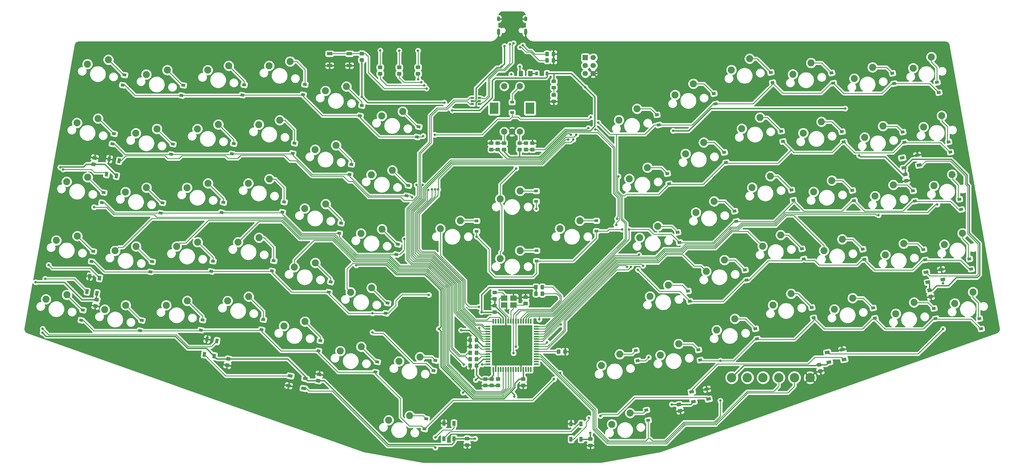
<source format=gbr>
G04 #@! TF.GenerationSoftware,KiCad,Pcbnew,(5.1.4)-1*
G04 #@! TF.CreationDate,2020-06-06T10:26:38-06:00*
G04 #@! TF.ProjectId,pariah_staggered,70617269-6168-45f7-9374-616767657265,rev?*
G04 #@! TF.SameCoordinates,Original*
G04 #@! TF.FileFunction,Copper,L2,Bot*
G04 #@! TF.FilePolarity,Positive*
%FSLAX46Y46*%
G04 Gerber Fmt 4.6, Leading zero omitted, Abs format (unit mm)*
G04 Created by KiCad (PCBNEW (5.1.4)-1) date 2020-06-06 10:26:38*
%MOMM*%
%LPD*%
G04 APERTURE LIST*
%ADD10C,2.250000*%
%ADD11R,1.700000X1.700000*%
%ADD12C,1.700000*%
%ADD13C,0.100000*%
%ADD14C,1.150000*%
%ADD15C,0.900000*%
%ADD16R,1.200000X0.900000*%
%ADD17C,1.000000*%
%ADD18R,1.000000X1.500000*%
%ADD19C,3.000000*%
%ADD20O,1.000000X2.100000*%
%ADD21O,1.000000X1.600000*%
%ADD22R,1.700000X1.000000*%
%ADD23R,1.060000X0.650000*%
%ADD24R,0.550000X1.500000*%
%ADD25R,1.500000X0.550000*%
%ADD26R,2.100000X1.800000*%
%ADD27C,1.425000*%
%ADD28R,2.800000X3.600000*%
%ADD29C,2.000000*%
%ADD30R,0.900000X1.200000*%
%ADD31C,0.800000*%
%ADD32C,0.381000*%
%ADD33C,0.250000*%
%ADD34C,0.254000*%
G04 APERTURE END LIST*
D10*
X136967279Y38600889D03*
X131154816Y34996811D03*
X128130279Y-20989110D03*
X122317816Y-24593188D03*
X46472279Y3299890D03*
X40659816Y-304188D03*
X64406279Y11298890D03*
X58593816Y7694812D03*
X49780279Y-15461110D03*
X43967816Y-19065188D03*
X108543279Y-19606110D03*
X102730816Y-23210188D03*
X98619279Y36675890D03*
X92806816Y33071812D03*
X140275279Y19839890D03*
X134462816Y16235812D03*
X101927279Y17914890D03*
X96114816Y14310812D03*
X67714279Y-7462110D03*
X61901816Y-11066188D03*
X124822279Y-2229110D03*
X119009816Y-5833188D03*
X105235279Y-846110D03*
X99422816Y-4450188D03*
X143583279Y1078890D03*
X137770816Y-2525188D03*
X82339279Y19296890D03*
X76526816Y15692812D03*
X121514279Y16531890D03*
X115701816Y12927812D03*
X85647279Y536890D03*
X79834816Y-3067188D03*
X146891279Y-17681110D03*
X141078816Y-21285188D03*
X118206279Y35292890D03*
X112393816Y31688812D03*
X-96924456Y17032757D03*
X-103619051Y15634011D03*
X43164279Y22060890D03*
X37351816Y18456812D03*
X61098279Y30059890D03*
X55285816Y26455812D03*
X79031279Y38057890D03*
X73218816Y34453812D03*
X-74028456Y37175757D03*
X-80723051Y35777011D03*
X39856279Y40821890D03*
X34043816Y37217812D03*
X57790279Y48819890D03*
X51977816Y45215812D03*
X75723279Y56817890D03*
X69910816Y53213812D03*
X114898279Y54053890D03*
X109085816Y50449812D03*
X133659278Y57361890D03*
X127846815Y53757812D03*
X95311279Y55435890D03*
X89498816Y51831812D03*
X-109895456Y53171757D03*
X-116590051Y51773011D03*
X-138580456Y196757D03*
X-145275051Y-1201989D03*
X-116511456Y15649757D03*
X-123206051Y14251011D03*
X-93616456Y35793757D03*
X-100311051Y34395011D03*
X-131964456Y37718756D03*
X-138659051Y36320010D03*
X-34853456Y39939757D03*
X-41548051Y38541011D03*
X-52787456Y47937757D03*
X-59482051Y46539011D03*
X-41469456Y2417757D03*
X-48164051Y1019011D03*
X-70720456Y55935757D03*
X-77415051Y54537011D03*
X-56095456Y29177757D03*
X-62790051Y27779011D03*
X-59403456Y10416757D03*
X-66098051Y9018011D03*
X-113203456Y34410757D03*
X-119898051Y33012011D03*
X-135272456Y18957757D03*
X-141967051Y17559011D03*
X-38161456Y21178757D03*
X-44856051Y19780011D03*
X-77336456Y18413757D03*
X-84031051Y17015011D03*
X-90308456Y54553757D03*
X-97003051Y53155011D03*
X-123127456Y-21872243D03*
X-129822051Y-23270989D03*
X-62711456Y-8344243D03*
X-69406051Y-9742989D03*
X-80644456Y-345243D03*
X-87339051Y-1743989D03*
X-141888456Y-18564243D03*
X-148583051Y-19962989D03*
X-119819456Y-3111243D03*
X-126514051Y-4509989D03*
X53088279Y-34221110D03*
X47275816Y-37825188D03*
X-100232456Y-1728243D03*
X-106927051Y-3126989D03*
X-48085456Y-35104243D03*
X-54780051Y-36502989D03*
X71022279Y-26222110D03*
X65209816Y-29826188D03*
X-44777456Y-16343243D03*
X-51472051Y-17741989D03*
X2540000Y14605000D03*
X-3810000Y12065000D03*
X-83952456Y-19106243D03*
X-90647051Y-20504989D03*
X21590000Y5080000D03*
X15240000Y2540000D03*
X-16510000Y5080000D03*
X-22860000Y2540000D03*
X-103540456Y-20488243D03*
X-110235051Y-21886989D03*
X-66019456Y-27104243D03*
X-72714051Y-28502989D03*
X88955279Y-18224110D03*
X83142816Y-21828188D03*
X2540000Y-4445000D03*
X-3810000Y-6985000D03*
D11*
X23350000Y57160000D03*
D12*
X25890000Y57160000D03*
X23350000Y54620000D03*
X25890000Y54620000D03*
X23350000Y52080000D03*
X25890000Y52080000D03*
D10*
X-128656455Y56479757D03*
X-135351050Y55081011D03*
D13*
G36*
X-12994495Y-40449204D02*
G01*
X-12970227Y-40452804D01*
X-12946428Y-40458765D01*
X-12923329Y-40467030D01*
X-12901150Y-40477520D01*
X-12880107Y-40490132D01*
X-12860401Y-40504747D01*
X-12842223Y-40521223D01*
X-12825747Y-40539401D01*
X-12811132Y-40559107D01*
X-12798520Y-40580150D01*
X-12788030Y-40602329D01*
X-12779765Y-40625428D01*
X-12773804Y-40649227D01*
X-12770204Y-40673495D01*
X-12769000Y-40697999D01*
X-12769000Y-41598001D01*
X-12770204Y-41622505D01*
X-12773804Y-41646773D01*
X-12779765Y-41670572D01*
X-12788030Y-41693671D01*
X-12798520Y-41715850D01*
X-12811132Y-41736893D01*
X-12825747Y-41756599D01*
X-12842223Y-41774777D01*
X-12860401Y-41791253D01*
X-12880107Y-41805868D01*
X-12901150Y-41818480D01*
X-12923329Y-41828970D01*
X-12946428Y-41837235D01*
X-12970227Y-41843196D01*
X-12994495Y-41846796D01*
X-13018999Y-41848000D01*
X-13669001Y-41848000D01*
X-13693505Y-41846796D01*
X-13717773Y-41843196D01*
X-13741572Y-41837235D01*
X-13764671Y-41828970D01*
X-13786850Y-41818480D01*
X-13807893Y-41805868D01*
X-13827599Y-41791253D01*
X-13845777Y-41774777D01*
X-13862253Y-41756599D01*
X-13876868Y-41736893D01*
X-13889480Y-41715850D01*
X-13899970Y-41693671D01*
X-13908235Y-41670572D01*
X-13914196Y-41646773D01*
X-13917796Y-41622505D01*
X-13919000Y-41598001D01*
X-13919000Y-40697999D01*
X-13917796Y-40673495D01*
X-13914196Y-40649227D01*
X-13908235Y-40625428D01*
X-13899970Y-40602329D01*
X-13889480Y-40580150D01*
X-13876868Y-40559107D01*
X-13862253Y-40539401D01*
X-13845777Y-40521223D01*
X-13827599Y-40504747D01*
X-13807893Y-40490132D01*
X-13786850Y-40477520D01*
X-13764671Y-40467030D01*
X-13741572Y-40458765D01*
X-13717773Y-40452804D01*
X-13693505Y-40449204D01*
X-13669001Y-40448000D01*
X-13018999Y-40448000D01*
X-12994495Y-40449204D01*
X-12994495Y-40449204D01*
G37*
D14*
X-13344000Y-41148000D03*
D13*
G36*
X-10944495Y-40449204D02*
G01*
X-10920227Y-40452804D01*
X-10896428Y-40458765D01*
X-10873329Y-40467030D01*
X-10851150Y-40477520D01*
X-10830107Y-40490132D01*
X-10810401Y-40504747D01*
X-10792223Y-40521223D01*
X-10775747Y-40539401D01*
X-10761132Y-40559107D01*
X-10748520Y-40580150D01*
X-10738030Y-40602329D01*
X-10729765Y-40625428D01*
X-10723804Y-40649227D01*
X-10720204Y-40673495D01*
X-10719000Y-40697999D01*
X-10719000Y-41598001D01*
X-10720204Y-41622505D01*
X-10723804Y-41646773D01*
X-10729765Y-41670572D01*
X-10738030Y-41693671D01*
X-10748520Y-41715850D01*
X-10761132Y-41736893D01*
X-10775747Y-41756599D01*
X-10792223Y-41774777D01*
X-10810401Y-41791253D01*
X-10830107Y-41805868D01*
X-10851150Y-41818480D01*
X-10873329Y-41828970D01*
X-10896428Y-41837235D01*
X-10920227Y-41843196D01*
X-10944495Y-41846796D01*
X-10968999Y-41848000D01*
X-11619001Y-41848000D01*
X-11643505Y-41846796D01*
X-11667773Y-41843196D01*
X-11691572Y-41837235D01*
X-11714671Y-41828970D01*
X-11736850Y-41818480D01*
X-11757893Y-41805868D01*
X-11777599Y-41791253D01*
X-11795777Y-41774777D01*
X-11812253Y-41756599D01*
X-11826868Y-41736893D01*
X-11839480Y-41715850D01*
X-11849970Y-41693671D01*
X-11858235Y-41670572D01*
X-11864196Y-41646773D01*
X-11867796Y-41622505D01*
X-11869000Y-41598001D01*
X-11869000Y-40697999D01*
X-11867796Y-40673495D01*
X-11864196Y-40649227D01*
X-11858235Y-40625428D01*
X-11849970Y-40602329D01*
X-11839480Y-40580150D01*
X-11826868Y-40559107D01*
X-11812253Y-40539401D01*
X-11795777Y-40521223D01*
X-11777599Y-40504747D01*
X-11757893Y-40490132D01*
X-11736850Y-40477520D01*
X-11714671Y-40467030D01*
X-11691572Y-40458765D01*
X-11667773Y-40452804D01*
X-11643505Y-40449204D01*
X-11619001Y-40448000D01*
X-10968999Y-40448000D01*
X-10944495Y-40449204D01*
X-10944495Y-40449204D01*
G37*
D14*
X-11294000Y-41148000D03*
D13*
G36*
X-5065495Y-21461204D02*
G01*
X-5041227Y-21464804D01*
X-5017428Y-21470765D01*
X-4994329Y-21479030D01*
X-4972150Y-21489520D01*
X-4951107Y-21502132D01*
X-4931401Y-21516747D01*
X-4913223Y-21533223D01*
X-4896747Y-21551401D01*
X-4882132Y-21571107D01*
X-4869520Y-21592150D01*
X-4859030Y-21614329D01*
X-4850765Y-21637428D01*
X-4844804Y-21661227D01*
X-4841204Y-21685495D01*
X-4840000Y-21709999D01*
X-4840000Y-22360001D01*
X-4841204Y-22384505D01*
X-4844804Y-22408773D01*
X-4850765Y-22432572D01*
X-4859030Y-22455671D01*
X-4869520Y-22477850D01*
X-4882132Y-22498893D01*
X-4896747Y-22518599D01*
X-4913223Y-22536777D01*
X-4931401Y-22553253D01*
X-4951107Y-22567868D01*
X-4972150Y-22580480D01*
X-4994329Y-22590970D01*
X-5017428Y-22599235D01*
X-5041227Y-22605196D01*
X-5065495Y-22608796D01*
X-5089999Y-22610000D01*
X-5990001Y-22610000D01*
X-6014505Y-22608796D01*
X-6038773Y-22605196D01*
X-6062572Y-22599235D01*
X-6085671Y-22590970D01*
X-6107850Y-22580480D01*
X-6128893Y-22567868D01*
X-6148599Y-22553253D01*
X-6166777Y-22536777D01*
X-6183253Y-22518599D01*
X-6197868Y-22498893D01*
X-6210480Y-22477850D01*
X-6220970Y-22455671D01*
X-6229235Y-22432572D01*
X-6235196Y-22408773D01*
X-6238796Y-22384505D01*
X-6240000Y-22360001D01*
X-6240000Y-21709999D01*
X-6238796Y-21685495D01*
X-6235196Y-21661227D01*
X-6229235Y-21637428D01*
X-6220970Y-21614329D01*
X-6210480Y-21592150D01*
X-6197868Y-21571107D01*
X-6183253Y-21551401D01*
X-6166777Y-21533223D01*
X-6148599Y-21516747D01*
X-6128893Y-21502132D01*
X-6107850Y-21489520D01*
X-6085671Y-21479030D01*
X-6062572Y-21470765D01*
X-6038773Y-21464804D01*
X-6014505Y-21461204D01*
X-5990001Y-21460000D01*
X-5089999Y-21460000D01*
X-5065495Y-21461204D01*
X-5065495Y-21461204D01*
G37*
D14*
X-5540000Y-22035000D03*
D13*
G36*
X-5065495Y-23511204D02*
G01*
X-5041227Y-23514804D01*
X-5017428Y-23520765D01*
X-4994329Y-23529030D01*
X-4972150Y-23539520D01*
X-4951107Y-23552132D01*
X-4931401Y-23566747D01*
X-4913223Y-23583223D01*
X-4896747Y-23601401D01*
X-4882132Y-23621107D01*
X-4869520Y-23642150D01*
X-4859030Y-23664329D01*
X-4850765Y-23687428D01*
X-4844804Y-23711227D01*
X-4841204Y-23735495D01*
X-4840000Y-23759999D01*
X-4840000Y-24410001D01*
X-4841204Y-24434505D01*
X-4844804Y-24458773D01*
X-4850765Y-24482572D01*
X-4859030Y-24505671D01*
X-4869520Y-24527850D01*
X-4882132Y-24548893D01*
X-4896747Y-24568599D01*
X-4913223Y-24586777D01*
X-4931401Y-24603253D01*
X-4951107Y-24617868D01*
X-4972150Y-24630480D01*
X-4994329Y-24640970D01*
X-5017428Y-24649235D01*
X-5041227Y-24655196D01*
X-5065495Y-24658796D01*
X-5089999Y-24660000D01*
X-5990001Y-24660000D01*
X-6014505Y-24658796D01*
X-6038773Y-24655196D01*
X-6062572Y-24649235D01*
X-6085671Y-24640970D01*
X-6107850Y-24630480D01*
X-6128893Y-24617868D01*
X-6148599Y-24603253D01*
X-6166777Y-24586777D01*
X-6183253Y-24568599D01*
X-6197868Y-24548893D01*
X-6210480Y-24527850D01*
X-6220970Y-24505671D01*
X-6229235Y-24482572D01*
X-6235196Y-24458773D01*
X-6238796Y-24434505D01*
X-6240000Y-24410001D01*
X-6240000Y-23759999D01*
X-6238796Y-23735495D01*
X-6235196Y-23711227D01*
X-6229235Y-23687428D01*
X-6220970Y-23664329D01*
X-6210480Y-23642150D01*
X-6197868Y-23621107D01*
X-6183253Y-23601401D01*
X-6166777Y-23583223D01*
X-6148599Y-23566747D01*
X-6128893Y-23552132D01*
X-6107850Y-23539520D01*
X-6085671Y-23529030D01*
X-6062572Y-23520765D01*
X-6038773Y-23514804D01*
X-6014505Y-23511204D01*
X-5990001Y-23510000D01*
X-5089999Y-23510000D01*
X-5065495Y-23511204D01*
X-5065495Y-23511204D01*
G37*
D14*
X-5540000Y-24085000D03*
D13*
G36*
X-6002495Y-46933204D02*
G01*
X-5978227Y-46936804D01*
X-5954428Y-46942765D01*
X-5931329Y-46951030D01*
X-5909150Y-46961520D01*
X-5888107Y-46974132D01*
X-5868401Y-46988747D01*
X-5850223Y-47005223D01*
X-5833747Y-47023401D01*
X-5819132Y-47043107D01*
X-5806520Y-47064150D01*
X-5796030Y-47086329D01*
X-5787765Y-47109428D01*
X-5781804Y-47133227D01*
X-5778204Y-47157495D01*
X-5777000Y-47181999D01*
X-5777000Y-47832001D01*
X-5778204Y-47856505D01*
X-5781804Y-47880773D01*
X-5787765Y-47904572D01*
X-5796030Y-47927671D01*
X-5806520Y-47949850D01*
X-5819132Y-47970893D01*
X-5833747Y-47990599D01*
X-5850223Y-48008777D01*
X-5868401Y-48025253D01*
X-5888107Y-48039868D01*
X-5909150Y-48052480D01*
X-5931329Y-48062970D01*
X-5954428Y-48071235D01*
X-5978227Y-48077196D01*
X-6002495Y-48080796D01*
X-6026999Y-48082000D01*
X-6927001Y-48082000D01*
X-6951505Y-48080796D01*
X-6975773Y-48077196D01*
X-6999572Y-48071235D01*
X-7022671Y-48062970D01*
X-7044850Y-48052480D01*
X-7065893Y-48039868D01*
X-7085599Y-48025253D01*
X-7103777Y-48008777D01*
X-7120253Y-47990599D01*
X-7134868Y-47970893D01*
X-7147480Y-47949850D01*
X-7157970Y-47927671D01*
X-7166235Y-47904572D01*
X-7172196Y-47880773D01*
X-7175796Y-47856505D01*
X-7177000Y-47832001D01*
X-7177000Y-47181999D01*
X-7175796Y-47157495D01*
X-7172196Y-47133227D01*
X-7166235Y-47109428D01*
X-7157970Y-47086329D01*
X-7147480Y-47064150D01*
X-7134868Y-47043107D01*
X-7120253Y-47023401D01*
X-7103777Y-47005223D01*
X-7085599Y-46988747D01*
X-7065893Y-46974132D01*
X-7044850Y-46961520D01*
X-7022671Y-46951030D01*
X-6999572Y-46942765D01*
X-6975773Y-46936804D01*
X-6951505Y-46933204D01*
X-6927001Y-46932000D01*
X-6026999Y-46932000D01*
X-6002495Y-46933204D01*
X-6002495Y-46933204D01*
G37*
D14*
X-6477000Y-47507000D03*
D13*
G36*
X-6002495Y-44883204D02*
G01*
X-5978227Y-44886804D01*
X-5954428Y-44892765D01*
X-5931329Y-44901030D01*
X-5909150Y-44911520D01*
X-5888107Y-44924132D01*
X-5868401Y-44938747D01*
X-5850223Y-44955223D01*
X-5833747Y-44973401D01*
X-5819132Y-44993107D01*
X-5806520Y-45014150D01*
X-5796030Y-45036329D01*
X-5787765Y-45059428D01*
X-5781804Y-45083227D01*
X-5778204Y-45107495D01*
X-5777000Y-45131999D01*
X-5777000Y-45782001D01*
X-5778204Y-45806505D01*
X-5781804Y-45830773D01*
X-5787765Y-45854572D01*
X-5796030Y-45877671D01*
X-5806520Y-45899850D01*
X-5819132Y-45920893D01*
X-5833747Y-45940599D01*
X-5850223Y-45958777D01*
X-5868401Y-45975253D01*
X-5888107Y-45989868D01*
X-5909150Y-46002480D01*
X-5931329Y-46012970D01*
X-5954428Y-46021235D01*
X-5978227Y-46027196D01*
X-6002495Y-46030796D01*
X-6026999Y-46032000D01*
X-6927001Y-46032000D01*
X-6951505Y-46030796D01*
X-6975773Y-46027196D01*
X-6999572Y-46021235D01*
X-7022671Y-46012970D01*
X-7044850Y-46002480D01*
X-7065893Y-45989868D01*
X-7085599Y-45975253D01*
X-7103777Y-45958777D01*
X-7120253Y-45940599D01*
X-7134868Y-45920893D01*
X-7147480Y-45899850D01*
X-7157970Y-45877671D01*
X-7166235Y-45854572D01*
X-7172196Y-45830773D01*
X-7175796Y-45806505D01*
X-7177000Y-45782001D01*
X-7177000Y-45131999D01*
X-7175796Y-45107495D01*
X-7172196Y-45083227D01*
X-7166235Y-45059428D01*
X-7157970Y-45036329D01*
X-7147480Y-45014150D01*
X-7134868Y-44993107D01*
X-7120253Y-44973401D01*
X-7103777Y-44955223D01*
X-7085599Y-44938747D01*
X-7065893Y-44924132D01*
X-7044850Y-44911520D01*
X-7022671Y-44901030D01*
X-6999572Y-44892765D01*
X-6975773Y-44886804D01*
X-6951505Y-44883204D01*
X-6927001Y-44882000D01*
X-6026999Y-44882000D01*
X-6002495Y-44883204D01*
X-6002495Y-44883204D01*
G37*
D14*
X-6477000Y-45457000D03*
D13*
G36*
X-8034495Y-46933204D02*
G01*
X-8010227Y-46936804D01*
X-7986428Y-46942765D01*
X-7963329Y-46951030D01*
X-7941150Y-46961520D01*
X-7920107Y-46974132D01*
X-7900401Y-46988747D01*
X-7882223Y-47005223D01*
X-7865747Y-47023401D01*
X-7851132Y-47043107D01*
X-7838520Y-47064150D01*
X-7828030Y-47086329D01*
X-7819765Y-47109428D01*
X-7813804Y-47133227D01*
X-7810204Y-47157495D01*
X-7809000Y-47181999D01*
X-7809000Y-47832001D01*
X-7810204Y-47856505D01*
X-7813804Y-47880773D01*
X-7819765Y-47904572D01*
X-7828030Y-47927671D01*
X-7838520Y-47949850D01*
X-7851132Y-47970893D01*
X-7865747Y-47990599D01*
X-7882223Y-48008777D01*
X-7900401Y-48025253D01*
X-7920107Y-48039868D01*
X-7941150Y-48052480D01*
X-7963329Y-48062970D01*
X-7986428Y-48071235D01*
X-8010227Y-48077196D01*
X-8034495Y-48080796D01*
X-8058999Y-48082000D01*
X-8959001Y-48082000D01*
X-8983505Y-48080796D01*
X-9007773Y-48077196D01*
X-9031572Y-48071235D01*
X-9054671Y-48062970D01*
X-9076850Y-48052480D01*
X-9097893Y-48039868D01*
X-9117599Y-48025253D01*
X-9135777Y-48008777D01*
X-9152253Y-47990599D01*
X-9166868Y-47970893D01*
X-9179480Y-47949850D01*
X-9189970Y-47927671D01*
X-9198235Y-47904572D01*
X-9204196Y-47880773D01*
X-9207796Y-47856505D01*
X-9209000Y-47832001D01*
X-9209000Y-47181999D01*
X-9207796Y-47157495D01*
X-9204196Y-47133227D01*
X-9198235Y-47109428D01*
X-9189970Y-47086329D01*
X-9179480Y-47064150D01*
X-9166868Y-47043107D01*
X-9152253Y-47023401D01*
X-9135777Y-47005223D01*
X-9117599Y-46988747D01*
X-9097893Y-46974132D01*
X-9076850Y-46961520D01*
X-9054671Y-46951030D01*
X-9031572Y-46942765D01*
X-9007773Y-46936804D01*
X-8983505Y-46933204D01*
X-8959001Y-46932000D01*
X-8058999Y-46932000D01*
X-8034495Y-46933204D01*
X-8034495Y-46933204D01*
G37*
D14*
X-8509000Y-47507000D03*
D13*
G36*
X-8034495Y-44883204D02*
G01*
X-8010227Y-44886804D01*
X-7986428Y-44892765D01*
X-7963329Y-44901030D01*
X-7941150Y-44911520D01*
X-7920107Y-44924132D01*
X-7900401Y-44938747D01*
X-7882223Y-44955223D01*
X-7865747Y-44973401D01*
X-7851132Y-44993107D01*
X-7838520Y-45014150D01*
X-7828030Y-45036329D01*
X-7819765Y-45059428D01*
X-7813804Y-45083227D01*
X-7810204Y-45107495D01*
X-7809000Y-45131999D01*
X-7809000Y-45782001D01*
X-7810204Y-45806505D01*
X-7813804Y-45830773D01*
X-7819765Y-45854572D01*
X-7828030Y-45877671D01*
X-7838520Y-45899850D01*
X-7851132Y-45920893D01*
X-7865747Y-45940599D01*
X-7882223Y-45958777D01*
X-7900401Y-45975253D01*
X-7920107Y-45989868D01*
X-7941150Y-46002480D01*
X-7963329Y-46012970D01*
X-7986428Y-46021235D01*
X-8010227Y-46027196D01*
X-8034495Y-46030796D01*
X-8058999Y-46032000D01*
X-8959001Y-46032000D01*
X-8983505Y-46030796D01*
X-9007773Y-46027196D01*
X-9031572Y-46021235D01*
X-9054671Y-46012970D01*
X-9076850Y-46002480D01*
X-9097893Y-45989868D01*
X-9117599Y-45975253D01*
X-9135777Y-45958777D01*
X-9152253Y-45940599D01*
X-9166868Y-45920893D01*
X-9179480Y-45899850D01*
X-9189970Y-45877671D01*
X-9198235Y-45854572D01*
X-9204196Y-45830773D01*
X-9207796Y-45806505D01*
X-9209000Y-45782001D01*
X-9209000Y-45131999D01*
X-9207796Y-45107495D01*
X-9204196Y-45083227D01*
X-9198235Y-45059428D01*
X-9189970Y-45036329D01*
X-9179480Y-45014150D01*
X-9166868Y-44993107D01*
X-9152253Y-44973401D01*
X-9135777Y-44955223D01*
X-9117599Y-44938747D01*
X-9097893Y-44924132D01*
X-9076850Y-44911520D01*
X-9054671Y-44901030D01*
X-9031572Y-44892765D01*
X-9007773Y-44886804D01*
X-8983505Y-44883204D01*
X-8959001Y-44882000D01*
X-8058999Y-44882000D01*
X-8034495Y-44883204D01*
X-8034495Y-44883204D01*
G37*
D14*
X-8509000Y-45457000D03*
D13*
G36*
X4030505Y-46933204D02*
G01*
X4054773Y-46936804D01*
X4078572Y-46942765D01*
X4101671Y-46951030D01*
X4123850Y-46961520D01*
X4144893Y-46974132D01*
X4164599Y-46988747D01*
X4182777Y-47005223D01*
X4199253Y-47023401D01*
X4213868Y-47043107D01*
X4226480Y-47064150D01*
X4236970Y-47086329D01*
X4245235Y-47109428D01*
X4251196Y-47133227D01*
X4254796Y-47157495D01*
X4256000Y-47181999D01*
X4256000Y-47832001D01*
X4254796Y-47856505D01*
X4251196Y-47880773D01*
X4245235Y-47904572D01*
X4236970Y-47927671D01*
X4226480Y-47949850D01*
X4213868Y-47970893D01*
X4199253Y-47990599D01*
X4182777Y-48008777D01*
X4164599Y-48025253D01*
X4144893Y-48039868D01*
X4123850Y-48052480D01*
X4101671Y-48062970D01*
X4078572Y-48071235D01*
X4054773Y-48077196D01*
X4030505Y-48080796D01*
X4006001Y-48082000D01*
X3105999Y-48082000D01*
X3081495Y-48080796D01*
X3057227Y-48077196D01*
X3033428Y-48071235D01*
X3010329Y-48062970D01*
X2988150Y-48052480D01*
X2967107Y-48039868D01*
X2947401Y-48025253D01*
X2929223Y-48008777D01*
X2912747Y-47990599D01*
X2898132Y-47970893D01*
X2885520Y-47949850D01*
X2875030Y-47927671D01*
X2866765Y-47904572D01*
X2860804Y-47880773D01*
X2857204Y-47856505D01*
X2856000Y-47832001D01*
X2856000Y-47181999D01*
X2857204Y-47157495D01*
X2860804Y-47133227D01*
X2866765Y-47109428D01*
X2875030Y-47086329D01*
X2885520Y-47064150D01*
X2898132Y-47043107D01*
X2912747Y-47023401D01*
X2929223Y-47005223D01*
X2947401Y-46988747D01*
X2967107Y-46974132D01*
X2988150Y-46961520D01*
X3010329Y-46951030D01*
X3033428Y-46942765D01*
X3057227Y-46936804D01*
X3081495Y-46933204D01*
X3105999Y-46932000D01*
X4006001Y-46932000D01*
X4030505Y-46933204D01*
X4030505Y-46933204D01*
G37*
D14*
X3556000Y-47507000D03*
D13*
G36*
X4030505Y-44883204D02*
G01*
X4054773Y-44886804D01*
X4078572Y-44892765D01*
X4101671Y-44901030D01*
X4123850Y-44911520D01*
X4144893Y-44924132D01*
X4164599Y-44938747D01*
X4182777Y-44955223D01*
X4199253Y-44973401D01*
X4213868Y-44993107D01*
X4226480Y-45014150D01*
X4236970Y-45036329D01*
X4245235Y-45059428D01*
X4251196Y-45083227D01*
X4254796Y-45107495D01*
X4256000Y-45131999D01*
X4256000Y-45782001D01*
X4254796Y-45806505D01*
X4251196Y-45830773D01*
X4245235Y-45854572D01*
X4236970Y-45877671D01*
X4226480Y-45899850D01*
X4213868Y-45920893D01*
X4199253Y-45940599D01*
X4182777Y-45958777D01*
X4164599Y-45975253D01*
X4144893Y-45989868D01*
X4123850Y-46002480D01*
X4101671Y-46012970D01*
X4078572Y-46021235D01*
X4054773Y-46027196D01*
X4030505Y-46030796D01*
X4006001Y-46032000D01*
X3105999Y-46032000D01*
X3081495Y-46030796D01*
X3057227Y-46027196D01*
X3033428Y-46021235D01*
X3010329Y-46012970D01*
X2988150Y-46002480D01*
X2967107Y-45989868D01*
X2947401Y-45975253D01*
X2929223Y-45958777D01*
X2912747Y-45940599D01*
X2898132Y-45920893D01*
X2885520Y-45899850D01*
X2875030Y-45877671D01*
X2866765Y-45854572D01*
X2860804Y-45830773D01*
X2857204Y-45806505D01*
X2856000Y-45782001D01*
X2856000Y-45131999D01*
X2857204Y-45107495D01*
X2860804Y-45083227D01*
X2866765Y-45059428D01*
X2875030Y-45036329D01*
X2885520Y-45014150D01*
X2898132Y-44993107D01*
X2912747Y-44973401D01*
X2929223Y-44955223D01*
X2947401Y-44938747D01*
X2967107Y-44924132D01*
X2988150Y-44911520D01*
X3010329Y-44901030D01*
X3033428Y-44892765D01*
X3057227Y-44886804D01*
X3081495Y-44883204D01*
X3105999Y-44882000D01*
X4006001Y-44882000D01*
X4030505Y-44883204D01*
X4030505Y-44883204D01*
G37*
D14*
X3556000Y-45457000D03*
D13*
G36*
X-133409669Y25776904D02*
G01*
X-133385328Y25773834D01*
X-132498999Y25617551D01*
X-132475076Y25612110D01*
X-132451802Y25604351D01*
X-132429400Y25594348D01*
X-132408087Y25582197D01*
X-132388067Y25568016D01*
X-132369534Y25551940D01*
X-132352665Y25534126D01*
X-132337624Y25514744D01*
X-132324555Y25493981D01*
X-132313584Y25472036D01*
X-132304817Y25449123D01*
X-132298338Y25425460D01*
X-132294210Y25401276D01*
X-132292471Y25376804D01*
X-132293140Y25352279D01*
X-132296210Y25327938D01*
X-132409081Y24687811D01*
X-132414522Y24663888D01*
X-132422281Y24640614D01*
X-132432284Y24618212D01*
X-132444435Y24596899D01*
X-132458616Y24576879D01*
X-132474692Y24558346D01*
X-132492506Y24541477D01*
X-132511888Y24526436D01*
X-132532651Y24513367D01*
X-132554596Y24502396D01*
X-132577509Y24493629D01*
X-132601172Y24487150D01*
X-132625356Y24483022D01*
X-132649828Y24481283D01*
X-132674353Y24481952D01*
X-132698694Y24485022D01*
X-133585023Y24641305D01*
X-133608946Y24646746D01*
X-133632220Y24654505D01*
X-133654622Y24664508D01*
X-133675935Y24676659D01*
X-133695955Y24690840D01*
X-133714488Y24706916D01*
X-133731357Y24724730D01*
X-133746398Y24744112D01*
X-133759467Y24764875D01*
X-133770438Y24786820D01*
X-133779205Y24809733D01*
X-133785684Y24833396D01*
X-133789812Y24857580D01*
X-133791551Y24882052D01*
X-133790882Y24906577D01*
X-133787812Y24930918D01*
X-133674941Y25571045D01*
X-133669500Y25594968D01*
X-133661741Y25618242D01*
X-133651738Y25640644D01*
X-133639587Y25661957D01*
X-133625406Y25681977D01*
X-133609330Y25700510D01*
X-133591516Y25717379D01*
X-133572134Y25732420D01*
X-133551371Y25745489D01*
X-133529426Y25756460D01*
X-133506513Y25765227D01*
X-133482850Y25771706D01*
X-133458666Y25775834D01*
X-133434194Y25777573D01*
X-133409669Y25776904D01*
X-133409669Y25776904D01*
G37*
D14*
X-133042011Y25129428D03*
D13*
G36*
X-133765647Y23758048D02*
G01*
X-133741306Y23754978D01*
X-132854977Y23598695D01*
X-132831054Y23593254D01*
X-132807780Y23585495D01*
X-132785378Y23575492D01*
X-132764065Y23563341D01*
X-132744045Y23549160D01*
X-132725512Y23533084D01*
X-132708643Y23515270D01*
X-132693602Y23495888D01*
X-132680533Y23475125D01*
X-132669562Y23453180D01*
X-132660795Y23430267D01*
X-132654316Y23406604D01*
X-132650188Y23382420D01*
X-132648449Y23357948D01*
X-132649118Y23333423D01*
X-132652188Y23309082D01*
X-132765059Y22668955D01*
X-132770500Y22645032D01*
X-132778259Y22621758D01*
X-132788262Y22599356D01*
X-132800413Y22578043D01*
X-132814594Y22558023D01*
X-132830670Y22539490D01*
X-132848484Y22522621D01*
X-132867866Y22507580D01*
X-132888629Y22494511D01*
X-132910574Y22483540D01*
X-132933487Y22474773D01*
X-132957150Y22468294D01*
X-132981334Y22464166D01*
X-133005806Y22462427D01*
X-133030331Y22463096D01*
X-133054672Y22466166D01*
X-133941001Y22622449D01*
X-133964924Y22627890D01*
X-133988198Y22635649D01*
X-134010600Y22645652D01*
X-134031913Y22657803D01*
X-134051933Y22671984D01*
X-134070466Y22688060D01*
X-134087335Y22705874D01*
X-134102376Y22725256D01*
X-134115445Y22746019D01*
X-134126416Y22767964D01*
X-134135183Y22790877D01*
X-134141662Y22814540D01*
X-134145790Y22838724D01*
X-134147529Y22863196D01*
X-134146860Y22887721D01*
X-134143790Y22912062D01*
X-134030919Y23552189D01*
X-134025478Y23576112D01*
X-134017719Y23599386D01*
X-134007716Y23621788D01*
X-133995565Y23643101D01*
X-133981384Y23663121D01*
X-133965308Y23681654D01*
X-133947494Y23698523D01*
X-133928112Y23713564D01*
X-133907349Y23726633D01*
X-133885404Y23737604D01*
X-133862491Y23746371D01*
X-133838828Y23752850D01*
X-133814644Y23756978D01*
X-133790172Y23758717D01*
X-133765647Y23758048D01*
X-133765647Y23758048D01*
G37*
D14*
X-133397989Y23110572D03*
D13*
G36*
X25444505Y-66071204D02*
G01*
X25468773Y-66074804D01*
X25492572Y-66080765D01*
X25515671Y-66089030D01*
X25537850Y-66099520D01*
X25558893Y-66112132D01*
X25578599Y-66126747D01*
X25596777Y-66143223D01*
X25613253Y-66161401D01*
X25627868Y-66181107D01*
X25640480Y-66202150D01*
X25650970Y-66224329D01*
X25659235Y-66247428D01*
X25665196Y-66271227D01*
X25668796Y-66295495D01*
X25670000Y-66319999D01*
X25670000Y-66970001D01*
X25668796Y-66994505D01*
X25665196Y-67018773D01*
X25659235Y-67042572D01*
X25650970Y-67065671D01*
X25640480Y-67087850D01*
X25627868Y-67108893D01*
X25613253Y-67128599D01*
X25596777Y-67146777D01*
X25578599Y-67163253D01*
X25558893Y-67177868D01*
X25537850Y-67190480D01*
X25515671Y-67200970D01*
X25492572Y-67209235D01*
X25468773Y-67215196D01*
X25444505Y-67218796D01*
X25420001Y-67220000D01*
X24519999Y-67220000D01*
X24495495Y-67218796D01*
X24471227Y-67215196D01*
X24447428Y-67209235D01*
X24424329Y-67200970D01*
X24402150Y-67190480D01*
X24381107Y-67177868D01*
X24361401Y-67163253D01*
X24343223Y-67146777D01*
X24326747Y-67128599D01*
X24312132Y-67108893D01*
X24299520Y-67087850D01*
X24289030Y-67065671D01*
X24280765Y-67042572D01*
X24274804Y-67018773D01*
X24271204Y-66994505D01*
X24270000Y-66970001D01*
X24270000Y-66319999D01*
X24271204Y-66295495D01*
X24274804Y-66271227D01*
X24280765Y-66247428D01*
X24289030Y-66224329D01*
X24299520Y-66202150D01*
X24312132Y-66181107D01*
X24326747Y-66161401D01*
X24343223Y-66143223D01*
X24361401Y-66126747D01*
X24381107Y-66112132D01*
X24402150Y-66099520D01*
X24424329Y-66089030D01*
X24447428Y-66080765D01*
X24471227Y-66074804D01*
X24495495Y-66071204D01*
X24519999Y-66070000D01*
X25420001Y-66070000D01*
X25444505Y-66071204D01*
X25444505Y-66071204D01*
G37*
D14*
X24970000Y-66645000D03*
D13*
G36*
X25444505Y-64021204D02*
G01*
X25468773Y-64024804D01*
X25492572Y-64030765D01*
X25515671Y-64039030D01*
X25537850Y-64049520D01*
X25558893Y-64062132D01*
X25578599Y-64076747D01*
X25596777Y-64093223D01*
X25613253Y-64111401D01*
X25627868Y-64131107D01*
X25640480Y-64152150D01*
X25650970Y-64174329D01*
X25659235Y-64197428D01*
X25665196Y-64221227D01*
X25668796Y-64245495D01*
X25670000Y-64269999D01*
X25670000Y-64920001D01*
X25668796Y-64944505D01*
X25665196Y-64968773D01*
X25659235Y-64992572D01*
X25650970Y-65015671D01*
X25640480Y-65037850D01*
X25627868Y-65058893D01*
X25613253Y-65078599D01*
X25596777Y-65096777D01*
X25578599Y-65113253D01*
X25558893Y-65127868D01*
X25537850Y-65140480D01*
X25515671Y-65150970D01*
X25492572Y-65159235D01*
X25468773Y-65165196D01*
X25444505Y-65168796D01*
X25420001Y-65170000D01*
X24519999Y-65170000D01*
X24495495Y-65168796D01*
X24471227Y-65165196D01*
X24447428Y-65159235D01*
X24424329Y-65150970D01*
X24402150Y-65140480D01*
X24381107Y-65127868D01*
X24361401Y-65113253D01*
X24343223Y-65096777D01*
X24326747Y-65078599D01*
X24312132Y-65058893D01*
X24299520Y-65037850D01*
X24289030Y-65015671D01*
X24280765Y-64992572D01*
X24274804Y-64968773D01*
X24271204Y-64944505D01*
X24270000Y-64920001D01*
X24270000Y-64269999D01*
X24271204Y-64245495D01*
X24274804Y-64221227D01*
X24280765Y-64197428D01*
X24289030Y-64174329D01*
X24299520Y-64152150D01*
X24312132Y-64131107D01*
X24326747Y-64111401D01*
X24343223Y-64093223D01*
X24361401Y-64076747D01*
X24381107Y-64062132D01*
X24402150Y-64049520D01*
X24424329Y-64039030D01*
X24447428Y-64030765D01*
X24471227Y-64024804D01*
X24495495Y-64021204D01*
X24519999Y-64020000D01*
X25420001Y-64020000D01*
X25444505Y-64021204D01*
X25444505Y-64021204D01*
G37*
D14*
X24970000Y-64595000D03*
D13*
G36*
X4792505Y-18721204D02*
G01*
X4816773Y-18724804D01*
X4840572Y-18730765D01*
X4863671Y-18739030D01*
X4885850Y-18749520D01*
X4906893Y-18762132D01*
X4926599Y-18776747D01*
X4944777Y-18793223D01*
X4961253Y-18811401D01*
X4975868Y-18831107D01*
X4988480Y-18852150D01*
X4998970Y-18874329D01*
X5007235Y-18897428D01*
X5013196Y-18921227D01*
X5016796Y-18945495D01*
X5018000Y-18969999D01*
X5018000Y-19620001D01*
X5016796Y-19644505D01*
X5013196Y-19668773D01*
X5007235Y-19692572D01*
X4998970Y-19715671D01*
X4988480Y-19737850D01*
X4975868Y-19758893D01*
X4961253Y-19778599D01*
X4944777Y-19796777D01*
X4926599Y-19813253D01*
X4906893Y-19827868D01*
X4885850Y-19840480D01*
X4863671Y-19850970D01*
X4840572Y-19859235D01*
X4816773Y-19865196D01*
X4792505Y-19868796D01*
X4768001Y-19870000D01*
X3867999Y-19870000D01*
X3843495Y-19868796D01*
X3819227Y-19865196D01*
X3795428Y-19859235D01*
X3772329Y-19850970D01*
X3750150Y-19840480D01*
X3729107Y-19827868D01*
X3709401Y-19813253D01*
X3691223Y-19796777D01*
X3674747Y-19778599D01*
X3660132Y-19758893D01*
X3647520Y-19737850D01*
X3637030Y-19715671D01*
X3628765Y-19692572D01*
X3622804Y-19668773D01*
X3619204Y-19644505D01*
X3618000Y-19620001D01*
X3618000Y-18969999D01*
X3619204Y-18945495D01*
X3622804Y-18921227D01*
X3628765Y-18897428D01*
X3637030Y-18874329D01*
X3647520Y-18852150D01*
X3660132Y-18831107D01*
X3674747Y-18811401D01*
X3691223Y-18793223D01*
X3709401Y-18776747D01*
X3729107Y-18762132D01*
X3750150Y-18749520D01*
X3772329Y-18739030D01*
X3795428Y-18730765D01*
X3819227Y-18724804D01*
X3843495Y-18721204D01*
X3867999Y-18720000D01*
X4768001Y-18720000D01*
X4792505Y-18721204D01*
X4792505Y-18721204D01*
G37*
D14*
X4318000Y-19295000D03*
D13*
G36*
X4792505Y-20771204D02*
G01*
X4816773Y-20774804D01*
X4840572Y-20780765D01*
X4863671Y-20789030D01*
X4885850Y-20799520D01*
X4906893Y-20812132D01*
X4926599Y-20826747D01*
X4944777Y-20843223D01*
X4961253Y-20861401D01*
X4975868Y-20881107D01*
X4988480Y-20902150D01*
X4998970Y-20924329D01*
X5007235Y-20947428D01*
X5013196Y-20971227D01*
X5016796Y-20995495D01*
X5018000Y-21019999D01*
X5018000Y-21670001D01*
X5016796Y-21694505D01*
X5013196Y-21718773D01*
X5007235Y-21742572D01*
X4998970Y-21765671D01*
X4988480Y-21787850D01*
X4975868Y-21808893D01*
X4961253Y-21828599D01*
X4944777Y-21846777D01*
X4926599Y-21863253D01*
X4906893Y-21877868D01*
X4885850Y-21890480D01*
X4863671Y-21900970D01*
X4840572Y-21909235D01*
X4816773Y-21915196D01*
X4792505Y-21918796D01*
X4768001Y-21920000D01*
X3867999Y-21920000D01*
X3843495Y-21918796D01*
X3819227Y-21915196D01*
X3795428Y-21909235D01*
X3772329Y-21900970D01*
X3750150Y-21890480D01*
X3729107Y-21877868D01*
X3709401Y-21863253D01*
X3691223Y-21846777D01*
X3674747Y-21828599D01*
X3660132Y-21808893D01*
X3647520Y-21787850D01*
X3637030Y-21765671D01*
X3628765Y-21742572D01*
X3622804Y-21718773D01*
X3619204Y-21694505D01*
X3618000Y-21670001D01*
X3618000Y-21019999D01*
X3619204Y-20995495D01*
X3622804Y-20971227D01*
X3628765Y-20947428D01*
X3637030Y-20924329D01*
X3647520Y-20902150D01*
X3660132Y-20881107D01*
X3674747Y-20861401D01*
X3691223Y-20843223D01*
X3709401Y-20826747D01*
X3729107Y-20812132D01*
X3750150Y-20799520D01*
X3772329Y-20789030D01*
X3795428Y-20780765D01*
X3819227Y-20774804D01*
X3843495Y-20771204D01*
X3867999Y-20770000D01*
X4768001Y-20770000D01*
X4792505Y-20771204D01*
X4792505Y-20771204D01*
G37*
D14*
X4318000Y-21345000D03*
D13*
G36*
X-133155647Y-21471952D02*
G01*
X-133131306Y-21475022D01*
X-132244977Y-21631305D01*
X-132221054Y-21636746D01*
X-132197780Y-21644505D01*
X-132175378Y-21654508D01*
X-132154065Y-21666659D01*
X-132134045Y-21680840D01*
X-132115512Y-21696916D01*
X-132098643Y-21714730D01*
X-132083602Y-21734112D01*
X-132070533Y-21754875D01*
X-132059562Y-21776820D01*
X-132050795Y-21799733D01*
X-132044316Y-21823396D01*
X-132040188Y-21847580D01*
X-132038449Y-21872052D01*
X-132039118Y-21896577D01*
X-132042188Y-21920918D01*
X-132155059Y-22561045D01*
X-132160500Y-22584968D01*
X-132168259Y-22608242D01*
X-132178262Y-22630644D01*
X-132190413Y-22651957D01*
X-132204594Y-22671977D01*
X-132220670Y-22690510D01*
X-132238484Y-22707379D01*
X-132257866Y-22722420D01*
X-132278629Y-22735489D01*
X-132300574Y-22746460D01*
X-132323487Y-22755227D01*
X-132347150Y-22761706D01*
X-132371334Y-22765834D01*
X-132395806Y-22767573D01*
X-132420331Y-22766904D01*
X-132444672Y-22763834D01*
X-133331001Y-22607551D01*
X-133354924Y-22602110D01*
X-133378198Y-22594351D01*
X-133400600Y-22584348D01*
X-133421913Y-22572197D01*
X-133441933Y-22558016D01*
X-133460466Y-22541940D01*
X-133477335Y-22524126D01*
X-133492376Y-22504744D01*
X-133505445Y-22483981D01*
X-133516416Y-22462036D01*
X-133525183Y-22439123D01*
X-133531662Y-22415460D01*
X-133535790Y-22391276D01*
X-133537529Y-22366804D01*
X-133536860Y-22342279D01*
X-133533790Y-22317938D01*
X-133420919Y-21677811D01*
X-133415478Y-21653888D01*
X-133407719Y-21630614D01*
X-133397716Y-21608212D01*
X-133385565Y-21586899D01*
X-133371384Y-21566879D01*
X-133355308Y-21548346D01*
X-133337494Y-21531477D01*
X-133318112Y-21516436D01*
X-133297349Y-21503367D01*
X-133275404Y-21492396D01*
X-133252491Y-21483629D01*
X-133228828Y-21477150D01*
X-133204644Y-21473022D01*
X-133180172Y-21471283D01*
X-133155647Y-21471952D01*
X-133155647Y-21471952D01*
G37*
D14*
X-132787989Y-22119428D03*
D13*
G36*
X-132799669Y-19453096D02*
G01*
X-132775328Y-19456166D01*
X-131888999Y-19612449D01*
X-131865076Y-19617890D01*
X-131841802Y-19625649D01*
X-131819400Y-19635652D01*
X-131798087Y-19647803D01*
X-131778067Y-19661984D01*
X-131759534Y-19678060D01*
X-131742665Y-19695874D01*
X-131727624Y-19715256D01*
X-131714555Y-19736019D01*
X-131703584Y-19757964D01*
X-131694817Y-19780877D01*
X-131688338Y-19804540D01*
X-131684210Y-19828724D01*
X-131682471Y-19853196D01*
X-131683140Y-19877721D01*
X-131686210Y-19902062D01*
X-131799081Y-20542189D01*
X-131804522Y-20566112D01*
X-131812281Y-20589386D01*
X-131822284Y-20611788D01*
X-131834435Y-20633101D01*
X-131848616Y-20653121D01*
X-131864692Y-20671654D01*
X-131882506Y-20688523D01*
X-131901888Y-20703564D01*
X-131922651Y-20716633D01*
X-131944596Y-20727604D01*
X-131967509Y-20736371D01*
X-131991172Y-20742850D01*
X-132015356Y-20746978D01*
X-132039828Y-20748717D01*
X-132064353Y-20748048D01*
X-132088694Y-20744978D01*
X-132975023Y-20588695D01*
X-132998946Y-20583254D01*
X-133022220Y-20575495D01*
X-133044622Y-20565492D01*
X-133065935Y-20553341D01*
X-133085955Y-20539160D01*
X-133104488Y-20523084D01*
X-133121357Y-20505270D01*
X-133136398Y-20485888D01*
X-133149467Y-20465125D01*
X-133160438Y-20443180D01*
X-133169205Y-20420267D01*
X-133175684Y-20396604D01*
X-133179812Y-20372420D01*
X-133181551Y-20347948D01*
X-133180882Y-20323423D01*
X-133177812Y-20299082D01*
X-133064941Y-19658955D01*
X-133059500Y-19635032D01*
X-133051741Y-19611758D01*
X-133041738Y-19589356D01*
X-133029587Y-19568043D01*
X-133015406Y-19548023D01*
X-132999330Y-19529490D01*
X-132981516Y-19512621D01*
X-132962134Y-19497580D01*
X-132941371Y-19484511D01*
X-132919426Y-19473540D01*
X-132896513Y-19464773D01*
X-132872850Y-19458294D01*
X-132848666Y-19454166D01*
X-132824194Y-19452427D01*
X-132799669Y-19453096D01*
X-132799669Y-19453096D01*
G37*
D14*
X-132432011Y-20100572D03*
D13*
G36*
X53954644Y-54933022D02*
G01*
X53978828Y-54937150D01*
X54002491Y-54943629D01*
X54025404Y-54952396D01*
X54047349Y-54963367D01*
X54068112Y-54976436D01*
X54087494Y-54991477D01*
X54105308Y-55008346D01*
X54121384Y-55026879D01*
X54135565Y-55046899D01*
X54147716Y-55068212D01*
X54157719Y-55090614D01*
X54165478Y-55113888D01*
X54170919Y-55137811D01*
X54283790Y-55777938D01*
X54286860Y-55802279D01*
X54287529Y-55826804D01*
X54285790Y-55851276D01*
X54281662Y-55875460D01*
X54275183Y-55899123D01*
X54266416Y-55922036D01*
X54255445Y-55943981D01*
X54242376Y-55964744D01*
X54227335Y-55984126D01*
X54210466Y-56001940D01*
X54191933Y-56018016D01*
X54171913Y-56032197D01*
X54150600Y-56044348D01*
X54128198Y-56054351D01*
X54104924Y-56062110D01*
X54081001Y-56067551D01*
X53194672Y-56223834D01*
X53170331Y-56226904D01*
X53145806Y-56227573D01*
X53121334Y-56225834D01*
X53097150Y-56221706D01*
X53073487Y-56215227D01*
X53050574Y-56206460D01*
X53028629Y-56195489D01*
X53007866Y-56182420D01*
X52988484Y-56167379D01*
X52970670Y-56150510D01*
X52954594Y-56131977D01*
X52940413Y-56111957D01*
X52928262Y-56090644D01*
X52918259Y-56068242D01*
X52910500Y-56044968D01*
X52905059Y-56021045D01*
X52792188Y-55380918D01*
X52789118Y-55356577D01*
X52788449Y-55332052D01*
X52790188Y-55307580D01*
X52794316Y-55283396D01*
X52800795Y-55259733D01*
X52809562Y-55236820D01*
X52820533Y-55214875D01*
X52833602Y-55194112D01*
X52848643Y-55174730D01*
X52865512Y-55156916D01*
X52884045Y-55140840D01*
X52904065Y-55126659D01*
X52925378Y-55114508D01*
X52947780Y-55104505D01*
X52971054Y-55096746D01*
X52994977Y-55091305D01*
X53881306Y-54935022D01*
X53905647Y-54931952D01*
X53930172Y-54931283D01*
X53954644Y-54933022D01*
X53954644Y-54933022D01*
G37*
D14*
X53537989Y-55579428D03*
D13*
G36*
X53598666Y-52914166D02*
G01*
X53622850Y-52918294D01*
X53646513Y-52924773D01*
X53669426Y-52933540D01*
X53691371Y-52944511D01*
X53712134Y-52957580D01*
X53731516Y-52972621D01*
X53749330Y-52989490D01*
X53765406Y-53008023D01*
X53779587Y-53028043D01*
X53791738Y-53049356D01*
X53801741Y-53071758D01*
X53809500Y-53095032D01*
X53814941Y-53118955D01*
X53927812Y-53759082D01*
X53930882Y-53783423D01*
X53931551Y-53807948D01*
X53929812Y-53832420D01*
X53925684Y-53856604D01*
X53919205Y-53880267D01*
X53910438Y-53903180D01*
X53899467Y-53925125D01*
X53886398Y-53945888D01*
X53871357Y-53965270D01*
X53854488Y-53983084D01*
X53835955Y-53999160D01*
X53815935Y-54013341D01*
X53794622Y-54025492D01*
X53772220Y-54035495D01*
X53748946Y-54043254D01*
X53725023Y-54048695D01*
X52838694Y-54204978D01*
X52814353Y-54208048D01*
X52789828Y-54208717D01*
X52765356Y-54206978D01*
X52741172Y-54202850D01*
X52717509Y-54196371D01*
X52694596Y-54187604D01*
X52672651Y-54176633D01*
X52651888Y-54163564D01*
X52632506Y-54148523D01*
X52614692Y-54131654D01*
X52598616Y-54113121D01*
X52584435Y-54093101D01*
X52572284Y-54071788D01*
X52562281Y-54049386D01*
X52554522Y-54026112D01*
X52549081Y-54002189D01*
X52436210Y-53362062D01*
X52433140Y-53337721D01*
X52432471Y-53313196D01*
X52434210Y-53288724D01*
X52438338Y-53264540D01*
X52444817Y-53240877D01*
X52453584Y-53217964D01*
X52464555Y-53196019D01*
X52477624Y-53175256D01*
X52492665Y-53155874D01*
X52509534Y-53138060D01*
X52528067Y-53121984D01*
X52548087Y-53107803D01*
X52569400Y-53095652D01*
X52591802Y-53085649D01*
X52615076Y-53077890D01*
X52638999Y-53072449D01*
X53525328Y-52916166D01*
X53549669Y-52913096D01*
X53574194Y-52912427D01*
X53598666Y-52914166D01*
X53598666Y-52914166D01*
G37*
D14*
X53182011Y-53560572D03*
D13*
G36*
X-5065495Y-19301204D02*
G01*
X-5041227Y-19304804D01*
X-5017428Y-19310765D01*
X-4994329Y-19319030D01*
X-4972150Y-19329520D01*
X-4951107Y-19342132D01*
X-4931401Y-19356747D01*
X-4913223Y-19373223D01*
X-4896747Y-19391401D01*
X-4882132Y-19411107D01*
X-4869520Y-19432150D01*
X-4859030Y-19454329D01*
X-4850765Y-19477428D01*
X-4844804Y-19501227D01*
X-4841204Y-19525495D01*
X-4840000Y-19549999D01*
X-4840000Y-20200001D01*
X-4841204Y-20224505D01*
X-4844804Y-20248773D01*
X-4850765Y-20272572D01*
X-4859030Y-20295671D01*
X-4869520Y-20317850D01*
X-4882132Y-20338893D01*
X-4896747Y-20358599D01*
X-4913223Y-20376777D01*
X-4931401Y-20393253D01*
X-4951107Y-20407868D01*
X-4972150Y-20420480D01*
X-4994329Y-20430970D01*
X-5017428Y-20439235D01*
X-5041227Y-20445196D01*
X-5065495Y-20448796D01*
X-5089999Y-20450000D01*
X-5990001Y-20450000D01*
X-6014505Y-20448796D01*
X-6038773Y-20445196D01*
X-6062572Y-20439235D01*
X-6085671Y-20430970D01*
X-6107850Y-20420480D01*
X-6128893Y-20407868D01*
X-6148599Y-20393253D01*
X-6166777Y-20376777D01*
X-6183253Y-20358599D01*
X-6197868Y-20338893D01*
X-6210480Y-20317850D01*
X-6220970Y-20295671D01*
X-6229235Y-20272572D01*
X-6235196Y-20248773D01*
X-6238796Y-20224505D01*
X-6240000Y-20200001D01*
X-6240000Y-19549999D01*
X-6238796Y-19525495D01*
X-6235196Y-19501227D01*
X-6229235Y-19477428D01*
X-6220970Y-19454329D01*
X-6210480Y-19432150D01*
X-6197868Y-19411107D01*
X-6183253Y-19391401D01*
X-6166777Y-19373223D01*
X-6148599Y-19356747D01*
X-6128893Y-19342132D01*
X-6107850Y-19329520D01*
X-6085671Y-19319030D01*
X-6062572Y-19310765D01*
X-6038773Y-19304804D01*
X-6014505Y-19301204D01*
X-5990001Y-19300000D01*
X-5089999Y-19300000D01*
X-5065495Y-19301204D01*
X-5065495Y-19301204D01*
G37*
D14*
X-5540000Y-19875000D03*
D13*
G36*
X-5065495Y-17251204D02*
G01*
X-5041227Y-17254804D01*
X-5017428Y-17260765D01*
X-4994329Y-17269030D01*
X-4972150Y-17279520D01*
X-4951107Y-17292132D01*
X-4931401Y-17306747D01*
X-4913223Y-17323223D01*
X-4896747Y-17341401D01*
X-4882132Y-17361107D01*
X-4869520Y-17382150D01*
X-4859030Y-17404329D01*
X-4850765Y-17427428D01*
X-4844804Y-17451227D01*
X-4841204Y-17475495D01*
X-4840000Y-17499999D01*
X-4840000Y-18150001D01*
X-4841204Y-18174505D01*
X-4844804Y-18198773D01*
X-4850765Y-18222572D01*
X-4859030Y-18245671D01*
X-4869520Y-18267850D01*
X-4882132Y-18288893D01*
X-4896747Y-18308599D01*
X-4913223Y-18326777D01*
X-4931401Y-18343253D01*
X-4951107Y-18357868D01*
X-4972150Y-18370480D01*
X-4994329Y-18380970D01*
X-5017428Y-18389235D01*
X-5041227Y-18395196D01*
X-5065495Y-18398796D01*
X-5089999Y-18400000D01*
X-5990001Y-18400000D01*
X-6014505Y-18398796D01*
X-6038773Y-18395196D01*
X-6062572Y-18389235D01*
X-6085671Y-18380970D01*
X-6107850Y-18370480D01*
X-6128893Y-18357868D01*
X-6148599Y-18343253D01*
X-6166777Y-18326777D01*
X-6183253Y-18308599D01*
X-6197868Y-18288893D01*
X-6210480Y-18267850D01*
X-6220970Y-18245671D01*
X-6229235Y-18222572D01*
X-6235196Y-18198773D01*
X-6238796Y-18174505D01*
X-6240000Y-18150001D01*
X-6240000Y-17499999D01*
X-6238796Y-17475495D01*
X-6235196Y-17451227D01*
X-6229235Y-17427428D01*
X-6220970Y-17404329D01*
X-6210480Y-17382150D01*
X-6197868Y-17361107D01*
X-6183253Y-17341401D01*
X-6166777Y-17323223D01*
X-6148599Y-17306747D01*
X-6128893Y-17292132D01*
X-6107850Y-17279520D01*
X-6085671Y-17269030D01*
X-6062572Y-17260765D01*
X-6038773Y-17254804D01*
X-6014505Y-17251204D01*
X-5990001Y-17250000D01*
X-5089999Y-17250000D01*
X-5065495Y-17251204D01*
X-5065495Y-17251204D01*
G37*
D14*
X-5540000Y-17825000D03*
D13*
G36*
X-3970495Y-46933204D02*
G01*
X-3946227Y-46936804D01*
X-3922428Y-46942765D01*
X-3899329Y-46951030D01*
X-3877150Y-46961520D01*
X-3856107Y-46974132D01*
X-3836401Y-46988747D01*
X-3818223Y-47005223D01*
X-3801747Y-47023401D01*
X-3787132Y-47043107D01*
X-3774520Y-47064150D01*
X-3764030Y-47086329D01*
X-3755765Y-47109428D01*
X-3749804Y-47133227D01*
X-3746204Y-47157495D01*
X-3745000Y-47181999D01*
X-3745000Y-47832001D01*
X-3746204Y-47856505D01*
X-3749804Y-47880773D01*
X-3755765Y-47904572D01*
X-3764030Y-47927671D01*
X-3774520Y-47949850D01*
X-3787132Y-47970893D01*
X-3801747Y-47990599D01*
X-3818223Y-48008777D01*
X-3836401Y-48025253D01*
X-3856107Y-48039868D01*
X-3877150Y-48052480D01*
X-3899329Y-48062970D01*
X-3922428Y-48071235D01*
X-3946227Y-48077196D01*
X-3970495Y-48080796D01*
X-3994999Y-48082000D01*
X-4895001Y-48082000D01*
X-4919505Y-48080796D01*
X-4943773Y-48077196D01*
X-4967572Y-48071235D01*
X-4990671Y-48062970D01*
X-5012850Y-48052480D01*
X-5033893Y-48039868D01*
X-5053599Y-48025253D01*
X-5071777Y-48008777D01*
X-5088253Y-47990599D01*
X-5102868Y-47970893D01*
X-5115480Y-47949850D01*
X-5125970Y-47927671D01*
X-5134235Y-47904572D01*
X-5140196Y-47880773D01*
X-5143796Y-47856505D01*
X-5145000Y-47832001D01*
X-5145000Y-47181999D01*
X-5143796Y-47157495D01*
X-5140196Y-47133227D01*
X-5134235Y-47109428D01*
X-5125970Y-47086329D01*
X-5115480Y-47064150D01*
X-5102868Y-47043107D01*
X-5088253Y-47023401D01*
X-5071777Y-47005223D01*
X-5053599Y-46988747D01*
X-5033893Y-46974132D01*
X-5012850Y-46961520D01*
X-4990671Y-46951030D01*
X-4967572Y-46942765D01*
X-4943773Y-46936804D01*
X-4919505Y-46933204D01*
X-4895001Y-46932000D01*
X-3994999Y-46932000D01*
X-3970495Y-46933204D01*
X-3970495Y-46933204D01*
G37*
D14*
X-4445000Y-47507000D03*
D13*
G36*
X-3970495Y-44883204D02*
G01*
X-3946227Y-44886804D01*
X-3922428Y-44892765D01*
X-3899329Y-44901030D01*
X-3877150Y-44911520D01*
X-3856107Y-44924132D01*
X-3836401Y-44938747D01*
X-3818223Y-44955223D01*
X-3801747Y-44973401D01*
X-3787132Y-44993107D01*
X-3774520Y-45014150D01*
X-3764030Y-45036329D01*
X-3755765Y-45059428D01*
X-3749804Y-45083227D01*
X-3746204Y-45107495D01*
X-3745000Y-45131999D01*
X-3745000Y-45782001D01*
X-3746204Y-45806505D01*
X-3749804Y-45830773D01*
X-3755765Y-45854572D01*
X-3764030Y-45877671D01*
X-3774520Y-45899850D01*
X-3787132Y-45920893D01*
X-3801747Y-45940599D01*
X-3818223Y-45958777D01*
X-3836401Y-45975253D01*
X-3856107Y-45989868D01*
X-3877150Y-46002480D01*
X-3899329Y-46012970D01*
X-3922428Y-46021235D01*
X-3946227Y-46027196D01*
X-3970495Y-46030796D01*
X-3994999Y-46032000D01*
X-4895001Y-46032000D01*
X-4919505Y-46030796D01*
X-4943773Y-46027196D01*
X-4967572Y-46021235D01*
X-4990671Y-46012970D01*
X-5012850Y-46002480D01*
X-5033893Y-45989868D01*
X-5053599Y-45975253D01*
X-5071777Y-45958777D01*
X-5088253Y-45940599D01*
X-5102868Y-45920893D01*
X-5115480Y-45899850D01*
X-5125970Y-45877671D01*
X-5134235Y-45854572D01*
X-5140196Y-45830773D01*
X-5143796Y-45806505D01*
X-5145000Y-45782001D01*
X-5145000Y-45131999D01*
X-5143796Y-45107495D01*
X-5140196Y-45083227D01*
X-5134235Y-45059428D01*
X-5125970Y-45036329D01*
X-5115480Y-45014150D01*
X-5102868Y-44993107D01*
X-5088253Y-44973401D01*
X-5071777Y-44955223D01*
X-5053599Y-44938747D01*
X-5033893Y-44924132D01*
X-5012850Y-44911520D01*
X-4990671Y-44901030D01*
X-4967572Y-44892765D01*
X-4943773Y-44886804D01*
X-4919505Y-44883204D01*
X-4895001Y-44882000D01*
X-3994999Y-44882000D01*
X-3970495Y-44883204D01*
X-3970495Y-44883204D01*
G37*
D14*
X-4445000Y-45457000D03*
D13*
G36*
X-10944495Y-32321204D02*
G01*
X-10920227Y-32324804D01*
X-10896428Y-32330765D01*
X-10873329Y-32339030D01*
X-10851150Y-32349520D01*
X-10830107Y-32362132D01*
X-10810401Y-32376747D01*
X-10792223Y-32393223D01*
X-10775747Y-32411401D01*
X-10761132Y-32431107D01*
X-10748520Y-32452150D01*
X-10738030Y-32474329D01*
X-10729765Y-32497428D01*
X-10723804Y-32521227D01*
X-10720204Y-32545495D01*
X-10719000Y-32569999D01*
X-10719000Y-33470001D01*
X-10720204Y-33494505D01*
X-10723804Y-33518773D01*
X-10729765Y-33542572D01*
X-10738030Y-33565671D01*
X-10748520Y-33587850D01*
X-10761132Y-33608893D01*
X-10775747Y-33628599D01*
X-10792223Y-33646777D01*
X-10810401Y-33663253D01*
X-10830107Y-33677868D01*
X-10851150Y-33690480D01*
X-10873329Y-33700970D01*
X-10896428Y-33709235D01*
X-10920227Y-33715196D01*
X-10944495Y-33718796D01*
X-10968999Y-33720000D01*
X-11619001Y-33720000D01*
X-11643505Y-33718796D01*
X-11667773Y-33715196D01*
X-11691572Y-33709235D01*
X-11714671Y-33700970D01*
X-11736850Y-33690480D01*
X-11757893Y-33677868D01*
X-11777599Y-33663253D01*
X-11795777Y-33646777D01*
X-11812253Y-33628599D01*
X-11826868Y-33608893D01*
X-11839480Y-33587850D01*
X-11849970Y-33565671D01*
X-11858235Y-33542572D01*
X-11864196Y-33518773D01*
X-11867796Y-33494505D01*
X-11869000Y-33470001D01*
X-11869000Y-32569999D01*
X-11867796Y-32545495D01*
X-11864196Y-32521227D01*
X-11858235Y-32497428D01*
X-11849970Y-32474329D01*
X-11839480Y-32452150D01*
X-11826868Y-32431107D01*
X-11812253Y-32411401D01*
X-11795777Y-32393223D01*
X-11777599Y-32376747D01*
X-11757893Y-32362132D01*
X-11736850Y-32349520D01*
X-11714671Y-32339030D01*
X-11691572Y-32330765D01*
X-11667773Y-32324804D01*
X-11643505Y-32321204D01*
X-11619001Y-32320000D01*
X-10968999Y-32320000D01*
X-10944495Y-32321204D01*
X-10944495Y-32321204D01*
G37*
D14*
X-11294000Y-33020000D03*
D13*
G36*
X-12994495Y-32321204D02*
G01*
X-12970227Y-32324804D01*
X-12946428Y-32330765D01*
X-12923329Y-32339030D01*
X-12901150Y-32349520D01*
X-12880107Y-32362132D01*
X-12860401Y-32376747D01*
X-12842223Y-32393223D01*
X-12825747Y-32411401D01*
X-12811132Y-32431107D01*
X-12798520Y-32452150D01*
X-12788030Y-32474329D01*
X-12779765Y-32497428D01*
X-12773804Y-32521227D01*
X-12770204Y-32545495D01*
X-12769000Y-32569999D01*
X-12769000Y-33470001D01*
X-12770204Y-33494505D01*
X-12773804Y-33518773D01*
X-12779765Y-33542572D01*
X-12788030Y-33565671D01*
X-12798520Y-33587850D01*
X-12811132Y-33608893D01*
X-12825747Y-33628599D01*
X-12842223Y-33646777D01*
X-12860401Y-33663253D01*
X-12880107Y-33677868D01*
X-12901150Y-33690480D01*
X-12923329Y-33700970D01*
X-12946428Y-33709235D01*
X-12970227Y-33715196D01*
X-12994495Y-33718796D01*
X-13018999Y-33720000D01*
X-13669001Y-33720000D01*
X-13693505Y-33718796D01*
X-13717773Y-33715196D01*
X-13741572Y-33709235D01*
X-13764671Y-33700970D01*
X-13786850Y-33690480D01*
X-13807893Y-33677868D01*
X-13827599Y-33663253D01*
X-13845777Y-33646777D01*
X-13862253Y-33628599D01*
X-13876868Y-33608893D01*
X-13889480Y-33587850D01*
X-13899970Y-33565671D01*
X-13908235Y-33542572D01*
X-13914196Y-33518773D01*
X-13917796Y-33494505D01*
X-13919000Y-33470001D01*
X-13919000Y-32569999D01*
X-13917796Y-32545495D01*
X-13914196Y-32521227D01*
X-13908235Y-32497428D01*
X-13899970Y-32474329D01*
X-13889480Y-32452150D01*
X-13876868Y-32431107D01*
X-13862253Y-32411401D01*
X-13845777Y-32393223D01*
X-13827599Y-32376747D01*
X-13807893Y-32362132D01*
X-13786850Y-32349520D01*
X-13764671Y-32339030D01*
X-13741572Y-32330765D01*
X-13717773Y-32324804D01*
X-13693505Y-32321204D01*
X-13669001Y-32320000D01*
X-13018999Y-32320000D01*
X-12994495Y-32321204D01*
X-12994495Y-32321204D01*
G37*
D14*
X-13344000Y-33020000D03*
D13*
G36*
X-91155647Y-40371952D02*
G01*
X-91131306Y-40375022D01*
X-90244977Y-40531305D01*
X-90221054Y-40536746D01*
X-90197780Y-40544505D01*
X-90175378Y-40554508D01*
X-90154065Y-40566659D01*
X-90134045Y-40580840D01*
X-90115512Y-40596916D01*
X-90098643Y-40614730D01*
X-90083602Y-40634112D01*
X-90070533Y-40654875D01*
X-90059562Y-40676820D01*
X-90050795Y-40699733D01*
X-90044316Y-40723396D01*
X-90040188Y-40747580D01*
X-90038449Y-40772052D01*
X-90039118Y-40796577D01*
X-90042188Y-40820918D01*
X-90155059Y-41461045D01*
X-90160500Y-41484968D01*
X-90168259Y-41508242D01*
X-90178262Y-41530644D01*
X-90190413Y-41551957D01*
X-90204594Y-41571977D01*
X-90220670Y-41590510D01*
X-90238484Y-41607379D01*
X-90257866Y-41622420D01*
X-90278629Y-41635489D01*
X-90300574Y-41646460D01*
X-90323487Y-41655227D01*
X-90347150Y-41661706D01*
X-90371334Y-41665834D01*
X-90395806Y-41667573D01*
X-90420331Y-41666904D01*
X-90444672Y-41663834D01*
X-91331001Y-41507551D01*
X-91354924Y-41502110D01*
X-91378198Y-41494351D01*
X-91400600Y-41484348D01*
X-91421913Y-41472197D01*
X-91441933Y-41458016D01*
X-91460466Y-41441940D01*
X-91477335Y-41424126D01*
X-91492376Y-41404744D01*
X-91505445Y-41383981D01*
X-91516416Y-41362036D01*
X-91525183Y-41339123D01*
X-91531662Y-41315460D01*
X-91535790Y-41291276D01*
X-91537529Y-41266804D01*
X-91536860Y-41242279D01*
X-91533790Y-41217938D01*
X-91420919Y-40577811D01*
X-91415478Y-40553888D01*
X-91407719Y-40530614D01*
X-91397716Y-40508212D01*
X-91385565Y-40486899D01*
X-91371384Y-40466879D01*
X-91355308Y-40448346D01*
X-91337494Y-40431477D01*
X-91318112Y-40416436D01*
X-91297349Y-40403367D01*
X-91275404Y-40392396D01*
X-91252491Y-40383629D01*
X-91228828Y-40377150D01*
X-91204644Y-40373022D01*
X-91180172Y-40371283D01*
X-91155647Y-40371952D01*
X-91155647Y-40371952D01*
G37*
D14*
X-90787989Y-41019428D03*
D13*
G36*
X-90799669Y-38353096D02*
G01*
X-90775328Y-38356166D01*
X-89888999Y-38512449D01*
X-89865076Y-38517890D01*
X-89841802Y-38525649D01*
X-89819400Y-38535652D01*
X-89798087Y-38547803D01*
X-89778067Y-38561984D01*
X-89759534Y-38578060D01*
X-89742665Y-38595874D01*
X-89727624Y-38615256D01*
X-89714555Y-38636019D01*
X-89703584Y-38657964D01*
X-89694817Y-38680877D01*
X-89688338Y-38704540D01*
X-89684210Y-38728724D01*
X-89682471Y-38753196D01*
X-89683140Y-38777721D01*
X-89686210Y-38802062D01*
X-89799081Y-39442189D01*
X-89804522Y-39466112D01*
X-89812281Y-39489386D01*
X-89822284Y-39511788D01*
X-89834435Y-39533101D01*
X-89848616Y-39553121D01*
X-89864692Y-39571654D01*
X-89882506Y-39588523D01*
X-89901888Y-39603564D01*
X-89922651Y-39616633D01*
X-89944596Y-39627604D01*
X-89967509Y-39636371D01*
X-89991172Y-39642850D01*
X-90015356Y-39646978D01*
X-90039828Y-39648717D01*
X-90064353Y-39648048D01*
X-90088694Y-39644978D01*
X-90975023Y-39488695D01*
X-90998946Y-39483254D01*
X-91022220Y-39475495D01*
X-91044622Y-39465492D01*
X-91065935Y-39453341D01*
X-91085955Y-39439160D01*
X-91104488Y-39423084D01*
X-91121357Y-39405270D01*
X-91136398Y-39385888D01*
X-91149467Y-39365125D01*
X-91160438Y-39343180D01*
X-91169205Y-39320267D01*
X-91175684Y-39296604D01*
X-91179812Y-39272420D01*
X-91181551Y-39247948D01*
X-91180882Y-39223423D01*
X-91177812Y-39199082D01*
X-91064941Y-38558955D01*
X-91059500Y-38535032D01*
X-91051741Y-38511758D01*
X-91041738Y-38489356D01*
X-91029587Y-38468043D01*
X-91015406Y-38448023D01*
X-90999330Y-38429490D01*
X-90981516Y-38412621D01*
X-90962134Y-38397580D01*
X-90941371Y-38384511D01*
X-90919426Y-38373540D01*
X-90896513Y-38364773D01*
X-90872850Y-38358294D01*
X-90848666Y-38354166D01*
X-90824194Y-38352427D01*
X-90799669Y-38353096D01*
X-90799669Y-38353096D01*
G37*
D14*
X-90432011Y-39000572D03*
D13*
G36*
X98664644Y-42273022D02*
G01*
X98688828Y-42277150D01*
X98712491Y-42283629D01*
X98735404Y-42292396D01*
X98757349Y-42303367D01*
X98778112Y-42316436D01*
X98797494Y-42331477D01*
X98815308Y-42348346D01*
X98831384Y-42366879D01*
X98845565Y-42386899D01*
X98857716Y-42408212D01*
X98867719Y-42430614D01*
X98875478Y-42453888D01*
X98880919Y-42477811D01*
X98993790Y-43117938D01*
X98996860Y-43142279D01*
X98997529Y-43166804D01*
X98995790Y-43191276D01*
X98991662Y-43215460D01*
X98985183Y-43239123D01*
X98976416Y-43262036D01*
X98965445Y-43283981D01*
X98952376Y-43304744D01*
X98937335Y-43324126D01*
X98920466Y-43341940D01*
X98901933Y-43358016D01*
X98881913Y-43372197D01*
X98860600Y-43384348D01*
X98838198Y-43394351D01*
X98814924Y-43402110D01*
X98791001Y-43407551D01*
X97904672Y-43563834D01*
X97880331Y-43566904D01*
X97855806Y-43567573D01*
X97831334Y-43565834D01*
X97807150Y-43561706D01*
X97783487Y-43555227D01*
X97760574Y-43546460D01*
X97738629Y-43535489D01*
X97717866Y-43522420D01*
X97698484Y-43507379D01*
X97680670Y-43490510D01*
X97664594Y-43471977D01*
X97650413Y-43451957D01*
X97638262Y-43430644D01*
X97628259Y-43408242D01*
X97620500Y-43384968D01*
X97615059Y-43361045D01*
X97502188Y-42720918D01*
X97499118Y-42696577D01*
X97498449Y-42672052D01*
X97500188Y-42647580D01*
X97504316Y-42623396D01*
X97510795Y-42599733D01*
X97519562Y-42576820D01*
X97530533Y-42554875D01*
X97543602Y-42534112D01*
X97558643Y-42514730D01*
X97575512Y-42496916D01*
X97594045Y-42480840D01*
X97614065Y-42466659D01*
X97635378Y-42454508D01*
X97657780Y-42444505D01*
X97681054Y-42436746D01*
X97704977Y-42431305D01*
X98591306Y-42275022D01*
X98615647Y-42271952D01*
X98640172Y-42271283D01*
X98664644Y-42273022D01*
X98664644Y-42273022D01*
G37*
D14*
X98247989Y-42919428D03*
D13*
G36*
X98308666Y-40254166D02*
G01*
X98332850Y-40258294D01*
X98356513Y-40264773D01*
X98379426Y-40273540D01*
X98401371Y-40284511D01*
X98422134Y-40297580D01*
X98441516Y-40312621D01*
X98459330Y-40329490D01*
X98475406Y-40348023D01*
X98489587Y-40368043D01*
X98501738Y-40389356D01*
X98511741Y-40411758D01*
X98519500Y-40435032D01*
X98524941Y-40458955D01*
X98637812Y-41099082D01*
X98640882Y-41123423D01*
X98641551Y-41147948D01*
X98639812Y-41172420D01*
X98635684Y-41196604D01*
X98629205Y-41220267D01*
X98620438Y-41243180D01*
X98609467Y-41265125D01*
X98596398Y-41285888D01*
X98581357Y-41305270D01*
X98564488Y-41323084D01*
X98545955Y-41339160D01*
X98525935Y-41353341D01*
X98504622Y-41365492D01*
X98482220Y-41375495D01*
X98458946Y-41383254D01*
X98435023Y-41388695D01*
X97548694Y-41544978D01*
X97524353Y-41548048D01*
X97499828Y-41548717D01*
X97475356Y-41546978D01*
X97451172Y-41542850D01*
X97427509Y-41536371D01*
X97404596Y-41527604D01*
X97382651Y-41516633D01*
X97361888Y-41503564D01*
X97342506Y-41488523D01*
X97324692Y-41471654D01*
X97308616Y-41453121D01*
X97294435Y-41433101D01*
X97282284Y-41411788D01*
X97272281Y-41389386D01*
X97264522Y-41366112D01*
X97259081Y-41342189D01*
X97146210Y-40702062D01*
X97143140Y-40677721D01*
X97142471Y-40653196D01*
X97144210Y-40628724D01*
X97148338Y-40604540D01*
X97154817Y-40580877D01*
X97163584Y-40557964D01*
X97174555Y-40536019D01*
X97187624Y-40515256D01*
X97202665Y-40495874D01*
X97219534Y-40478060D01*
X97238067Y-40461984D01*
X97258087Y-40447803D01*
X97279400Y-40435652D01*
X97301802Y-40425649D01*
X97325076Y-40417890D01*
X97348999Y-40412449D01*
X98235328Y-40256166D01*
X98259669Y-40253096D01*
X98284194Y-40252427D01*
X98308666Y-40254166D01*
X98308666Y-40254166D01*
G37*
D14*
X97892011Y-40900572D03*
D13*
G36*
X-13003495Y-34353204D02*
G01*
X-12979227Y-34356804D01*
X-12955428Y-34362765D01*
X-12932329Y-34371030D01*
X-12910150Y-34381520D01*
X-12889107Y-34394132D01*
X-12869401Y-34408747D01*
X-12851223Y-34425223D01*
X-12834747Y-34443401D01*
X-12820132Y-34463107D01*
X-12807520Y-34484150D01*
X-12797030Y-34506329D01*
X-12788765Y-34529428D01*
X-12782804Y-34553227D01*
X-12779204Y-34577495D01*
X-12778000Y-34601999D01*
X-12778000Y-35502001D01*
X-12779204Y-35526505D01*
X-12782804Y-35550773D01*
X-12788765Y-35574572D01*
X-12797030Y-35597671D01*
X-12807520Y-35619850D01*
X-12820132Y-35640893D01*
X-12834747Y-35660599D01*
X-12851223Y-35678777D01*
X-12869401Y-35695253D01*
X-12889107Y-35709868D01*
X-12910150Y-35722480D01*
X-12932329Y-35732970D01*
X-12955428Y-35741235D01*
X-12979227Y-35747196D01*
X-13003495Y-35750796D01*
X-13027999Y-35752000D01*
X-13678001Y-35752000D01*
X-13702505Y-35750796D01*
X-13726773Y-35747196D01*
X-13750572Y-35741235D01*
X-13773671Y-35732970D01*
X-13795850Y-35722480D01*
X-13816893Y-35709868D01*
X-13836599Y-35695253D01*
X-13854777Y-35678777D01*
X-13871253Y-35660599D01*
X-13885868Y-35640893D01*
X-13898480Y-35619850D01*
X-13908970Y-35597671D01*
X-13917235Y-35574572D01*
X-13923196Y-35550773D01*
X-13926796Y-35526505D01*
X-13928000Y-35502001D01*
X-13928000Y-34601999D01*
X-13926796Y-34577495D01*
X-13923196Y-34553227D01*
X-13917235Y-34529428D01*
X-13908970Y-34506329D01*
X-13898480Y-34484150D01*
X-13885868Y-34463107D01*
X-13871253Y-34443401D01*
X-13854777Y-34425223D01*
X-13836599Y-34408747D01*
X-13816893Y-34394132D01*
X-13795850Y-34381520D01*
X-13773671Y-34371030D01*
X-13750572Y-34362765D01*
X-13726773Y-34356804D01*
X-13702505Y-34353204D01*
X-13678001Y-34352000D01*
X-13027999Y-34352000D01*
X-13003495Y-34353204D01*
X-13003495Y-34353204D01*
G37*
D14*
X-13353000Y-35052000D03*
D13*
G36*
X-10953495Y-34353204D02*
G01*
X-10929227Y-34356804D01*
X-10905428Y-34362765D01*
X-10882329Y-34371030D01*
X-10860150Y-34381520D01*
X-10839107Y-34394132D01*
X-10819401Y-34408747D01*
X-10801223Y-34425223D01*
X-10784747Y-34443401D01*
X-10770132Y-34463107D01*
X-10757520Y-34484150D01*
X-10747030Y-34506329D01*
X-10738765Y-34529428D01*
X-10732804Y-34553227D01*
X-10729204Y-34577495D01*
X-10728000Y-34601999D01*
X-10728000Y-35502001D01*
X-10729204Y-35526505D01*
X-10732804Y-35550773D01*
X-10738765Y-35574572D01*
X-10747030Y-35597671D01*
X-10757520Y-35619850D01*
X-10770132Y-35640893D01*
X-10784747Y-35660599D01*
X-10801223Y-35678777D01*
X-10819401Y-35695253D01*
X-10839107Y-35709868D01*
X-10860150Y-35722480D01*
X-10882329Y-35732970D01*
X-10905428Y-35741235D01*
X-10929227Y-35747196D01*
X-10953495Y-35750796D01*
X-10977999Y-35752000D01*
X-11628001Y-35752000D01*
X-11652505Y-35750796D01*
X-11676773Y-35747196D01*
X-11700572Y-35741235D01*
X-11723671Y-35732970D01*
X-11745850Y-35722480D01*
X-11766893Y-35709868D01*
X-11786599Y-35695253D01*
X-11804777Y-35678777D01*
X-11821253Y-35660599D01*
X-11835868Y-35640893D01*
X-11848480Y-35619850D01*
X-11858970Y-35597671D01*
X-11867235Y-35574572D01*
X-11873196Y-35550773D01*
X-11876796Y-35526505D01*
X-11878000Y-35502001D01*
X-11878000Y-34601999D01*
X-11876796Y-34577495D01*
X-11873196Y-34553227D01*
X-11867235Y-34529428D01*
X-11858970Y-34506329D01*
X-11848480Y-34484150D01*
X-11835868Y-34463107D01*
X-11821253Y-34443401D01*
X-11804777Y-34425223D01*
X-11786599Y-34408747D01*
X-11766893Y-34394132D01*
X-11745850Y-34381520D01*
X-11723671Y-34371030D01*
X-11700572Y-34362765D01*
X-11676773Y-34356804D01*
X-11652505Y-34353204D01*
X-11628001Y-34352000D01*
X-10977999Y-34352000D01*
X-10953495Y-34353204D01*
X-10953495Y-34353204D01*
G37*
D14*
X-11303000Y-35052000D03*
D13*
G36*
X-61829669Y-43313096D02*
G01*
X-61805328Y-43316166D01*
X-60918999Y-43472449D01*
X-60895076Y-43477890D01*
X-60871802Y-43485649D01*
X-60849400Y-43495652D01*
X-60828087Y-43507803D01*
X-60808067Y-43521984D01*
X-60789534Y-43538060D01*
X-60772665Y-43555874D01*
X-60757624Y-43575256D01*
X-60744555Y-43596019D01*
X-60733584Y-43617964D01*
X-60724817Y-43640877D01*
X-60718338Y-43664540D01*
X-60714210Y-43688724D01*
X-60712471Y-43713196D01*
X-60713140Y-43737721D01*
X-60716210Y-43762062D01*
X-60829081Y-44402189D01*
X-60834522Y-44426112D01*
X-60842281Y-44449386D01*
X-60852284Y-44471788D01*
X-60864435Y-44493101D01*
X-60878616Y-44513121D01*
X-60894692Y-44531654D01*
X-60912506Y-44548523D01*
X-60931888Y-44563564D01*
X-60952651Y-44576633D01*
X-60974596Y-44587604D01*
X-60997509Y-44596371D01*
X-61021172Y-44602850D01*
X-61045356Y-44606978D01*
X-61069828Y-44608717D01*
X-61094353Y-44608048D01*
X-61118694Y-44604978D01*
X-62005023Y-44448695D01*
X-62028946Y-44443254D01*
X-62052220Y-44435495D01*
X-62074622Y-44425492D01*
X-62095935Y-44413341D01*
X-62115955Y-44399160D01*
X-62134488Y-44383084D01*
X-62151357Y-44365270D01*
X-62166398Y-44345888D01*
X-62179467Y-44325125D01*
X-62190438Y-44303180D01*
X-62199205Y-44280267D01*
X-62205684Y-44256604D01*
X-62209812Y-44232420D01*
X-62211551Y-44207948D01*
X-62210882Y-44183423D01*
X-62207812Y-44159082D01*
X-62094941Y-43518955D01*
X-62089500Y-43495032D01*
X-62081741Y-43471758D01*
X-62071738Y-43449356D01*
X-62059587Y-43428043D01*
X-62045406Y-43408023D01*
X-62029330Y-43389490D01*
X-62011516Y-43372621D01*
X-61992134Y-43357580D01*
X-61971371Y-43344511D01*
X-61949426Y-43333540D01*
X-61926513Y-43324773D01*
X-61902850Y-43318294D01*
X-61878666Y-43314166D01*
X-61854194Y-43312427D01*
X-61829669Y-43313096D01*
X-61829669Y-43313096D01*
G37*
D14*
X-61462011Y-43960572D03*
D13*
G36*
X-62185647Y-45331952D02*
G01*
X-62161306Y-45335022D01*
X-61274977Y-45491305D01*
X-61251054Y-45496746D01*
X-61227780Y-45504505D01*
X-61205378Y-45514508D01*
X-61184065Y-45526659D01*
X-61164045Y-45540840D01*
X-61145512Y-45556916D01*
X-61128643Y-45574730D01*
X-61113602Y-45594112D01*
X-61100533Y-45614875D01*
X-61089562Y-45636820D01*
X-61080795Y-45659733D01*
X-61074316Y-45683396D01*
X-61070188Y-45707580D01*
X-61068449Y-45732052D01*
X-61069118Y-45756577D01*
X-61072188Y-45780918D01*
X-61185059Y-46421045D01*
X-61190500Y-46444968D01*
X-61198259Y-46468242D01*
X-61208262Y-46490644D01*
X-61220413Y-46511957D01*
X-61234594Y-46531977D01*
X-61250670Y-46550510D01*
X-61268484Y-46567379D01*
X-61287866Y-46582420D01*
X-61308629Y-46595489D01*
X-61330574Y-46606460D01*
X-61353487Y-46615227D01*
X-61377150Y-46621706D01*
X-61401334Y-46625834D01*
X-61425806Y-46627573D01*
X-61450331Y-46626904D01*
X-61474672Y-46623834D01*
X-62361001Y-46467551D01*
X-62384924Y-46462110D01*
X-62408198Y-46454351D01*
X-62430600Y-46444348D01*
X-62451913Y-46432197D01*
X-62471933Y-46418016D01*
X-62490466Y-46401940D01*
X-62507335Y-46384126D01*
X-62522376Y-46364744D01*
X-62535445Y-46343981D01*
X-62546416Y-46322036D01*
X-62555183Y-46299123D01*
X-62561662Y-46275460D01*
X-62565790Y-46251276D01*
X-62567529Y-46226804D01*
X-62566860Y-46202279D01*
X-62563790Y-46177938D01*
X-62450919Y-45537811D01*
X-62445478Y-45513888D01*
X-62437719Y-45490614D01*
X-62427716Y-45468212D01*
X-62415565Y-45446899D01*
X-62401384Y-45426879D01*
X-62385308Y-45408346D01*
X-62367494Y-45391477D01*
X-62348112Y-45376436D01*
X-62327349Y-45363367D01*
X-62305404Y-45352396D01*
X-62282491Y-45343629D01*
X-62258828Y-45337150D01*
X-62234644Y-45333022D01*
X-62210172Y-45331283D01*
X-62185647Y-45331952D01*
X-62185647Y-45331952D01*
G37*
D14*
X-61817989Y-45979428D03*
D13*
G36*
X133834644Y-18473022D02*
G01*
X133858828Y-18477150D01*
X133882491Y-18483629D01*
X133905404Y-18492396D01*
X133927349Y-18503367D01*
X133948112Y-18516436D01*
X133967494Y-18531477D01*
X133985308Y-18548346D01*
X134001384Y-18566879D01*
X134015565Y-18586899D01*
X134027716Y-18608212D01*
X134037719Y-18630614D01*
X134045478Y-18653888D01*
X134050919Y-18677811D01*
X134163790Y-19317938D01*
X134166860Y-19342279D01*
X134167529Y-19366804D01*
X134165790Y-19391276D01*
X134161662Y-19415460D01*
X134155183Y-19439123D01*
X134146416Y-19462036D01*
X134135445Y-19483981D01*
X134122376Y-19504744D01*
X134107335Y-19524126D01*
X134090466Y-19541940D01*
X134071933Y-19558016D01*
X134051913Y-19572197D01*
X134030600Y-19584348D01*
X134008198Y-19594351D01*
X133984924Y-19602110D01*
X133961001Y-19607551D01*
X133074672Y-19763834D01*
X133050331Y-19766904D01*
X133025806Y-19767573D01*
X133001334Y-19765834D01*
X132977150Y-19761706D01*
X132953487Y-19755227D01*
X132930574Y-19746460D01*
X132908629Y-19735489D01*
X132887866Y-19722420D01*
X132868484Y-19707379D01*
X132850670Y-19690510D01*
X132834594Y-19671977D01*
X132820413Y-19651957D01*
X132808262Y-19630644D01*
X132798259Y-19608242D01*
X132790500Y-19584968D01*
X132785059Y-19561045D01*
X132672188Y-18920918D01*
X132669118Y-18896577D01*
X132668449Y-18872052D01*
X132670188Y-18847580D01*
X132674316Y-18823396D01*
X132680795Y-18799733D01*
X132689562Y-18776820D01*
X132700533Y-18754875D01*
X132713602Y-18734112D01*
X132728643Y-18714730D01*
X132745512Y-18696916D01*
X132764045Y-18680840D01*
X132784065Y-18666659D01*
X132805378Y-18654508D01*
X132827780Y-18644505D01*
X132851054Y-18636746D01*
X132874977Y-18631305D01*
X133761306Y-18475022D01*
X133785647Y-18471952D01*
X133810172Y-18471283D01*
X133834644Y-18473022D01*
X133834644Y-18473022D01*
G37*
D14*
X133417989Y-19119428D03*
D13*
G36*
X133478666Y-16454166D02*
G01*
X133502850Y-16458294D01*
X133526513Y-16464773D01*
X133549426Y-16473540D01*
X133571371Y-16484511D01*
X133592134Y-16497580D01*
X133611516Y-16512621D01*
X133629330Y-16529490D01*
X133645406Y-16548023D01*
X133659587Y-16568043D01*
X133671738Y-16589356D01*
X133681741Y-16611758D01*
X133689500Y-16635032D01*
X133694941Y-16658955D01*
X133807812Y-17299082D01*
X133810882Y-17323423D01*
X133811551Y-17347948D01*
X133809812Y-17372420D01*
X133805684Y-17396604D01*
X133799205Y-17420267D01*
X133790438Y-17443180D01*
X133779467Y-17465125D01*
X133766398Y-17485888D01*
X133751357Y-17505270D01*
X133734488Y-17523084D01*
X133715955Y-17539160D01*
X133695935Y-17553341D01*
X133674622Y-17565492D01*
X133652220Y-17575495D01*
X133628946Y-17583254D01*
X133605023Y-17588695D01*
X132718694Y-17744978D01*
X132694353Y-17748048D01*
X132669828Y-17748717D01*
X132645356Y-17746978D01*
X132621172Y-17742850D01*
X132597509Y-17736371D01*
X132574596Y-17727604D01*
X132552651Y-17716633D01*
X132531888Y-17703564D01*
X132512506Y-17688523D01*
X132494692Y-17671654D01*
X132478616Y-17653121D01*
X132464435Y-17633101D01*
X132452284Y-17611788D01*
X132442281Y-17589386D01*
X132434522Y-17566112D01*
X132429081Y-17542189D01*
X132316210Y-16902062D01*
X132313140Y-16877721D01*
X132312471Y-16853196D01*
X132314210Y-16828724D01*
X132318338Y-16804540D01*
X132324817Y-16780877D01*
X132333584Y-16757964D01*
X132344555Y-16736019D01*
X132357624Y-16715256D01*
X132372665Y-16695874D01*
X132389534Y-16678060D01*
X132408067Y-16661984D01*
X132428087Y-16647803D01*
X132449400Y-16635652D01*
X132471802Y-16625649D01*
X132495076Y-16617890D01*
X132518999Y-16612449D01*
X133405328Y-16456166D01*
X133429669Y-16453096D01*
X133454194Y-16452427D01*
X133478666Y-16454166D01*
X133478666Y-16454166D01*
G37*
D14*
X133062011Y-17100572D03*
D13*
G36*
X-13855495Y-65951204D02*
G01*
X-13831227Y-65954804D01*
X-13807428Y-65960765D01*
X-13784329Y-65969030D01*
X-13762150Y-65979520D01*
X-13741107Y-65992132D01*
X-13721401Y-66006747D01*
X-13703223Y-66023223D01*
X-13686747Y-66041401D01*
X-13672132Y-66061107D01*
X-13659520Y-66082150D01*
X-13649030Y-66104329D01*
X-13640765Y-66127428D01*
X-13634804Y-66151227D01*
X-13631204Y-66175495D01*
X-13630000Y-66199999D01*
X-13630000Y-66850001D01*
X-13631204Y-66874505D01*
X-13634804Y-66898773D01*
X-13640765Y-66922572D01*
X-13649030Y-66945671D01*
X-13659520Y-66967850D01*
X-13672132Y-66988893D01*
X-13686747Y-67008599D01*
X-13703223Y-67026777D01*
X-13721401Y-67043253D01*
X-13741107Y-67057868D01*
X-13762150Y-67070480D01*
X-13784329Y-67080970D01*
X-13807428Y-67089235D01*
X-13831227Y-67095196D01*
X-13855495Y-67098796D01*
X-13879999Y-67100000D01*
X-14780001Y-67100000D01*
X-14804505Y-67098796D01*
X-14828773Y-67095196D01*
X-14852572Y-67089235D01*
X-14875671Y-67080970D01*
X-14897850Y-67070480D01*
X-14918893Y-67057868D01*
X-14938599Y-67043253D01*
X-14956777Y-67026777D01*
X-14973253Y-67008599D01*
X-14987868Y-66988893D01*
X-15000480Y-66967850D01*
X-15010970Y-66945671D01*
X-15019235Y-66922572D01*
X-15025196Y-66898773D01*
X-15028796Y-66874505D01*
X-15030000Y-66850001D01*
X-15030000Y-66199999D01*
X-15028796Y-66175495D01*
X-15025196Y-66151227D01*
X-15019235Y-66127428D01*
X-15010970Y-66104329D01*
X-15000480Y-66082150D01*
X-14987868Y-66061107D01*
X-14973253Y-66041401D01*
X-14956777Y-66023223D01*
X-14938599Y-66006747D01*
X-14918893Y-65992132D01*
X-14897850Y-65979520D01*
X-14875671Y-65969030D01*
X-14852572Y-65960765D01*
X-14828773Y-65954804D01*
X-14804505Y-65951204D01*
X-14780001Y-65950000D01*
X-13879999Y-65950000D01*
X-13855495Y-65951204D01*
X-13855495Y-65951204D01*
G37*
D14*
X-14330000Y-66525000D03*
D13*
G36*
X-13855495Y-63901204D02*
G01*
X-13831227Y-63904804D01*
X-13807428Y-63910765D01*
X-13784329Y-63919030D01*
X-13762150Y-63929520D01*
X-13741107Y-63942132D01*
X-13721401Y-63956747D01*
X-13703223Y-63973223D01*
X-13686747Y-63991401D01*
X-13672132Y-64011107D01*
X-13659520Y-64032150D01*
X-13649030Y-64054329D01*
X-13640765Y-64077428D01*
X-13634804Y-64101227D01*
X-13631204Y-64125495D01*
X-13630000Y-64149999D01*
X-13630000Y-64800001D01*
X-13631204Y-64824505D01*
X-13634804Y-64848773D01*
X-13640765Y-64872572D01*
X-13649030Y-64895671D01*
X-13659520Y-64917850D01*
X-13672132Y-64938893D01*
X-13686747Y-64958599D01*
X-13703223Y-64976777D01*
X-13721401Y-64993253D01*
X-13741107Y-65007868D01*
X-13762150Y-65020480D01*
X-13784329Y-65030970D01*
X-13807428Y-65039235D01*
X-13831227Y-65045196D01*
X-13855495Y-65048796D01*
X-13879999Y-65050000D01*
X-14780001Y-65050000D01*
X-14804505Y-65048796D01*
X-14828773Y-65045196D01*
X-14852572Y-65039235D01*
X-14875671Y-65030970D01*
X-14897850Y-65020480D01*
X-14918893Y-65007868D01*
X-14938599Y-64993253D01*
X-14956777Y-64976777D01*
X-14973253Y-64958599D01*
X-14987868Y-64938893D01*
X-15000480Y-64917850D01*
X-15010970Y-64895671D01*
X-15019235Y-64872572D01*
X-15025196Y-64848773D01*
X-15028796Y-64824505D01*
X-15030000Y-64800001D01*
X-15030000Y-64149999D01*
X-15028796Y-64125495D01*
X-15025196Y-64101227D01*
X-15019235Y-64077428D01*
X-15010970Y-64054329D01*
X-15000480Y-64032150D01*
X-14987868Y-64011107D01*
X-14973253Y-63991401D01*
X-14956777Y-63973223D01*
X-14938599Y-63956747D01*
X-14918893Y-63942132D01*
X-14897850Y-63929520D01*
X-14875671Y-63919030D01*
X-14852572Y-63910765D01*
X-14828773Y-63904804D01*
X-14804505Y-63901204D01*
X-14780001Y-63900000D01*
X-13879999Y-63900000D01*
X-13855495Y-63901204D01*
X-13855495Y-63901204D01*
G37*
D14*
X-14330000Y-64475000D03*
D13*
G36*
X126094644Y18496978D02*
G01*
X126118828Y18492850D01*
X126142491Y18486371D01*
X126165404Y18477604D01*
X126187349Y18466633D01*
X126208112Y18453564D01*
X126227494Y18438523D01*
X126245308Y18421654D01*
X126261384Y18403121D01*
X126275565Y18383101D01*
X126287716Y18361788D01*
X126297719Y18339386D01*
X126305478Y18316112D01*
X126310919Y18292189D01*
X126423790Y17652062D01*
X126426860Y17627721D01*
X126427529Y17603196D01*
X126425790Y17578724D01*
X126421662Y17554540D01*
X126415183Y17530877D01*
X126406416Y17507964D01*
X126395445Y17486019D01*
X126382376Y17465256D01*
X126367335Y17445874D01*
X126350466Y17428060D01*
X126331933Y17411984D01*
X126311913Y17397803D01*
X126290600Y17385652D01*
X126268198Y17375649D01*
X126244924Y17367890D01*
X126221001Y17362449D01*
X125334672Y17206166D01*
X125310331Y17203096D01*
X125285806Y17202427D01*
X125261334Y17204166D01*
X125237150Y17208294D01*
X125213487Y17214773D01*
X125190574Y17223540D01*
X125168629Y17234511D01*
X125147866Y17247580D01*
X125128484Y17262621D01*
X125110670Y17279490D01*
X125094594Y17298023D01*
X125080413Y17318043D01*
X125068262Y17339356D01*
X125058259Y17361758D01*
X125050500Y17385032D01*
X125045059Y17408955D01*
X124932188Y18049082D01*
X124929118Y18073423D01*
X124928449Y18097948D01*
X124930188Y18122420D01*
X124934316Y18146604D01*
X124940795Y18170267D01*
X124949562Y18193180D01*
X124960533Y18215125D01*
X124973602Y18235888D01*
X124988643Y18255270D01*
X125005512Y18273084D01*
X125024045Y18289160D01*
X125044065Y18303341D01*
X125065378Y18315492D01*
X125087780Y18325495D01*
X125111054Y18333254D01*
X125134977Y18338695D01*
X126021306Y18494978D01*
X126045647Y18498048D01*
X126070172Y18498717D01*
X126094644Y18496978D01*
X126094644Y18496978D01*
G37*
D14*
X125677989Y17850572D03*
D13*
G36*
X125738666Y20515834D02*
G01*
X125762850Y20511706D01*
X125786513Y20505227D01*
X125809426Y20496460D01*
X125831371Y20485489D01*
X125852134Y20472420D01*
X125871516Y20457379D01*
X125889330Y20440510D01*
X125905406Y20421977D01*
X125919587Y20401957D01*
X125931738Y20380644D01*
X125941741Y20358242D01*
X125949500Y20334968D01*
X125954941Y20311045D01*
X126067812Y19670918D01*
X126070882Y19646577D01*
X126071551Y19622052D01*
X126069812Y19597580D01*
X126065684Y19573396D01*
X126059205Y19549733D01*
X126050438Y19526820D01*
X126039467Y19504875D01*
X126026398Y19484112D01*
X126011357Y19464730D01*
X125994488Y19446916D01*
X125975955Y19430840D01*
X125955935Y19416659D01*
X125934622Y19404508D01*
X125912220Y19394505D01*
X125888946Y19386746D01*
X125865023Y19381305D01*
X124978694Y19225022D01*
X124954353Y19221952D01*
X124929828Y19221283D01*
X124905356Y19223022D01*
X124881172Y19227150D01*
X124857509Y19233629D01*
X124834596Y19242396D01*
X124812651Y19253367D01*
X124791888Y19266436D01*
X124772506Y19281477D01*
X124754692Y19298346D01*
X124738616Y19316879D01*
X124724435Y19336899D01*
X124712284Y19358212D01*
X124702281Y19380614D01*
X124694522Y19403888D01*
X124689081Y19427811D01*
X124576210Y20067938D01*
X124573140Y20092279D01*
X124572471Y20116804D01*
X124574210Y20141276D01*
X124578338Y20165460D01*
X124584817Y20189123D01*
X124593584Y20212036D01*
X124604555Y20233981D01*
X124617624Y20254744D01*
X124632665Y20274126D01*
X124649534Y20291940D01*
X124668067Y20308016D01*
X124688087Y20322197D01*
X124709400Y20334348D01*
X124731802Y20344351D01*
X124755076Y20352110D01*
X124778999Y20357551D01*
X125665328Y20513834D01*
X125689669Y20516904D01*
X125714194Y20517573D01*
X125738666Y20515834D01*
X125738666Y20515834D01*
G37*
D14*
X125322011Y19869428D03*
D13*
G36*
X-6129495Y28377796D02*
G01*
X-6105227Y28374196D01*
X-6081428Y28368235D01*
X-6058329Y28359970D01*
X-6036150Y28349480D01*
X-6015107Y28336868D01*
X-5995401Y28322253D01*
X-5977223Y28305777D01*
X-5960747Y28287599D01*
X-5946132Y28267893D01*
X-5933520Y28246850D01*
X-5923030Y28224671D01*
X-5914765Y28201572D01*
X-5908804Y28177773D01*
X-5905204Y28153505D01*
X-5904000Y28129001D01*
X-5904000Y27478999D01*
X-5905204Y27454495D01*
X-5908804Y27430227D01*
X-5914765Y27406428D01*
X-5923030Y27383329D01*
X-5933520Y27361150D01*
X-5946132Y27340107D01*
X-5960747Y27320401D01*
X-5977223Y27302223D01*
X-5995401Y27285747D01*
X-6015107Y27271132D01*
X-6036150Y27258520D01*
X-6058329Y27248030D01*
X-6081428Y27239765D01*
X-6105227Y27233804D01*
X-6129495Y27230204D01*
X-6153999Y27229000D01*
X-7054001Y27229000D01*
X-7078505Y27230204D01*
X-7102773Y27233804D01*
X-7126572Y27239765D01*
X-7149671Y27248030D01*
X-7171850Y27258520D01*
X-7192893Y27271132D01*
X-7212599Y27285747D01*
X-7230777Y27302223D01*
X-7247253Y27320401D01*
X-7261868Y27340107D01*
X-7274480Y27361150D01*
X-7284970Y27383329D01*
X-7293235Y27406428D01*
X-7299196Y27430227D01*
X-7302796Y27454495D01*
X-7304000Y27478999D01*
X-7304000Y28129001D01*
X-7302796Y28153505D01*
X-7299196Y28177773D01*
X-7293235Y28201572D01*
X-7284970Y28224671D01*
X-7274480Y28246850D01*
X-7261868Y28267893D01*
X-7247253Y28287599D01*
X-7230777Y28305777D01*
X-7212599Y28322253D01*
X-7192893Y28336868D01*
X-7171850Y28349480D01*
X-7149671Y28359970D01*
X-7126572Y28368235D01*
X-7102773Y28374196D01*
X-7078505Y28377796D01*
X-7054001Y28379000D01*
X-6153999Y28379000D01*
X-6129495Y28377796D01*
X-6129495Y28377796D01*
G37*
D14*
X-6604000Y27804000D03*
D13*
G36*
X-6129495Y30427796D02*
G01*
X-6105227Y30424196D01*
X-6081428Y30418235D01*
X-6058329Y30409970D01*
X-6036150Y30399480D01*
X-6015107Y30386868D01*
X-5995401Y30372253D01*
X-5977223Y30355777D01*
X-5960747Y30337599D01*
X-5946132Y30317893D01*
X-5933520Y30296850D01*
X-5923030Y30274671D01*
X-5914765Y30251572D01*
X-5908804Y30227773D01*
X-5905204Y30203505D01*
X-5904000Y30179001D01*
X-5904000Y29528999D01*
X-5905204Y29504495D01*
X-5908804Y29480227D01*
X-5914765Y29456428D01*
X-5923030Y29433329D01*
X-5933520Y29411150D01*
X-5946132Y29390107D01*
X-5960747Y29370401D01*
X-5977223Y29352223D01*
X-5995401Y29335747D01*
X-6015107Y29321132D01*
X-6036150Y29308520D01*
X-6058329Y29298030D01*
X-6081428Y29289765D01*
X-6105227Y29283804D01*
X-6129495Y29280204D01*
X-6153999Y29279000D01*
X-7054001Y29279000D01*
X-7078505Y29280204D01*
X-7102773Y29283804D01*
X-7126572Y29289765D01*
X-7149671Y29298030D01*
X-7171850Y29308520D01*
X-7192893Y29321132D01*
X-7212599Y29335747D01*
X-7230777Y29352223D01*
X-7247253Y29370401D01*
X-7261868Y29390107D01*
X-7274480Y29411150D01*
X-7284970Y29433329D01*
X-7293235Y29456428D01*
X-7299196Y29480227D01*
X-7302796Y29504495D01*
X-7304000Y29528999D01*
X-7304000Y30179001D01*
X-7302796Y30203505D01*
X-7299196Y30227773D01*
X-7293235Y30251572D01*
X-7284970Y30274671D01*
X-7274480Y30296850D01*
X-7261868Y30317893D01*
X-7247253Y30337599D01*
X-7230777Y30355777D01*
X-7212599Y30372253D01*
X-7192893Y30386868D01*
X-7171850Y30399480D01*
X-7149671Y30409970D01*
X-7126572Y30418235D01*
X-7102773Y30424196D01*
X-7078505Y30427796D01*
X-7054001Y30429000D01*
X-6153999Y30429000D01*
X-6129495Y30427796D01*
X-6129495Y30427796D01*
G37*
D14*
X-6604000Y29854000D03*
D13*
G36*
X6951505Y28377796D02*
G01*
X6975773Y28374196D01*
X6999572Y28368235D01*
X7022671Y28359970D01*
X7044850Y28349480D01*
X7065893Y28336868D01*
X7085599Y28322253D01*
X7103777Y28305777D01*
X7120253Y28287599D01*
X7134868Y28267893D01*
X7147480Y28246850D01*
X7157970Y28224671D01*
X7166235Y28201572D01*
X7172196Y28177773D01*
X7175796Y28153505D01*
X7177000Y28129001D01*
X7177000Y27478999D01*
X7175796Y27454495D01*
X7172196Y27430227D01*
X7166235Y27406428D01*
X7157970Y27383329D01*
X7147480Y27361150D01*
X7134868Y27340107D01*
X7120253Y27320401D01*
X7103777Y27302223D01*
X7085599Y27285747D01*
X7065893Y27271132D01*
X7044850Y27258520D01*
X7022671Y27248030D01*
X6999572Y27239765D01*
X6975773Y27233804D01*
X6951505Y27230204D01*
X6927001Y27229000D01*
X6026999Y27229000D01*
X6002495Y27230204D01*
X5978227Y27233804D01*
X5954428Y27239765D01*
X5931329Y27248030D01*
X5909150Y27258520D01*
X5888107Y27271132D01*
X5868401Y27285747D01*
X5850223Y27302223D01*
X5833747Y27320401D01*
X5819132Y27340107D01*
X5806520Y27361150D01*
X5796030Y27383329D01*
X5787765Y27406428D01*
X5781804Y27430227D01*
X5778204Y27454495D01*
X5777000Y27478999D01*
X5777000Y28129001D01*
X5778204Y28153505D01*
X5781804Y28177773D01*
X5787765Y28201572D01*
X5796030Y28224671D01*
X5806520Y28246850D01*
X5819132Y28267893D01*
X5833747Y28287599D01*
X5850223Y28305777D01*
X5868401Y28322253D01*
X5888107Y28336868D01*
X5909150Y28349480D01*
X5931329Y28359970D01*
X5954428Y28368235D01*
X5978227Y28374196D01*
X6002495Y28377796D01*
X6026999Y28379000D01*
X6927001Y28379000D01*
X6951505Y28377796D01*
X6951505Y28377796D01*
G37*
D14*
X6477000Y27804000D03*
D13*
G36*
X6951505Y30427796D02*
G01*
X6975773Y30424196D01*
X6999572Y30418235D01*
X7022671Y30409970D01*
X7044850Y30399480D01*
X7065893Y30386868D01*
X7085599Y30372253D01*
X7103777Y30355777D01*
X7120253Y30337599D01*
X7134868Y30317893D01*
X7147480Y30296850D01*
X7157970Y30274671D01*
X7166235Y30251572D01*
X7172196Y30227773D01*
X7175796Y30203505D01*
X7177000Y30179001D01*
X7177000Y29528999D01*
X7175796Y29504495D01*
X7172196Y29480227D01*
X7166235Y29456428D01*
X7157970Y29433329D01*
X7147480Y29411150D01*
X7134868Y29390107D01*
X7120253Y29370401D01*
X7103777Y29352223D01*
X7085599Y29335747D01*
X7065893Y29321132D01*
X7044850Y29308520D01*
X7022671Y29298030D01*
X6999572Y29289765D01*
X6975773Y29283804D01*
X6951505Y29280204D01*
X6927001Y29279000D01*
X6026999Y29279000D01*
X6002495Y29280204D01*
X5978227Y29283804D01*
X5954428Y29289765D01*
X5931329Y29298030D01*
X5909150Y29308520D01*
X5888107Y29321132D01*
X5868401Y29335747D01*
X5850223Y29352223D01*
X5833747Y29370401D01*
X5819132Y29390107D01*
X5806520Y29411150D01*
X5796030Y29433329D01*
X5787765Y29456428D01*
X5781804Y29480227D01*
X5778204Y29504495D01*
X5777000Y29528999D01*
X5777000Y30179001D01*
X5778204Y30203505D01*
X5781804Y30227773D01*
X5787765Y30251572D01*
X5796030Y30274671D01*
X5806520Y30296850D01*
X5819132Y30317893D01*
X5833747Y30337599D01*
X5850223Y30355777D01*
X5868401Y30372253D01*
X5888107Y30386868D01*
X5909150Y30399480D01*
X5931329Y30409970D01*
X5954428Y30418235D01*
X5978227Y30424196D01*
X6002495Y30427796D01*
X6026999Y30429000D01*
X6927001Y30429000D01*
X6951505Y30427796D01*
X6951505Y30427796D01*
G37*
D14*
X6477000Y29854000D03*
D15*
X-123538480Y51631183D03*
D13*
G36*
X-123025737Y51083831D02*
G01*
X-124207506Y51292208D01*
X-124051223Y52178535D01*
X-122869454Y51970158D01*
X-123025737Y51083831D01*
X-123025737Y51083831D01*
G37*
D15*
X-124111518Y48381317D03*
D13*
G36*
X-123598775Y47833965D02*
G01*
X-124780544Y48042342D01*
X-124624261Y48928669D01*
X-123442492Y48720292D01*
X-123598775Y47833965D01*
X-123598775Y47833965D01*
G37*
D15*
X-104777481Y48323183D03*
D13*
G36*
X-104264738Y47775831D02*
G01*
X-105446507Y47984208D01*
X-105290224Y48870535D01*
X-104108455Y48662158D01*
X-104264738Y47775831D01*
X-104264738Y47775831D01*
G37*
D15*
X-105350519Y45073317D03*
D13*
G36*
X-104837776Y44525965D02*
G01*
X-106019545Y44734342D01*
X-105863262Y45620669D01*
X-104681493Y45412292D01*
X-104837776Y44525965D01*
X-104837776Y44525965D01*
G37*
D15*
X-85409481Y48462183D03*
D13*
G36*
X-84896738Y47914831D02*
G01*
X-86078507Y48123208D01*
X-85922224Y49009535D01*
X-84740455Y48801158D01*
X-84896738Y47914831D01*
X-84896738Y47914831D01*
G37*
D15*
X-85982519Y45212317D03*
D13*
G36*
X-85469776Y44664965D02*
G01*
X-86651545Y44873342D01*
X-86495262Y45759669D01*
X-85313493Y45551292D01*
X-85469776Y44664965D01*
X-85469776Y44664965D01*
G37*
D15*
X-66041481Y48600183D03*
D13*
G36*
X-65528738Y48052831D02*
G01*
X-66710507Y48261208D01*
X-66554224Y49147535D01*
X-65372455Y48939158D01*
X-65528738Y48052831D01*
X-65528738Y48052831D01*
G37*
D15*
X-66614519Y45350317D03*
D13*
G36*
X-66101776Y44802965D02*
G01*
X-67283545Y45011342D01*
X-67127262Y45897669D01*
X-65945493Y45689292D01*
X-66101776Y44802965D01*
X-66101776Y44802965D01*
G37*
D15*
X-47888481Y41846183D03*
D13*
G36*
X-47375738Y41298831D02*
G01*
X-48557507Y41507208D01*
X-48401224Y42393535D01*
X-47219455Y42185158D01*
X-47375738Y41298831D01*
X-47375738Y41298831D01*
G37*
D15*
X-48461519Y38596317D03*
D13*
G36*
X-47948776Y38048965D02*
G01*
X-49130545Y38257342D01*
X-48974262Y39143669D01*
X-47792493Y38935292D01*
X-47948776Y38048965D01*
X-47948776Y38048965D01*
G37*
D15*
X-29735481Y35091183D03*
D13*
G36*
X-29222738Y34543831D02*
G01*
X-30404507Y34752208D01*
X-30248224Y35638535D01*
X-29066455Y35430158D01*
X-29222738Y34543831D01*
X-29222738Y34543831D01*
G37*
D15*
X-30308519Y31841317D03*
D13*
G36*
X-29795776Y31293965D02*
G01*
X-30977545Y31502342D01*
X-30821262Y32388669D01*
X-29639493Y32180292D01*
X-29795776Y31293965D01*
X-29795776Y31293965D01*
G37*
D15*
X46165481Y38914683D03*
D13*
G36*
X46834507Y38575708D02*
G01*
X45652738Y38367331D01*
X45496455Y39253658D01*
X46678224Y39462035D01*
X46834507Y38575708D01*
X46834507Y38575708D01*
G37*
D15*
X46738519Y35664817D03*
D13*
G36*
X47407545Y35325842D02*
G01*
X46225776Y35117465D01*
X46069493Y36003792D01*
X47251262Y36212169D01*
X47407545Y35325842D01*
X47407545Y35325842D01*
G37*
D15*
X64318481Y45669683D03*
D13*
G36*
X64987507Y45330708D02*
G01*
X63805738Y45122331D01*
X63649455Y46008658D01*
X64831224Y46217035D01*
X64987507Y45330708D01*
X64987507Y45330708D01*
G37*
D15*
X64891519Y42419817D03*
D13*
G36*
X65560545Y42080842D02*
G01*
X64378776Y41872465D01*
X64222493Y42758792D01*
X65404262Y42967169D01*
X65560545Y42080842D01*
X65560545Y42080842D01*
G37*
D15*
X82471481Y52423683D03*
D13*
G36*
X83140507Y52084708D02*
G01*
X81958738Y51876331D01*
X81802455Y52762658D01*
X82984224Y52971035D01*
X83140507Y52084708D01*
X83140507Y52084708D01*
G37*
D15*
X83044519Y49173817D03*
D13*
G36*
X83713545Y48834842D02*
G01*
X82531776Y48626465D01*
X82375493Y49512792D01*
X83557262Y49721169D01*
X83713545Y48834842D01*
X83713545Y48834842D01*
G37*
D15*
X101839481Y52285683D03*
D13*
G36*
X102508507Y51946708D02*
G01*
X101326738Y51738331D01*
X101170455Y52624658D01*
X102352224Y52833035D01*
X102508507Y51946708D01*
X102508507Y51946708D01*
G37*
D15*
X102412519Y49035817D03*
D13*
G36*
X103081545Y48696842D02*
G01*
X101899776Y48488465D01*
X101743493Y49374792D01*
X102925262Y49583169D01*
X103081545Y48696842D01*
X103081545Y48696842D01*
G37*
D15*
X121207481Y52146683D03*
D13*
G36*
X121876507Y51807708D02*
G01*
X120694738Y51599331D01*
X120538455Y52485658D01*
X121720224Y52694035D01*
X121876507Y51807708D01*
X121876507Y51807708D01*
G37*
D15*
X121780519Y48896817D03*
D13*
G36*
X122449545Y48557842D02*
G01*
X121267776Y48349465D01*
X121111493Y49235792D01*
X122293262Y49444169D01*
X122449545Y48557842D01*
X122449545Y48557842D01*
G37*
D15*
X135444731Y49249933D03*
D13*
G36*
X136113757Y48910958D02*
G01*
X134931988Y48702581D01*
X134775705Y49588908D01*
X135957474Y49797285D01*
X136113757Y48910958D01*
X136113757Y48910958D01*
G37*
D15*
X136017769Y46000067D03*
D13*
G36*
X136686795Y45661092D02*
G01*
X135505026Y45452715D01*
X135348743Y46339042D01*
X136530512Y46547419D01*
X136686795Y45661092D01*
X136686795Y45661092D01*
G37*
D15*
X-126846481Y32870182D03*
D13*
G36*
X-126333738Y32322830D02*
G01*
X-127515507Y32531207D01*
X-127359224Y33417534D01*
X-126177455Y33209157D01*
X-126333738Y32322830D01*
X-126333738Y32322830D01*
G37*
D15*
X-127419519Y29620316D03*
D13*
G36*
X-126906776Y29072964D02*
G01*
X-128088545Y29281341D01*
X-127932262Y30167668D01*
X-126750493Y29959291D01*
X-126906776Y29072964D01*
X-126906776Y29072964D01*
G37*
D15*
X-108085481Y29562183D03*
D13*
G36*
X-107572738Y29014831D02*
G01*
X-108754507Y29223208D01*
X-108598224Y30109535D01*
X-107416455Y29901158D01*
X-107572738Y29014831D01*
X-107572738Y29014831D01*
G37*
D15*
X-108658519Y26312317D03*
D13*
G36*
X-108145776Y25764965D02*
G01*
X-109327545Y25973342D01*
X-109171262Y26859669D01*
X-107989493Y26651292D01*
X-108145776Y25764965D01*
X-108145776Y25764965D01*
G37*
D15*
X-88717481Y29701183D03*
D13*
G36*
X-88204738Y29153831D02*
G01*
X-89386507Y29362208D01*
X-89230224Y30248535D01*
X-88048455Y30040158D01*
X-88204738Y29153831D01*
X-88204738Y29153831D01*
G37*
D15*
X-89290519Y26451317D03*
D13*
G36*
X-88777776Y25903965D02*
G01*
X-89959545Y26112342D01*
X-89803262Y26998669D01*
X-88621493Y26790292D01*
X-88777776Y25903965D01*
X-88777776Y25903965D01*
G37*
D15*
X-69349481Y29839183D03*
D13*
G36*
X-68836738Y29291831D02*
G01*
X-70018507Y29500208D01*
X-69862224Y30386535D01*
X-68680455Y30178158D01*
X-68836738Y29291831D01*
X-68836738Y29291831D01*
G37*
D15*
X-69922519Y26589317D03*
D13*
G36*
X-69409776Y26041965D02*
G01*
X-70591545Y26250342D01*
X-70435262Y27136669D01*
X-69253493Y26928292D01*
X-69409776Y26041965D01*
X-69409776Y26041965D01*
G37*
D15*
X-51196481Y23085183D03*
D13*
G36*
X-50683738Y22537831D02*
G01*
X-51865507Y22746208D01*
X-51709224Y23632535D01*
X-50527455Y23424158D01*
X-50683738Y22537831D01*
X-50683738Y22537831D01*
G37*
D15*
X-51769519Y19835317D03*
D13*
G36*
X-51256776Y19287965D02*
G01*
X-52438545Y19496342D01*
X-52282262Y20382669D01*
X-51100493Y20174292D01*
X-51256776Y19287965D01*
X-51256776Y19287965D01*
G37*
D15*
X-33043481Y16330183D03*
D13*
G36*
X-32530738Y15782831D02*
G01*
X-33712507Y15991208D01*
X-33556224Y16877535D01*
X-32374455Y16669158D01*
X-32530738Y15782831D01*
X-32530738Y15782831D01*
G37*
D15*
X-33616519Y13080317D03*
D13*
G36*
X-33103776Y12532965D02*
G01*
X-34285545Y12741342D01*
X-34129262Y13627669D01*
X-32947493Y13419292D01*
X-33103776Y12532965D01*
X-33103776Y12532965D01*
G37*
D15*
X49473481Y20153683D03*
D13*
G36*
X50142507Y19814708D02*
G01*
X48960738Y19606331D01*
X48804455Y20492658D01*
X49986224Y20701035D01*
X50142507Y19814708D01*
X50142507Y19814708D01*
G37*
D15*
X50046519Y16903817D03*
D13*
G36*
X50715545Y16564842D02*
G01*
X49533776Y16356465D01*
X49377493Y17242792D01*
X50559262Y17451169D01*
X50715545Y16564842D01*
X50715545Y16564842D01*
G37*
D15*
X67626481Y26908683D03*
D13*
G36*
X68295507Y26569708D02*
G01*
X67113738Y26361331D01*
X66957455Y27247658D01*
X68139224Y27456035D01*
X68295507Y26569708D01*
X68295507Y26569708D01*
G37*
D15*
X68199519Y23658817D03*
D13*
G36*
X68868545Y23319842D02*
G01*
X67686776Y23111465D01*
X67530493Y23997792D01*
X68712262Y24206169D01*
X68868545Y23319842D01*
X68868545Y23319842D01*
G37*
D15*
X85779481Y33662683D03*
D13*
G36*
X86448507Y33323708D02*
G01*
X85266738Y33115331D01*
X85110455Y34001658D01*
X86292224Y34210035D01*
X86448507Y33323708D01*
X86448507Y33323708D01*
G37*
D15*
X86352519Y30412817D03*
D13*
G36*
X87021545Y30073842D02*
G01*
X85839776Y29865465D01*
X85683493Y30751792D01*
X86865262Y30960169D01*
X87021545Y30073842D01*
X87021545Y30073842D01*
G37*
D15*
X105147481Y33524683D03*
D13*
G36*
X105816507Y33185708D02*
G01*
X104634738Y32977331D01*
X104478455Y33863658D01*
X105660224Y34072035D01*
X105816507Y33185708D01*
X105816507Y33185708D01*
G37*
D15*
X105720519Y30274817D03*
D13*
G36*
X106389545Y29935842D02*
G01*
X105207776Y29727465D01*
X105051493Y30613792D01*
X106233262Y30822169D01*
X106389545Y29935842D01*
X106389545Y29935842D01*
G37*
D15*
X124515481Y33385683D03*
D13*
G36*
X125184507Y33046708D02*
G01*
X124002738Y32838331D01*
X123846455Y33724658D01*
X125028224Y33933035D01*
X125184507Y33046708D01*
X125184507Y33046708D01*
G37*
D15*
X125088519Y30135817D03*
D13*
G36*
X125757545Y29796842D02*
G01*
X124575776Y29588465D01*
X124419493Y30474792D01*
X125601262Y30683169D01*
X125757545Y29796842D01*
X125757545Y29796842D01*
G37*
D15*
X139126962Y30237366D03*
D13*
G36*
X139795988Y29898391D02*
G01*
X138614219Y29690014D01*
X138457936Y30576341D01*
X139639705Y30784718D01*
X139795988Y29898391D01*
X139795988Y29898391D01*
G37*
D15*
X139700000Y26987500D03*
D13*
G36*
X140369026Y26648525D02*
G01*
X139187257Y26440148D01*
X139030974Y27326475D01*
X140212743Y27534852D01*
X140369026Y26648525D01*
X140369026Y26648525D01*
G37*
D15*
X-130154481Y14109183D03*
D13*
G36*
X-129641738Y13561831D02*
G01*
X-130823507Y13770208D01*
X-130667224Y14656535D01*
X-129485455Y14448158D01*
X-129641738Y13561831D01*
X-129641738Y13561831D01*
G37*
D15*
X-130727519Y10859317D03*
D13*
G36*
X-130214776Y10311965D02*
G01*
X-131396545Y10520342D01*
X-131240262Y11406669D01*
X-130058493Y11198292D01*
X-130214776Y10311965D01*
X-130214776Y10311965D01*
G37*
D15*
X-111393481Y10801183D03*
D13*
G36*
X-110880738Y10253831D02*
G01*
X-112062507Y10462208D01*
X-111906224Y11348535D01*
X-110724455Y11140158D01*
X-110880738Y10253831D01*
X-110880738Y10253831D01*
G37*
D15*
X-111966519Y7551317D03*
D13*
G36*
X-111453776Y7003965D02*
G01*
X-112635545Y7212342D01*
X-112479262Y8098669D01*
X-111297493Y7890292D01*
X-111453776Y7003965D01*
X-111453776Y7003965D01*
G37*
D15*
X-92025481Y10940183D03*
D13*
G36*
X-91512738Y10392831D02*
G01*
X-92694507Y10601208D01*
X-92538224Y11487535D01*
X-91356455Y11279158D01*
X-91512738Y10392831D01*
X-91512738Y10392831D01*
G37*
D15*
X-92598519Y7690317D03*
D13*
G36*
X-92085776Y7142965D02*
G01*
X-93267545Y7351342D01*
X-93111262Y8237669D01*
X-91929493Y8029292D01*
X-92085776Y7142965D01*
X-92085776Y7142965D01*
G37*
D15*
X-72657481Y11078183D03*
D13*
G36*
X-72144738Y10530831D02*
G01*
X-73326507Y10739208D01*
X-73170224Y11625535D01*
X-71988455Y11417158D01*
X-72144738Y10530831D01*
X-72144738Y10530831D01*
G37*
D15*
X-73230519Y7828317D03*
D13*
G36*
X-72717776Y7280965D02*
G01*
X-73899545Y7489342D01*
X-73743262Y8375669D01*
X-72561493Y8167292D01*
X-72717776Y7280965D01*
X-72717776Y7280965D01*
G37*
D15*
X-54504481Y4324183D03*
D13*
G36*
X-53991738Y3776831D02*
G01*
X-55173507Y3985208D01*
X-55017224Y4871535D01*
X-53835455Y4663158D01*
X-53991738Y3776831D01*
X-53991738Y3776831D01*
G37*
D15*
X-55077519Y1074317D03*
D13*
G36*
X-54564776Y526965D02*
G01*
X-55746545Y735342D01*
X-55590262Y1621669D01*
X-54408493Y1413292D01*
X-54564776Y526965D01*
X-54564776Y526965D01*
G37*
D15*
X-36351481Y-2430817D03*
D13*
G36*
X-35838738Y-2978169D02*
G01*
X-37020507Y-2769792D01*
X-36864224Y-1883465D01*
X-35682455Y-2091842D01*
X-35838738Y-2978169D01*
X-35838738Y-2978169D01*
G37*
D15*
X-36924519Y-5680683D03*
D13*
G36*
X-36411776Y-6228035D02*
G01*
X-37593545Y-6019658D01*
X-37437262Y-5133331D01*
X-36255493Y-5341708D01*
X-36411776Y-6228035D01*
X-36411776Y-6228035D01*
G37*
D16*
X-11310000Y5040000D03*
X-11310000Y1740000D03*
X7820000Y-4450000D03*
X7820000Y-7750000D03*
X26870000Y5080000D03*
X26870000Y1780000D03*
D15*
X52781481Y1392683D03*
D13*
G36*
X53450507Y1053708D02*
G01*
X52268738Y845331D01*
X52112455Y1731658D01*
X53294224Y1940035D01*
X53450507Y1053708D01*
X53450507Y1053708D01*
G37*
D15*
X53354519Y-1857183D03*
D13*
G36*
X54023545Y-2196158D02*
G01*
X52841776Y-2404535D01*
X52685493Y-1518208D01*
X53867262Y-1309831D01*
X54023545Y-2196158D01*
X54023545Y-2196158D01*
G37*
D15*
X70934481Y8147683D03*
D13*
G36*
X71603507Y7808708D02*
G01*
X70421738Y7600331D01*
X70265455Y8486658D01*
X71447224Y8695035D01*
X71603507Y7808708D01*
X71603507Y7808708D01*
G37*
D15*
X71507519Y4897817D03*
D13*
G36*
X72176545Y4558842D02*
G01*
X70994776Y4350465D01*
X70838493Y5236792D01*
X72020262Y5445169D01*
X72176545Y4558842D01*
X72176545Y4558842D01*
G37*
D15*
X89087481Y14901683D03*
D13*
G36*
X89756507Y14562708D02*
G01*
X88574738Y14354331D01*
X88418455Y15240658D01*
X89600224Y15449035D01*
X89756507Y14562708D01*
X89756507Y14562708D01*
G37*
D15*
X89660519Y11651817D03*
D13*
G36*
X90329545Y11312842D02*
G01*
X89147776Y11104465D01*
X88991493Y11990792D01*
X90173262Y12199169D01*
X90329545Y11312842D01*
X90329545Y11312842D01*
G37*
D15*
X108455481Y14763683D03*
D13*
G36*
X109124507Y14424708D02*
G01*
X107942738Y14216331D01*
X107786455Y15102658D01*
X108968224Y15311035D01*
X109124507Y14424708D01*
X109124507Y14424708D01*
G37*
D15*
X109028519Y11513817D03*
D13*
G36*
X109697545Y11174842D02*
G01*
X108515776Y10966465D01*
X108359493Y11852792D01*
X109541262Y12061169D01*
X109697545Y11174842D01*
X109697545Y11174842D01*
G37*
D15*
X127823481Y14624683D03*
D13*
G36*
X128492507Y14285708D02*
G01*
X127310738Y14077331D01*
X127154455Y14963658D01*
X128336224Y15172035D01*
X128492507Y14285708D01*
X128492507Y14285708D01*
G37*
D15*
X128396519Y11374817D03*
D13*
G36*
X129065545Y11035842D02*
G01*
X127883776Y10827465D01*
X127727493Y11713792D01*
X128909262Y11922169D01*
X129065545Y11035842D01*
X129065545Y11035842D01*
G37*
D15*
X142588481Y11943683D03*
D13*
G36*
X143257507Y11604708D02*
G01*
X142075738Y11396331D01*
X141919455Y12282658D01*
X143101224Y12491035D01*
X143257507Y11604708D01*
X143257507Y11604708D01*
G37*
D15*
X143161519Y8693817D03*
D13*
G36*
X143830545Y8354842D02*
G01*
X142648776Y8146465D01*
X142492493Y9032792D01*
X143674262Y9241169D01*
X143830545Y8354842D01*
X143830545Y8354842D01*
G37*
D15*
X-133462481Y-4651817D03*
D13*
G36*
X-132949738Y-5199169D02*
G01*
X-134131507Y-4990792D01*
X-133975224Y-4104465D01*
X-132793455Y-4312842D01*
X-132949738Y-5199169D01*
X-132949738Y-5199169D01*
G37*
D15*
X-134035519Y-7901683D03*
D13*
G36*
X-133522776Y-8449035D02*
G01*
X-134704545Y-8240658D01*
X-134548262Y-7354331D01*
X-133366493Y-7562708D01*
X-133522776Y-8449035D01*
X-133522776Y-8449035D01*
G37*
D15*
X-114701481Y-7959817D03*
D13*
G36*
X-114188738Y-8507169D02*
G01*
X-115370507Y-8298792D01*
X-115214224Y-7412465D01*
X-114032455Y-7620842D01*
X-114188738Y-8507169D01*
X-114188738Y-8507169D01*
G37*
D15*
X-115274519Y-11209683D03*
D13*
G36*
X-114761776Y-11757035D02*
G01*
X-115943545Y-11548658D01*
X-115787262Y-10662331D01*
X-114605493Y-10870708D01*
X-114761776Y-11757035D01*
X-114761776Y-11757035D01*
G37*
D15*
X-95333481Y-7820817D03*
D13*
G36*
X-94820738Y-8368169D02*
G01*
X-96002507Y-8159792D01*
X-95846224Y-7273465D01*
X-94664455Y-7481842D01*
X-94820738Y-8368169D01*
X-94820738Y-8368169D01*
G37*
D15*
X-95906519Y-11070683D03*
D13*
G36*
X-95393776Y-11618035D02*
G01*
X-96575545Y-11409658D01*
X-96419262Y-10523331D01*
X-95237493Y-10731708D01*
X-95393776Y-11618035D01*
X-95393776Y-11618035D01*
G37*
D15*
X-75965481Y-7682817D03*
D13*
G36*
X-75452738Y-8230169D02*
G01*
X-76634507Y-8021792D01*
X-76478224Y-7135465D01*
X-75296455Y-7343842D01*
X-75452738Y-8230169D01*
X-75452738Y-8230169D01*
G37*
D15*
X-76538519Y-10932683D03*
D13*
G36*
X-76025776Y-11480035D02*
G01*
X-77207545Y-11271658D01*
X-77051262Y-10385331D01*
X-75869493Y-10593708D01*
X-76025776Y-11480035D01*
X-76025776Y-11480035D01*
G37*
D15*
X-57812480Y-14436817D03*
D13*
G36*
X-57299737Y-14984169D02*
G01*
X-58481506Y-14775792D01*
X-58325223Y-13889465D01*
X-57143454Y-14097842D01*
X-57299737Y-14984169D01*
X-57299737Y-14984169D01*
G37*
D15*
X-58385518Y-17686683D03*
D13*
G36*
X-57872775Y-18234035D02*
G01*
X-59054544Y-18025658D01*
X-58898261Y-17139331D01*
X-57716492Y-17347708D01*
X-57872775Y-18234035D01*
X-57872775Y-18234035D01*
G37*
D15*
X-39659481Y-21191817D03*
D13*
G36*
X-39146738Y-21739169D02*
G01*
X-40328507Y-21530792D01*
X-40172224Y-20644465D01*
X-38990455Y-20852842D01*
X-39146738Y-21739169D01*
X-39146738Y-21739169D01*
G37*
D15*
X-40232519Y-24441683D03*
D13*
G36*
X-39719776Y-24989035D02*
G01*
X-40901545Y-24780658D01*
X-40745262Y-23894331D01*
X-39563493Y-24102708D01*
X-39719776Y-24989035D01*
X-39719776Y-24989035D01*
G37*
D16*
X7690000Y14560000D03*
X7690000Y11260000D03*
D15*
X56089481Y-17368317D03*
D13*
G36*
X56758507Y-17707292D02*
G01*
X55576738Y-17915669D01*
X55420455Y-17029342D01*
X56602224Y-16820965D01*
X56758507Y-17707292D01*
X56758507Y-17707292D01*
G37*
D15*
X56662519Y-20618183D03*
D13*
G36*
X57331545Y-20957158D02*
G01*
X56149776Y-21165535D01*
X55993493Y-20279208D01*
X57175262Y-20070831D01*
X57331545Y-20957158D01*
X57331545Y-20957158D01*
G37*
D15*
X74242480Y-10613317D03*
D13*
G36*
X74911506Y-10952292D02*
G01*
X73729737Y-11160669D01*
X73573454Y-10274342D01*
X74755223Y-10065965D01*
X74911506Y-10952292D01*
X74911506Y-10952292D01*
G37*
D15*
X74815518Y-13863183D03*
D13*
G36*
X75484544Y-14202158D02*
G01*
X74302775Y-14410535D01*
X74146492Y-13524208D01*
X75328261Y-13315831D01*
X75484544Y-14202158D01*
X75484544Y-14202158D01*
G37*
D15*
X92395481Y-3859317D03*
D13*
G36*
X93064507Y-4198292D02*
G01*
X91882738Y-4406669D01*
X91726455Y-3520342D01*
X92908224Y-3311965D01*
X93064507Y-4198292D01*
X93064507Y-4198292D01*
G37*
D15*
X92968519Y-7109183D03*
D13*
G36*
X93637545Y-7448158D02*
G01*
X92455776Y-7656535D01*
X92299493Y-6770208D01*
X93481262Y-6561831D01*
X93637545Y-7448158D01*
X93637545Y-7448158D01*
G37*
D15*
X111763481Y-3997317D03*
D13*
G36*
X112432507Y-4336292D02*
G01*
X111250738Y-4544669D01*
X111094455Y-3658342D01*
X112276224Y-3449965D01*
X112432507Y-4336292D01*
X112432507Y-4336292D01*
G37*
D15*
X112336519Y-7247183D03*
D13*
G36*
X113005545Y-7586158D02*
G01*
X111823776Y-7794535D01*
X111667493Y-6908208D01*
X112849262Y-6699831D01*
X113005545Y-7586158D01*
X113005545Y-7586158D01*
G37*
D15*
X131131481Y-4136317D03*
D13*
G36*
X131800507Y-4475292D02*
G01*
X130618738Y-4683669D01*
X130462455Y-3797342D01*
X131644224Y-3588965D01*
X131800507Y-4475292D01*
X131800507Y-4475292D01*
G37*
D15*
X131704519Y-7386183D03*
D13*
G36*
X132373545Y-7725158D02*
G01*
X131191776Y-7933535D01*
X131035493Y-7047208D01*
X132217262Y-6838831D01*
X132373545Y-7725158D01*
X132373545Y-7725158D01*
G37*
D15*
X145763481Y-7106317D03*
D13*
G36*
X146432507Y-7445292D02*
G01*
X145250738Y-7653669D01*
X145094455Y-6767342D01*
X146276224Y-6558965D01*
X146432507Y-7445292D01*
X146432507Y-7445292D01*
G37*
D15*
X146336519Y-10356183D03*
D13*
G36*
X147005545Y-10695158D02*
G01*
X145823776Y-10903535D01*
X145667493Y-10017208D01*
X146849262Y-9808831D01*
X147005545Y-10695158D01*
X147005545Y-10695158D01*
G37*
D15*
X-136770481Y-23412817D03*
D13*
G36*
X-136257738Y-23960169D02*
G01*
X-137439507Y-23751792D01*
X-137283224Y-22865465D01*
X-136101455Y-23073842D01*
X-136257738Y-23960169D01*
X-136257738Y-23960169D01*
G37*
D15*
X-137343519Y-26662683D03*
D13*
G36*
X-136830776Y-27210035D02*
G01*
X-138012545Y-27001658D01*
X-137856262Y-26115331D01*
X-136674493Y-26323708D01*
X-136830776Y-27210035D01*
X-136830776Y-27210035D01*
G37*
D15*
X-118009481Y-26720817D03*
D13*
G36*
X-117496738Y-27268169D02*
G01*
X-118678507Y-27059792D01*
X-118522224Y-26173465D01*
X-117340455Y-26381842D01*
X-117496738Y-27268169D01*
X-117496738Y-27268169D01*
G37*
D15*
X-118582519Y-29970683D03*
D13*
G36*
X-118069776Y-30518035D02*
G01*
X-119251545Y-30309658D01*
X-119095262Y-29423331D01*
X-117913493Y-29631708D01*
X-118069776Y-30518035D01*
X-118069776Y-30518035D01*
G37*
D15*
X-98641481Y-26581817D03*
D13*
G36*
X-98128738Y-27129169D02*
G01*
X-99310507Y-26920792D01*
X-99154224Y-26034465D01*
X-97972455Y-26242842D01*
X-98128738Y-27129169D01*
X-98128738Y-27129169D01*
G37*
D15*
X-99214519Y-29831683D03*
D13*
G36*
X-98701776Y-30379035D02*
G01*
X-99883545Y-30170658D01*
X-99727262Y-29284331D01*
X-98545493Y-29492708D01*
X-98701776Y-30379035D01*
X-98701776Y-30379035D01*
G37*
D15*
X-79273481Y-26443817D03*
D13*
G36*
X-78760738Y-26991169D02*
G01*
X-79942507Y-26782792D01*
X-79786224Y-25896465D01*
X-78604455Y-26104842D01*
X-78760738Y-26991169D01*
X-78760738Y-26991169D01*
G37*
D15*
X-79846519Y-29693683D03*
D13*
G36*
X-79333776Y-30241035D02*
G01*
X-80515545Y-30032658D01*
X-80359262Y-29146331D01*
X-79177493Y-29354708D01*
X-79333776Y-30241035D01*
X-79333776Y-30241035D01*
G37*
D15*
X-61120481Y-33197817D03*
D13*
G36*
X-60607738Y-33745169D02*
G01*
X-61789507Y-33536792D01*
X-61633224Y-32650465D01*
X-60451455Y-32858842D01*
X-60607738Y-33745169D01*
X-60607738Y-33745169D01*
G37*
D15*
X-61693519Y-36447683D03*
D13*
G36*
X-61180776Y-36995035D02*
G01*
X-62362545Y-36786658D01*
X-62206262Y-35900331D01*
X-61024493Y-36108708D01*
X-61180776Y-36995035D01*
X-61180776Y-36995035D01*
G37*
D15*
X-42967481Y-39952817D03*
D13*
G36*
X-42454738Y-40500169D02*
G01*
X-43636507Y-40291792D01*
X-43480224Y-39405465D01*
X-42298455Y-39613842D01*
X-42454738Y-40500169D01*
X-42454738Y-40500169D01*
G37*
D15*
X-43540519Y-43202683D03*
D13*
G36*
X-43027776Y-43750035D02*
G01*
X-44209545Y-43541658D01*
X-44053262Y-42655331D01*
X-42871493Y-42863708D01*
X-43027776Y-43750035D01*
X-43027776Y-43750035D01*
G37*
D15*
X-27353481Y-58115067D03*
D13*
G36*
X-26840738Y-58662419D02*
G01*
X-28022507Y-58454042D01*
X-27866224Y-57567715D01*
X-26684455Y-57776092D01*
X-26840738Y-58662419D01*
X-26840738Y-58662419D01*
G37*
D15*
X-27926519Y-61364933D03*
D13*
G36*
X-27413776Y-61912285D02*
G01*
X-28595545Y-61703908D01*
X-28439262Y-60817581D01*
X-27257493Y-61025958D01*
X-27413776Y-61912285D01*
X-27413776Y-61912285D01*
G37*
D15*
X42813481Y-55345067D03*
D13*
G36*
X43482507Y-55684042D02*
G01*
X42300738Y-55892419D01*
X42144455Y-55006092D01*
X43326224Y-54797715D01*
X43482507Y-55684042D01*
X43482507Y-55684042D01*
G37*
D15*
X43386519Y-58594933D03*
D13*
G36*
X44055545Y-58933908D02*
G01*
X42873776Y-59142285D01*
X42717493Y-58255958D01*
X43899262Y-58047581D01*
X44055545Y-58933908D01*
X44055545Y-58933908D01*
G37*
D15*
X59397481Y-36128317D03*
D13*
G36*
X60066507Y-36467292D02*
G01*
X58884738Y-36675669D01*
X58728455Y-35789342D01*
X59910224Y-35580965D01*
X60066507Y-36467292D01*
X60066507Y-36467292D01*
G37*
D15*
X59970519Y-39378183D03*
D13*
G36*
X60639545Y-39717158D02*
G01*
X59457776Y-39925535D01*
X59301493Y-39039208D01*
X60483262Y-38830831D01*
X60639545Y-39717158D01*
X60639545Y-39717158D01*
G37*
D15*
X77550481Y-29373316D03*
D13*
G36*
X78219507Y-29712291D02*
G01*
X77037738Y-29920668D01*
X76881455Y-29034341D01*
X78063224Y-28825964D01*
X78219507Y-29712291D01*
X78219507Y-29712291D01*
G37*
D15*
X78123519Y-32623182D03*
D13*
G36*
X78792545Y-32962157D02*
G01*
X77610776Y-33170534D01*
X77454493Y-32284207D01*
X78636262Y-32075830D01*
X78792545Y-32962157D01*
X78792545Y-32962157D01*
G37*
D15*
X95533481Y-22615067D03*
D13*
G36*
X96202507Y-22954042D02*
G01*
X95020738Y-23162419D01*
X94864455Y-22276092D01*
X96046224Y-22067715D01*
X96202507Y-22954042D01*
X96202507Y-22954042D01*
G37*
D15*
X96106519Y-25864933D03*
D13*
G36*
X96775545Y-26203908D02*
G01*
X95593776Y-26412285D01*
X95437493Y-25525958D01*
X96619262Y-25317581D01*
X96775545Y-26203908D01*
X96775545Y-26203908D01*
G37*
D15*
X115071481Y-22757317D03*
D13*
G36*
X115740507Y-23096292D02*
G01*
X114558738Y-23304669D01*
X114402455Y-22418342D01*
X115584224Y-22209965D01*
X115740507Y-23096292D01*
X115740507Y-23096292D01*
G37*
D15*
X115644519Y-26007183D03*
D13*
G36*
X116313545Y-26346158D02*
G01*
X115131776Y-26554535D01*
X114975493Y-25668208D01*
X116157262Y-25459831D01*
X116313545Y-26346158D01*
X116313545Y-26346158D01*
G37*
D15*
X134439481Y-22896317D03*
D13*
G36*
X135108507Y-23235292D02*
G01*
X133926738Y-23443669D01*
X133770455Y-22557342D01*
X134952224Y-22348965D01*
X135108507Y-23235292D01*
X135108507Y-23235292D01*
G37*
D15*
X135012519Y-26146183D03*
D13*
G36*
X135681545Y-26485158D02*
G01*
X134499776Y-26693535D01*
X134343493Y-25807208D01*
X135525262Y-25598831D01*
X135681545Y-26485158D01*
X135681545Y-26485158D01*
G37*
D15*
X148938481Y-26156317D03*
D13*
G36*
X149607507Y-26495292D02*
G01*
X148425738Y-26703669D01*
X148269455Y-25817342D01*
X149451224Y-25608965D01*
X149607507Y-26495292D01*
X149607507Y-26495292D01*
G37*
D15*
X149511519Y-29406183D03*
D13*
G36*
X150180545Y-29745158D02*
G01*
X148998776Y-29953535D01*
X148842493Y-29067208D01*
X150024262Y-28858831D01*
X150180545Y-29745158D01*
X150180545Y-29745158D01*
G37*
D16*
X0Y42925000D03*
X0Y39625000D03*
D17*
X-126103746Y19407384D03*
D13*
G36*
X-125741578Y18581954D02*
G01*
X-126726386Y18755602D01*
X-126465914Y20232814D01*
X-125481106Y20059166D01*
X-125741578Y18581954D01*
X-125741578Y18581954D01*
G37*
D17*
X-129255130Y19963058D03*
D13*
G36*
X-128892962Y19137628D02*
G01*
X-129877770Y19311276D01*
X-129617298Y20788488D01*
X-128632490Y20614840D01*
X-128892962Y19137628D01*
X-128892962Y19137628D01*
G37*
D17*
X-125252870Y24232942D03*
D13*
G36*
X-124890702Y23407512D02*
G01*
X-125875510Y23581160D01*
X-125615038Y25058372D01*
X-124630230Y24884724D01*
X-124890702Y23407512D01*
X-124890702Y23407512D01*
G37*
D17*
X-128404254Y24788616D03*
D13*
G36*
X-128042086Y23963186D02*
G01*
X-129026894Y24136834D01*
X-128766422Y25614046D01*
X-127781614Y25440398D01*
X-128042086Y23963186D01*
X-128042086Y23963186D01*
G37*
D18*
X21990000Y-64640000D03*
X18790000Y-64640000D03*
X21990000Y-59740000D03*
X18790000Y-59740000D03*
D17*
X-132326746Y-18057616D03*
D13*
G36*
X-131964578Y-18883046D02*
G01*
X-132949386Y-18709398D01*
X-132688914Y-17232186D01*
X-131704106Y-17405834D01*
X-131964578Y-18883046D01*
X-131964578Y-18883046D01*
G37*
D17*
X-135478130Y-17501942D03*
D13*
G36*
X-135115962Y-18327372D02*
G01*
X-136100770Y-18153724D01*
X-135840298Y-16676512D01*
X-134855490Y-16850160D01*
X-135115962Y-18327372D01*
X-135115962Y-18327372D01*
G37*
D17*
X-131475870Y-13232058D03*
D13*
G36*
X-131113702Y-14057488D02*
G01*
X-132098510Y-13883840D01*
X-131838038Y-12406628D01*
X-130853230Y-12580276D01*
X-131113702Y-14057488D01*
X-131113702Y-14057488D01*
G37*
D17*
X-134627254Y-12676384D03*
D13*
G36*
X-134265086Y-13501814D02*
G01*
X-135249894Y-13328166D01*
X-134989422Y-11850954D01*
X-134004614Y-12024602D01*
X-134265086Y-13501814D01*
X-134265086Y-13501814D01*
G37*
D17*
X57805058Y-52661130D03*
D13*
G36*
X57153276Y-53283770D02*
G01*
X56979628Y-52298962D01*
X58456840Y-52038490D01*
X58630488Y-53023298D01*
X57153276Y-53283770D01*
X57153276Y-53283770D01*
G37*
D17*
X57249384Y-49509746D03*
D13*
G36*
X56597602Y-50132386D02*
G01*
X56423954Y-49147578D01*
X57901166Y-48887106D01*
X58074814Y-49871914D01*
X56597602Y-50132386D01*
X56597602Y-50132386D01*
G37*
D17*
X62630616Y-51810254D03*
D13*
G36*
X61978834Y-52432894D02*
G01*
X61805186Y-51448086D01*
X63282398Y-51187614D01*
X63456046Y-52172422D01*
X61978834Y-52432894D01*
X61978834Y-52432894D01*
G37*
D17*
X62074942Y-48658870D03*
D13*
G36*
X61423160Y-49281510D02*
G01*
X61249512Y-48296702D01*
X62726724Y-48036230D01*
X62900372Y-49021038D01*
X61423160Y-49281510D01*
X61423160Y-49281510D01*
G37*
D17*
X-94950000Y-38130000D03*
D13*
G36*
X-94587832Y-38955430D02*
G01*
X-95572640Y-38781782D01*
X-95312168Y-37304570D01*
X-94327360Y-37478218D01*
X-94587832Y-38955430D01*
X-94587832Y-38955430D01*
G37*
D17*
X-98101384Y-37574326D03*
D13*
G36*
X-97739216Y-38399756D02*
G01*
X-98724024Y-38226108D01*
X-98463552Y-36748896D01*
X-97478744Y-36922544D01*
X-97739216Y-38399756D01*
X-97739216Y-38399756D01*
G37*
D17*
X-94099124Y-33304442D03*
D13*
G36*
X-93736956Y-34129872D02*
G01*
X-94721764Y-33956224D01*
X-94461292Y-32479012D01*
X-93476484Y-32652660D01*
X-93736956Y-34129872D01*
X-93736956Y-34129872D01*
G37*
D17*
X-97250508Y-32748768D03*
D13*
G36*
X-96888340Y-33574198D02*
G01*
X-97873148Y-33400550D01*
X-97612676Y-31923338D01*
X-96627868Y-32096986D01*
X-96888340Y-33574198D01*
X-96888340Y-33574198D01*
G37*
D17*
X101004442Y-40070876D03*
D13*
G36*
X100352660Y-40693516D02*
G01*
X100179012Y-39708708D01*
X101656224Y-39448236D01*
X101829872Y-40433044D01*
X100352660Y-40693516D01*
X100352660Y-40693516D01*
G37*
D17*
X100448768Y-36919492D03*
D13*
G36*
X99796986Y-37542132D02*
G01*
X99623338Y-36557324D01*
X101100550Y-36296852D01*
X101274198Y-37281660D01*
X99796986Y-37542132D01*
X99796986Y-37542132D01*
G37*
D17*
X105830000Y-39220000D03*
D13*
G36*
X105178218Y-39842640D02*
G01*
X105004570Y-38857832D01*
X106481782Y-38597360D01*
X106655430Y-39582168D01*
X105178218Y-39842640D01*
X105178218Y-39842640D01*
G37*
D17*
X105274326Y-36068616D03*
D13*
G36*
X104622544Y-36691256D02*
G01*
X104448896Y-35706448D01*
X105926108Y-35445976D01*
X106099756Y-36430784D01*
X104622544Y-36691256D01*
X104622544Y-36691256D01*
G37*
D17*
X-65869384Y-45279746D03*
D13*
G36*
X-65043954Y-44917578D02*
G01*
X-65217602Y-45902386D01*
X-66694814Y-45641914D01*
X-66521166Y-44657106D01*
X-65043954Y-44917578D01*
X-65043954Y-44917578D01*
G37*
D17*
X-66425058Y-48431130D03*
D13*
G36*
X-65599628Y-48068962D02*
G01*
X-65773276Y-49053770D01*
X-67250488Y-48793298D01*
X-67076840Y-47808490D01*
X-65599628Y-48068962D01*
X-65599628Y-48068962D01*
G37*
D17*
X-70694942Y-44428870D03*
D13*
G36*
X-69869512Y-44066702D02*
G01*
X-70043160Y-45051510D01*
X-71520372Y-44791038D01*
X-71346724Y-43806230D01*
X-69869512Y-44066702D01*
X-69869512Y-44066702D01*
G37*
D17*
X-71250616Y-47580254D03*
D13*
G36*
X-70425186Y-47218086D02*
G01*
X-70598834Y-48202894D01*
X-72076046Y-47942422D01*
X-71902398Y-46957614D01*
X-70425186Y-47218086D01*
X-70425186Y-47218086D01*
G37*
D17*
X132515058Y-14491130D03*
D13*
G36*
X131863276Y-15113770D02*
G01*
X131689628Y-14128962D01*
X133166840Y-13868490D01*
X133340488Y-14853298D01*
X131863276Y-15113770D01*
X131863276Y-15113770D01*
G37*
D17*
X131959384Y-11339746D03*
D13*
G36*
X131307602Y-11962386D02*
G01*
X131133954Y-10977578D01*
X132611166Y-10717106D01*
X132784814Y-11701914D01*
X131307602Y-11962386D01*
X131307602Y-11962386D01*
G37*
D17*
X137340616Y-13640254D03*
D13*
G36*
X136688834Y-14262894D02*
G01*
X136515186Y-13278086D01*
X137992398Y-13017614D01*
X138166046Y-14002422D01*
X136688834Y-14262894D01*
X136688834Y-14262894D01*
G37*
D17*
X136784942Y-10488870D03*
D13*
G36*
X136133160Y-11111510D02*
G01*
X135959512Y-10126702D01*
X137436724Y-9866230D01*
X137610372Y-10851038D01*
X136133160Y-11111510D01*
X136133160Y-11111510D01*
G37*
D18*
X-18520000Y-64470000D03*
X-21720000Y-64470000D03*
X-18520000Y-59570000D03*
X-21720000Y-59570000D03*
D17*
X124905058Y21998870D03*
D13*
G36*
X124253276Y21376230D02*
G01*
X124079628Y22361038D01*
X125556840Y22621510D01*
X125730488Y21636702D01*
X124253276Y21376230D01*
X124253276Y21376230D01*
G37*
D17*
X124349384Y25150254D03*
D13*
G36*
X123697602Y24527614D02*
G01*
X123523954Y25512422D01*
X125001166Y25772894D01*
X125174814Y24788086D01*
X123697602Y24527614D01*
X123697602Y24527614D01*
G37*
D17*
X129730616Y22849746D03*
D13*
G36*
X129078834Y22227106D02*
G01*
X128905186Y23211914D01*
X130382398Y23472386D01*
X130556046Y22487578D01*
X129078834Y22227106D01*
X129078834Y22227106D01*
G37*
D17*
X129174942Y26001130D03*
D13*
G36*
X128523160Y25378490D02*
G01*
X128349512Y26363298D01*
X129826724Y26623770D01*
X130000372Y25638962D01*
X128523160Y25378490D01*
X128523160Y25378490D01*
G37*
D19*
X70000000Y-45000000D03*
X75000000Y-45000000D03*
X80000000Y-45000000D03*
X90000000Y-45000000D03*
X85000000Y-45000000D03*
X95000000Y-45000000D03*
D20*
X-4320000Y65340000D03*
X4320000Y65340000D03*
D21*
X4320000Y69520000D03*
X-4320000Y69520000D03*
D13*
G36*
X-47404495Y56952796D02*
G01*
X-47380227Y56949196D01*
X-47356428Y56943235D01*
X-47333329Y56934970D01*
X-47311150Y56924480D01*
X-47290107Y56911868D01*
X-47270401Y56897253D01*
X-47252223Y56880777D01*
X-47235747Y56862599D01*
X-47221132Y56842893D01*
X-47208520Y56821850D01*
X-47198030Y56799671D01*
X-47189765Y56776572D01*
X-47183804Y56752773D01*
X-47180204Y56728505D01*
X-47179000Y56704001D01*
X-47179000Y56053999D01*
X-47180204Y56029495D01*
X-47183804Y56005227D01*
X-47189765Y55981428D01*
X-47198030Y55958329D01*
X-47208520Y55936150D01*
X-47221132Y55915107D01*
X-47235747Y55895401D01*
X-47252223Y55877223D01*
X-47270401Y55860747D01*
X-47290107Y55846132D01*
X-47311150Y55833520D01*
X-47333329Y55823030D01*
X-47356428Y55814765D01*
X-47380227Y55808804D01*
X-47404495Y55805204D01*
X-47428999Y55804000D01*
X-48329001Y55804000D01*
X-48353505Y55805204D01*
X-48377773Y55808804D01*
X-48401572Y55814765D01*
X-48424671Y55823030D01*
X-48446850Y55833520D01*
X-48467893Y55846132D01*
X-48487599Y55860747D01*
X-48505777Y55877223D01*
X-48522253Y55895401D01*
X-48536868Y55915107D01*
X-48549480Y55936150D01*
X-48559970Y55958329D01*
X-48568235Y55981428D01*
X-48574196Y56005227D01*
X-48577796Y56029495D01*
X-48579000Y56053999D01*
X-48579000Y56704001D01*
X-48577796Y56728505D01*
X-48574196Y56752773D01*
X-48568235Y56776572D01*
X-48559970Y56799671D01*
X-48549480Y56821850D01*
X-48536868Y56842893D01*
X-48522253Y56862599D01*
X-48505777Y56880777D01*
X-48487599Y56897253D01*
X-48467893Y56911868D01*
X-48446850Y56924480D01*
X-48424671Y56934970D01*
X-48401572Y56943235D01*
X-48377773Y56949196D01*
X-48353505Y56952796D01*
X-48329001Y56954000D01*
X-47428999Y56954000D01*
X-47404495Y56952796D01*
X-47404495Y56952796D01*
G37*
D14*
X-47879000Y56379000D03*
D13*
G36*
X-47404495Y59002796D02*
G01*
X-47380227Y58999196D01*
X-47356428Y58993235D01*
X-47333329Y58984970D01*
X-47311150Y58974480D01*
X-47290107Y58961868D01*
X-47270401Y58947253D01*
X-47252223Y58930777D01*
X-47235747Y58912599D01*
X-47221132Y58892893D01*
X-47208520Y58871850D01*
X-47198030Y58849671D01*
X-47189765Y58826572D01*
X-47183804Y58802773D01*
X-47180204Y58778505D01*
X-47179000Y58754001D01*
X-47179000Y58103999D01*
X-47180204Y58079495D01*
X-47183804Y58055227D01*
X-47189765Y58031428D01*
X-47198030Y58008329D01*
X-47208520Y57986150D01*
X-47221132Y57965107D01*
X-47235747Y57945401D01*
X-47252223Y57927223D01*
X-47270401Y57910747D01*
X-47290107Y57896132D01*
X-47311150Y57883520D01*
X-47333329Y57873030D01*
X-47356428Y57864765D01*
X-47380227Y57858804D01*
X-47404495Y57855204D01*
X-47428999Y57854000D01*
X-48329001Y57854000D01*
X-48353505Y57855204D01*
X-48377773Y57858804D01*
X-48401572Y57864765D01*
X-48424671Y57873030D01*
X-48446850Y57883520D01*
X-48467893Y57896132D01*
X-48487599Y57910747D01*
X-48505777Y57927223D01*
X-48522253Y57945401D01*
X-48536868Y57965107D01*
X-48549480Y57986150D01*
X-48559970Y58008329D01*
X-48568235Y58031428D01*
X-48574196Y58055227D01*
X-48577796Y58079495D01*
X-48579000Y58103999D01*
X-48579000Y58754001D01*
X-48577796Y58778505D01*
X-48574196Y58802773D01*
X-48568235Y58826572D01*
X-48559970Y58849671D01*
X-48549480Y58871850D01*
X-48536868Y58892893D01*
X-48522253Y58912599D01*
X-48505777Y58930777D01*
X-48487599Y58947253D01*
X-48467893Y58961868D01*
X-48446850Y58974480D01*
X-48424671Y58984970D01*
X-48401572Y58993235D01*
X-48377773Y58999196D01*
X-48353505Y59002796D01*
X-48329001Y59004000D01*
X-47428999Y59004000D01*
X-47404495Y59002796D01*
X-47404495Y59002796D01*
G37*
D14*
X-47879000Y58429000D03*
D13*
G36*
X11516505Y58991796D02*
G01*
X11540773Y58988196D01*
X11564572Y58982235D01*
X11587671Y58973970D01*
X11609850Y58963480D01*
X11630893Y58950868D01*
X11650599Y58936253D01*
X11668777Y58919777D01*
X11685253Y58901599D01*
X11699868Y58881893D01*
X11712480Y58860850D01*
X11722970Y58838671D01*
X11731235Y58815572D01*
X11737196Y58791773D01*
X11740796Y58767505D01*
X11742000Y58743001D01*
X11742000Y57842999D01*
X11740796Y57818495D01*
X11737196Y57794227D01*
X11731235Y57770428D01*
X11722970Y57747329D01*
X11712480Y57725150D01*
X11699868Y57704107D01*
X11685253Y57684401D01*
X11668777Y57666223D01*
X11650599Y57649747D01*
X11630893Y57635132D01*
X11609850Y57622520D01*
X11587671Y57612030D01*
X11564572Y57603765D01*
X11540773Y57597804D01*
X11516505Y57594204D01*
X11492001Y57593000D01*
X10841999Y57593000D01*
X10817495Y57594204D01*
X10793227Y57597804D01*
X10769428Y57603765D01*
X10746329Y57612030D01*
X10724150Y57622520D01*
X10703107Y57635132D01*
X10683401Y57649747D01*
X10665223Y57666223D01*
X10648747Y57684401D01*
X10634132Y57704107D01*
X10621520Y57725150D01*
X10611030Y57747329D01*
X10602765Y57770428D01*
X10596804Y57794227D01*
X10593204Y57818495D01*
X10592000Y57842999D01*
X10592000Y58743001D01*
X10593204Y58767505D01*
X10596804Y58791773D01*
X10602765Y58815572D01*
X10611030Y58838671D01*
X10621520Y58860850D01*
X10634132Y58881893D01*
X10648747Y58901599D01*
X10665223Y58919777D01*
X10683401Y58936253D01*
X10703107Y58950868D01*
X10724150Y58963480D01*
X10746329Y58973970D01*
X10769428Y58982235D01*
X10793227Y58988196D01*
X10817495Y58991796D01*
X10841999Y58993000D01*
X11492001Y58993000D01*
X11516505Y58991796D01*
X11516505Y58991796D01*
G37*
D14*
X11167000Y58293000D03*
D13*
G36*
X13566505Y58991796D02*
G01*
X13590773Y58988196D01*
X13614572Y58982235D01*
X13637671Y58973970D01*
X13659850Y58963480D01*
X13680893Y58950868D01*
X13700599Y58936253D01*
X13718777Y58919777D01*
X13735253Y58901599D01*
X13749868Y58881893D01*
X13762480Y58860850D01*
X13772970Y58838671D01*
X13781235Y58815572D01*
X13787196Y58791773D01*
X13790796Y58767505D01*
X13792000Y58743001D01*
X13792000Y57842999D01*
X13790796Y57818495D01*
X13787196Y57794227D01*
X13781235Y57770428D01*
X13772970Y57747329D01*
X13762480Y57725150D01*
X13749868Y57704107D01*
X13735253Y57684401D01*
X13718777Y57666223D01*
X13700599Y57649747D01*
X13680893Y57635132D01*
X13659850Y57622520D01*
X13637671Y57612030D01*
X13614572Y57603765D01*
X13590773Y57597804D01*
X13566505Y57594204D01*
X13542001Y57593000D01*
X12891999Y57593000D01*
X12867495Y57594204D01*
X12843227Y57597804D01*
X12819428Y57603765D01*
X12796329Y57612030D01*
X12774150Y57622520D01*
X12753107Y57635132D01*
X12733401Y57649747D01*
X12715223Y57666223D01*
X12698747Y57684401D01*
X12684132Y57704107D01*
X12671520Y57725150D01*
X12661030Y57747329D01*
X12652765Y57770428D01*
X12646804Y57794227D01*
X12643204Y57818495D01*
X12642000Y57842999D01*
X12642000Y58743001D01*
X12643204Y58767505D01*
X12646804Y58791773D01*
X12652765Y58815572D01*
X12661030Y58838671D01*
X12671520Y58860850D01*
X12684132Y58881893D01*
X12698747Y58901599D01*
X12715223Y58919777D01*
X12733401Y58936253D01*
X12753107Y58950868D01*
X12774150Y58963480D01*
X12796329Y58973970D01*
X12819428Y58982235D01*
X12843227Y58988196D01*
X12867495Y58991796D01*
X12891999Y58993000D01*
X13542001Y58993000D01*
X13566505Y58991796D01*
X13566505Y58991796D01*
G37*
D14*
X13217000Y58293000D03*
D13*
G36*
X11516505Y56959796D02*
G01*
X11540773Y56956196D01*
X11564572Y56950235D01*
X11587671Y56941970D01*
X11609850Y56931480D01*
X11630893Y56918868D01*
X11650599Y56904253D01*
X11668777Y56887777D01*
X11685253Y56869599D01*
X11699868Y56849893D01*
X11712480Y56828850D01*
X11722970Y56806671D01*
X11731235Y56783572D01*
X11737196Y56759773D01*
X11740796Y56735505D01*
X11742000Y56711001D01*
X11742000Y55810999D01*
X11740796Y55786495D01*
X11737196Y55762227D01*
X11731235Y55738428D01*
X11722970Y55715329D01*
X11712480Y55693150D01*
X11699868Y55672107D01*
X11685253Y55652401D01*
X11668777Y55634223D01*
X11650599Y55617747D01*
X11630893Y55603132D01*
X11609850Y55590520D01*
X11587671Y55580030D01*
X11564572Y55571765D01*
X11540773Y55565804D01*
X11516505Y55562204D01*
X11492001Y55561000D01*
X10841999Y55561000D01*
X10817495Y55562204D01*
X10793227Y55565804D01*
X10769428Y55571765D01*
X10746329Y55580030D01*
X10724150Y55590520D01*
X10703107Y55603132D01*
X10683401Y55617747D01*
X10665223Y55634223D01*
X10648747Y55652401D01*
X10634132Y55672107D01*
X10621520Y55693150D01*
X10611030Y55715329D01*
X10602765Y55738428D01*
X10596804Y55762227D01*
X10593204Y55786495D01*
X10592000Y55810999D01*
X10592000Y56711001D01*
X10593204Y56735505D01*
X10596804Y56759773D01*
X10602765Y56783572D01*
X10611030Y56806671D01*
X10621520Y56828850D01*
X10634132Y56849893D01*
X10648747Y56869599D01*
X10665223Y56887777D01*
X10683401Y56904253D01*
X10703107Y56918868D01*
X10724150Y56931480D01*
X10746329Y56941970D01*
X10769428Y56950235D01*
X10793227Y56956196D01*
X10817495Y56959796D01*
X10841999Y56961000D01*
X11492001Y56961000D01*
X11516505Y56959796D01*
X11516505Y56959796D01*
G37*
D14*
X11167000Y56261000D03*
D13*
G36*
X13566505Y56959796D02*
G01*
X13590773Y56956196D01*
X13614572Y56950235D01*
X13637671Y56941970D01*
X13659850Y56931480D01*
X13680893Y56918868D01*
X13700599Y56904253D01*
X13718777Y56887777D01*
X13735253Y56869599D01*
X13749868Y56849893D01*
X13762480Y56828850D01*
X13772970Y56806671D01*
X13781235Y56783572D01*
X13787196Y56759773D01*
X13790796Y56735505D01*
X13792000Y56711001D01*
X13792000Y55810999D01*
X13790796Y55786495D01*
X13787196Y55762227D01*
X13781235Y55738428D01*
X13772970Y55715329D01*
X13762480Y55693150D01*
X13749868Y55672107D01*
X13735253Y55652401D01*
X13718777Y55634223D01*
X13700599Y55617747D01*
X13680893Y55603132D01*
X13659850Y55590520D01*
X13637671Y55580030D01*
X13614572Y55571765D01*
X13590773Y55565804D01*
X13566505Y55562204D01*
X13542001Y55561000D01*
X12891999Y55561000D01*
X12867495Y55562204D01*
X12843227Y55565804D01*
X12819428Y55571765D01*
X12796329Y55580030D01*
X12774150Y55590520D01*
X12753107Y55603132D01*
X12733401Y55617747D01*
X12715223Y55634223D01*
X12698747Y55652401D01*
X12684132Y55672107D01*
X12671520Y55693150D01*
X12661030Y55715329D01*
X12652765Y55738428D01*
X12646804Y55762227D01*
X12643204Y55786495D01*
X12642000Y55810999D01*
X12642000Y56711001D01*
X12643204Y56735505D01*
X12646804Y56759773D01*
X12652765Y56783572D01*
X12661030Y56806671D01*
X12671520Y56828850D01*
X12684132Y56849893D01*
X12698747Y56869599D01*
X12715223Y56887777D01*
X12733401Y56904253D01*
X12753107Y56918868D01*
X12774150Y56931480D01*
X12796329Y56941970D01*
X12819428Y56950235D01*
X12843227Y56956196D01*
X12867495Y56959796D01*
X12891999Y56961000D01*
X13542001Y56961000D01*
X13566505Y56959796D01*
X13566505Y56959796D01*
G37*
D14*
X13217000Y56261000D03*
D13*
G36*
X-13003495Y-38417204D02*
G01*
X-12979227Y-38420804D01*
X-12955428Y-38426765D01*
X-12932329Y-38435030D01*
X-12910150Y-38445520D01*
X-12889107Y-38458132D01*
X-12869401Y-38472747D01*
X-12851223Y-38489223D01*
X-12834747Y-38507401D01*
X-12820132Y-38527107D01*
X-12807520Y-38548150D01*
X-12797030Y-38570329D01*
X-12788765Y-38593428D01*
X-12782804Y-38617227D01*
X-12779204Y-38641495D01*
X-12778000Y-38665999D01*
X-12778000Y-39566001D01*
X-12779204Y-39590505D01*
X-12782804Y-39614773D01*
X-12788765Y-39638572D01*
X-12797030Y-39661671D01*
X-12807520Y-39683850D01*
X-12820132Y-39704893D01*
X-12834747Y-39724599D01*
X-12851223Y-39742777D01*
X-12869401Y-39759253D01*
X-12889107Y-39773868D01*
X-12910150Y-39786480D01*
X-12932329Y-39796970D01*
X-12955428Y-39805235D01*
X-12979227Y-39811196D01*
X-13003495Y-39814796D01*
X-13027999Y-39816000D01*
X-13678001Y-39816000D01*
X-13702505Y-39814796D01*
X-13726773Y-39811196D01*
X-13750572Y-39805235D01*
X-13773671Y-39796970D01*
X-13795850Y-39786480D01*
X-13816893Y-39773868D01*
X-13836599Y-39759253D01*
X-13854777Y-39742777D01*
X-13871253Y-39724599D01*
X-13885868Y-39704893D01*
X-13898480Y-39683850D01*
X-13908970Y-39661671D01*
X-13917235Y-39638572D01*
X-13923196Y-39614773D01*
X-13926796Y-39590505D01*
X-13928000Y-39566001D01*
X-13928000Y-38665999D01*
X-13926796Y-38641495D01*
X-13923196Y-38617227D01*
X-13917235Y-38593428D01*
X-13908970Y-38570329D01*
X-13898480Y-38548150D01*
X-13885868Y-38527107D01*
X-13871253Y-38507401D01*
X-13854777Y-38489223D01*
X-13836599Y-38472747D01*
X-13816893Y-38458132D01*
X-13795850Y-38445520D01*
X-13773671Y-38435030D01*
X-13750572Y-38426765D01*
X-13726773Y-38420804D01*
X-13702505Y-38417204D01*
X-13678001Y-38416000D01*
X-13027999Y-38416000D01*
X-13003495Y-38417204D01*
X-13003495Y-38417204D01*
G37*
D14*
X-13353000Y-39116000D03*
D13*
G36*
X-10953495Y-38417204D02*
G01*
X-10929227Y-38420804D01*
X-10905428Y-38426765D01*
X-10882329Y-38435030D01*
X-10860150Y-38445520D01*
X-10839107Y-38458132D01*
X-10819401Y-38472747D01*
X-10801223Y-38489223D01*
X-10784747Y-38507401D01*
X-10770132Y-38527107D01*
X-10757520Y-38548150D01*
X-10747030Y-38570329D01*
X-10738765Y-38593428D01*
X-10732804Y-38617227D01*
X-10729204Y-38641495D01*
X-10728000Y-38665999D01*
X-10728000Y-39566001D01*
X-10729204Y-39590505D01*
X-10732804Y-39614773D01*
X-10738765Y-39638572D01*
X-10747030Y-39661671D01*
X-10757520Y-39683850D01*
X-10770132Y-39704893D01*
X-10784747Y-39724599D01*
X-10801223Y-39742777D01*
X-10819401Y-39759253D01*
X-10839107Y-39773868D01*
X-10860150Y-39786480D01*
X-10882329Y-39796970D01*
X-10905428Y-39805235D01*
X-10929227Y-39811196D01*
X-10953495Y-39814796D01*
X-10977999Y-39816000D01*
X-11628001Y-39816000D01*
X-11652505Y-39814796D01*
X-11676773Y-39811196D01*
X-11700572Y-39805235D01*
X-11723671Y-39796970D01*
X-11745850Y-39786480D01*
X-11766893Y-39773868D01*
X-11786599Y-39759253D01*
X-11804777Y-39742777D01*
X-11821253Y-39724599D01*
X-11835868Y-39704893D01*
X-11848480Y-39683850D01*
X-11858970Y-39661671D01*
X-11867235Y-39638572D01*
X-11873196Y-39614773D01*
X-11876796Y-39590505D01*
X-11878000Y-39566001D01*
X-11878000Y-38665999D01*
X-11876796Y-38641495D01*
X-11873196Y-38617227D01*
X-11867235Y-38593428D01*
X-11858970Y-38570329D01*
X-11848480Y-38548150D01*
X-11835868Y-38527107D01*
X-11821253Y-38507401D01*
X-11804777Y-38489223D01*
X-11786599Y-38472747D01*
X-11766893Y-38458132D01*
X-11745850Y-38445520D01*
X-11723671Y-38435030D01*
X-11700572Y-38426765D01*
X-11676773Y-38420804D01*
X-11652505Y-38417204D01*
X-11628001Y-38416000D01*
X-10977999Y-38416000D01*
X-10953495Y-38417204D01*
X-10953495Y-38417204D01*
G37*
D14*
X-11303000Y-39116000D03*
D13*
G36*
X17249505Y-36004204D02*
G01*
X17273773Y-36007804D01*
X17297572Y-36013765D01*
X17320671Y-36022030D01*
X17342850Y-36032520D01*
X17363893Y-36045132D01*
X17383599Y-36059747D01*
X17401777Y-36076223D01*
X17418253Y-36094401D01*
X17432868Y-36114107D01*
X17445480Y-36135150D01*
X17455970Y-36157329D01*
X17464235Y-36180428D01*
X17470196Y-36204227D01*
X17473796Y-36228495D01*
X17475000Y-36252999D01*
X17475000Y-37153001D01*
X17473796Y-37177505D01*
X17470196Y-37201773D01*
X17464235Y-37225572D01*
X17455970Y-37248671D01*
X17445480Y-37270850D01*
X17432868Y-37291893D01*
X17418253Y-37311599D01*
X17401777Y-37329777D01*
X17383599Y-37346253D01*
X17363893Y-37360868D01*
X17342850Y-37373480D01*
X17320671Y-37383970D01*
X17297572Y-37392235D01*
X17273773Y-37398196D01*
X17249505Y-37401796D01*
X17225001Y-37403000D01*
X16574999Y-37403000D01*
X16550495Y-37401796D01*
X16526227Y-37398196D01*
X16502428Y-37392235D01*
X16479329Y-37383970D01*
X16457150Y-37373480D01*
X16436107Y-37360868D01*
X16416401Y-37346253D01*
X16398223Y-37329777D01*
X16381747Y-37311599D01*
X16367132Y-37291893D01*
X16354520Y-37270850D01*
X16344030Y-37248671D01*
X16335765Y-37225572D01*
X16329804Y-37201773D01*
X16326204Y-37177505D01*
X16325000Y-37153001D01*
X16325000Y-36252999D01*
X16326204Y-36228495D01*
X16329804Y-36204227D01*
X16335765Y-36180428D01*
X16344030Y-36157329D01*
X16354520Y-36135150D01*
X16367132Y-36114107D01*
X16381747Y-36094401D01*
X16398223Y-36076223D01*
X16416401Y-36059747D01*
X16436107Y-36045132D01*
X16457150Y-36032520D01*
X16479329Y-36022030D01*
X16502428Y-36013765D01*
X16526227Y-36007804D01*
X16550495Y-36004204D01*
X16574999Y-36003000D01*
X17225001Y-36003000D01*
X17249505Y-36004204D01*
X17249505Y-36004204D01*
G37*
D14*
X16900000Y-36703000D03*
D13*
G36*
X15199505Y-36004204D02*
G01*
X15223773Y-36007804D01*
X15247572Y-36013765D01*
X15270671Y-36022030D01*
X15292850Y-36032520D01*
X15313893Y-36045132D01*
X15333599Y-36059747D01*
X15351777Y-36076223D01*
X15368253Y-36094401D01*
X15382868Y-36114107D01*
X15395480Y-36135150D01*
X15405970Y-36157329D01*
X15414235Y-36180428D01*
X15420196Y-36204227D01*
X15423796Y-36228495D01*
X15425000Y-36252999D01*
X15425000Y-37153001D01*
X15423796Y-37177505D01*
X15420196Y-37201773D01*
X15414235Y-37225572D01*
X15405970Y-37248671D01*
X15395480Y-37270850D01*
X15382868Y-37291893D01*
X15368253Y-37311599D01*
X15351777Y-37329777D01*
X15333599Y-37346253D01*
X15313893Y-37360868D01*
X15292850Y-37373480D01*
X15270671Y-37383970D01*
X15247572Y-37392235D01*
X15223773Y-37398196D01*
X15199505Y-37401796D01*
X15175001Y-37403000D01*
X14524999Y-37403000D01*
X14500495Y-37401796D01*
X14476227Y-37398196D01*
X14452428Y-37392235D01*
X14429329Y-37383970D01*
X14407150Y-37373480D01*
X14386107Y-37360868D01*
X14366401Y-37346253D01*
X14348223Y-37329777D01*
X14331747Y-37311599D01*
X14317132Y-37291893D01*
X14304520Y-37270850D01*
X14294030Y-37248671D01*
X14285765Y-37225572D01*
X14279804Y-37201773D01*
X14276204Y-37177505D01*
X14275000Y-37153001D01*
X14275000Y-36252999D01*
X14276204Y-36228495D01*
X14279804Y-36204227D01*
X14285765Y-36180428D01*
X14294030Y-36157329D01*
X14304520Y-36135150D01*
X14317132Y-36114107D01*
X14331747Y-36094401D01*
X14348223Y-36076223D01*
X14366401Y-36059747D01*
X14386107Y-36045132D01*
X14407150Y-36032520D01*
X14429329Y-36022030D01*
X14452428Y-36013765D01*
X14476227Y-36007804D01*
X14500495Y-36004204D01*
X14524999Y-36003000D01*
X15175001Y-36003000D01*
X15199505Y-36004204D01*
X15199505Y-36004204D01*
G37*
D14*
X14850000Y-36703000D03*
D13*
G36*
X-13003495Y-36385204D02*
G01*
X-12979227Y-36388804D01*
X-12955428Y-36394765D01*
X-12932329Y-36403030D01*
X-12910150Y-36413520D01*
X-12889107Y-36426132D01*
X-12869401Y-36440747D01*
X-12851223Y-36457223D01*
X-12834747Y-36475401D01*
X-12820132Y-36495107D01*
X-12807520Y-36516150D01*
X-12797030Y-36538329D01*
X-12788765Y-36561428D01*
X-12782804Y-36585227D01*
X-12779204Y-36609495D01*
X-12778000Y-36633999D01*
X-12778000Y-37534001D01*
X-12779204Y-37558505D01*
X-12782804Y-37582773D01*
X-12788765Y-37606572D01*
X-12797030Y-37629671D01*
X-12807520Y-37651850D01*
X-12820132Y-37672893D01*
X-12834747Y-37692599D01*
X-12851223Y-37710777D01*
X-12869401Y-37727253D01*
X-12889107Y-37741868D01*
X-12910150Y-37754480D01*
X-12932329Y-37764970D01*
X-12955428Y-37773235D01*
X-12979227Y-37779196D01*
X-13003495Y-37782796D01*
X-13027999Y-37784000D01*
X-13678001Y-37784000D01*
X-13702505Y-37782796D01*
X-13726773Y-37779196D01*
X-13750572Y-37773235D01*
X-13773671Y-37764970D01*
X-13795850Y-37754480D01*
X-13816893Y-37741868D01*
X-13836599Y-37727253D01*
X-13854777Y-37710777D01*
X-13871253Y-37692599D01*
X-13885868Y-37672893D01*
X-13898480Y-37651850D01*
X-13908970Y-37629671D01*
X-13917235Y-37606572D01*
X-13923196Y-37582773D01*
X-13926796Y-37558505D01*
X-13928000Y-37534001D01*
X-13928000Y-36633999D01*
X-13926796Y-36609495D01*
X-13923196Y-36585227D01*
X-13917235Y-36561428D01*
X-13908970Y-36538329D01*
X-13898480Y-36516150D01*
X-13885868Y-36495107D01*
X-13871253Y-36475401D01*
X-13854777Y-36457223D01*
X-13836599Y-36440747D01*
X-13816893Y-36426132D01*
X-13795850Y-36413520D01*
X-13773671Y-36403030D01*
X-13750572Y-36394765D01*
X-13726773Y-36388804D01*
X-13702505Y-36385204D01*
X-13678001Y-36384000D01*
X-13027999Y-36384000D01*
X-13003495Y-36385204D01*
X-13003495Y-36385204D01*
G37*
D14*
X-13353000Y-37084000D03*
D13*
G36*
X-10953495Y-36385204D02*
G01*
X-10929227Y-36388804D01*
X-10905428Y-36394765D01*
X-10882329Y-36403030D01*
X-10860150Y-36413520D01*
X-10839107Y-36426132D01*
X-10819401Y-36440747D01*
X-10801223Y-36457223D01*
X-10784747Y-36475401D01*
X-10770132Y-36495107D01*
X-10757520Y-36516150D01*
X-10747030Y-36538329D01*
X-10738765Y-36561428D01*
X-10732804Y-36585227D01*
X-10729204Y-36609495D01*
X-10728000Y-36633999D01*
X-10728000Y-37534001D01*
X-10729204Y-37558505D01*
X-10732804Y-37582773D01*
X-10738765Y-37606572D01*
X-10747030Y-37629671D01*
X-10757520Y-37651850D01*
X-10770132Y-37672893D01*
X-10784747Y-37692599D01*
X-10801223Y-37710777D01*
X-10819401Y-37727253D01*
X-10839107Y-37741868D01*
X-10860150Y-37754480D01*
X-10882329Y-37764970D01*
X-10905428Y-37773235D01*
X-10929227Y-37779196D01*
X-10953495Y-37782796D01*
X-10977999Y-37784000D01*
X-11628001Y-37784000D01*
X-11652505Y-37782796D01*
X-11676773Y-37779196D01*
X-11700572Y-37773235D01*
X-11723671Y-37764970D01*
X-11745850Y-37754480D01*
X-11766893Y-37741868D01*
X-11786599Y-37727253D01*
X-11804777Y-37710777D01*
X-11821253Y-37692599D01*
X-11835868Y-37672893D01*
X-11848480Y-37651850D01*
X-11858970Y-37629671D01*
X-11867235Y-37606572D01*
X-11873196Y-37582773D01*
X-11876796Y-37558505D01*
X-11878000Y-37534001D01*
X-11878000Y-36633999D01*
X-11876796Y-36609495D01*
X-11873196Y-36585227D01*
X-11867235Y-36561428D01*
X-11858970Y-36538329D01*
X-11848480Y-36516150D01*
X-11835868Y-36495107D01*
X-11821253Y-36475401D01*
X-11804777Y-36457223D01*
X-11786599Y-36440747D01*
X-11766893Y-36426132D01*
X-11745850Y-36413520D01*
X-11723671Y-36403030D01*
X-11700572Y-36394765D01*
X-11676773Y-36388804D01*
X-11652505Y-36385204D01*
X-11628001Y-36384000D01*
X-10977999Y-36384000D01*
X-10953495Y-36385204D01*
X-10953495Y-36385204D01*
G37*
D14*
X-11303000Y-37084000D03*
D13*
G36*
X-35485495Y54608796D02*
G01*
X-35461227Y54605196D01*
X-35437428Y54599235D01*
X-35414329Y54590970D01*
X-35392150Y54580480D01*
X-35371107Y54567868D01*
X-35351401Y54553253D01*
X-35333223Y54536777D01*
X-35316747Y54518599D01*
X-35302132Y54498893D01*
X-35289520Y54477850D01*
X-35279030Y54455671D01*
X-35270765Y54432572D01*
X-35264804Y54408773D01*
X-35261204Y54384505D01*
X-35260000Y54360001D01*
X-35260000Y53709999D01*
X-35261204Y53685495D01*
X-35264804Y53661227D01*
X-35270765Y53637428D01*
X-35279030Y53614329D01*
X-35289520Y53592150D01*
X-35302132Y53571107D01*
X-35316747Y53551401D01*
X-35333223Y53533223D01*
X-35351401Y53516747D01*
X-35371107Y53502132D01*
X-35392150Y53489520D01*
X-35414329Y53479030D01*
X-35437428Y53470765D01*
X-35461227Y53464804D01*
X-35485495Y53461204D01*
X-35509999Y53460000D01*
X-36410001Y53460000D01*
X-36434505Y53461204D01*
X-36458773Y53464804D01*
X-36482572Y53470765D01*
X-36505671Y53479030D01*
X-36527850Y53489520D01*
X-36548893Y53502132D01*
X-36568599Y53516747D01*
X-36586777Y53533223D01*
X-36603253Y53551401D01*
X-36617868Y53571107D01*
X-36630480Y53592150D01*
X-36640970Y53614329D01*
X-36649235Y53637428D01*
X-36655196Y53661227D01*
X-36658796Y53685495D01*
X-36660000Y53709999D01*
X-36660000Y54360001D01*
X-36658796Y54384505D01*
X-36655196Y54408773D01*
X-36649235Y54432572D01*
X-36640970Y54455671D01*
X-36630480Y54477850D01*
X-36617868Y54498893D01*
X-36603253Y54518599D01*
X-36586777Y54536777D01*
X-36568599Y54553253D01*
X-36548893Y54567868D01*
X-36527850Y54580480D01*
X-36505671Y54590970D01*
X-36482572Y54599235D01*
X-36458773Y54605196D01*
X-36434505Y54608796D01*
X-36410001Y54610000D01*
X-35509999Y54610000D01*
X-35485495Y54608796D01*
X-35485495Y54608796D01*
G37*
D14*
X-35960000Y54035000D03*
D13*
G36*
X-35485495Y52558796D02*
G01*
X-35461227Y52555196D01*
X-35437428Y52549235D01*
X-35414329Y52540970D01*
X-35392150Y52530480D01*
X-35371107Y52517868D01*
X-35351401Y52503253D01*
X-35333223Y52486777D01*
X-35316747Y52468599D01*
X-35302132Y52448893D01*
X-35289520Y52427850D01*
X-35279030Y52405671D01*
X-35270765Y52382572D01*
X-35264804Y52358773D01*
X-35261204Y52334505D01*
X-35260000Y52310001D01*
X-35260000Y51659999D01*
X-35261204Y51635495D01*
X-35264804Y51611227D01*
X-35270765Y51587428D01*
X-35279030Y51564329D01*
X-35289520Y51542150D01*
X-35302132Y51521107D01*
X-35316747Y51501401D01*
X-35333223Y51483223D01*
X-35351401Y51466747D01*
X-35371107Y51452132D01*
X-35392150Y51439520D01*
X-35414329Y51429030D01*
X-35437428Y51420765D01*
X-35461227Y51414804D01*
X-35485495Y51411204D01*
X-35509999Y51410000D01*
X-36410001Y51410000D01*
X-36434505Y51411204D01*
X-36458773Y51414804D01*
X-36482572Y51420765D01*
X-36505671Y51429030D01*
X-36527850Y51439520D01*
X-36548893Y51452132D01*
X-36568599Y51466747D01*
X-36586777Y51483223D01*
X-36603253Y51501401D01*
X-36617868Y51521107D01*
X-36630480Y51542150D01*
X-36640970Y51564329D01*
X-36649235Y51587428D01*
X-36655196Y51611227D01*
X-36658796Y51635495D01*
X-36660000Y51659999D01*
X-36660000Y52310001D01*
X-36658796Y52334505D01*
X-36655196Y52358773D01*
X-36649235Y52382572D01*
X-36640970Y52405671D01*
X-36630480Y52427850D01*
X-36617868Y52448893D01*
X-36603253Y52468599D01*
X-36586777Y52486777D01*
X-36568599Y52503253D01*
X-36548893Y52517868D01*
X-36527850Y52530480D01*
X-36505671Y52540970D01*
X-36482572Y52549235D01*
X-36458773Y52555196D01*
X-36434505Y52558796D01*
X-36410001Y52560000D01*
X-35509999Y52560000D01*
X-35485495Y52558796D01*
X-35485495Y52558796D01*
G37*
D14*
X-35960000Y51985000D03*
D13*
G36*
X-29495495Y54638796D02*
G01*
X-29471227Y54635196D01*
X-29447428Y54629235D01*
X-29424329Y54620970D01*
X-29402150Y54610480D01*
X-29381107Y54597868D01*
X-29361401Y54583253D01*
X-29343223Y54566777D01*
X-29326747Y54548599D01*
X-29312132Y54528893D01*
X-29299520Y54507850D01*
X-29289030Y54485671D01*
X-29280765Y54462572D01*
X-29274804Y54438773D01*
X-29271204Y54414505D01*
X-29270000Y54390001D01*
X-29270000Y53739999D01*
X-29271204Y53715495D01*
X-29274804Y53691227D01*
X-29280765Y53667428D01*
X-29289030Y53644329D01*
X-29299520Y53622150D01*
X-29312132Y53601107D01*
X-29326747Y53581401D01*
X-29343223Y53563223D01*
X-29361401Y53546747D01*
X-29381107Y53532132D01*
X-29402150Y53519520D01*
X-29424329Y53509030D01*
X-29447428Y53500765D01*
X-29471227Y53494804D01*
X-29495495Y53491204D01*
X-29519999Y53490000D01*
X-30420001Y53490000D01*
X-30444505Y53491204D01*
X-30468773Y53494804D01*
X-30492572Y53500765D01*
X-30515671Y53509030D01*
X-30537850Y53519520D01*
X-30558893Y53532132D01*
X-30578599Y53546747D01*
X-30596777Y53563223D01*
X-30613253Y53581401D01*
X-30627868Y53601107D01*
X-30640480Y53622150D01*
X-30650970Y53644329D01*
X-30659235Y53667428D01*
X-30665196Y53691227D01*
X-30668796Y53715495D01*
X-30670000Y53739999D01*
X-30670000Y54390001D01*
X-30668796Y54414505D01*
X-30665196Y54438773D01*
X-30659235Y54462572D01*
X-30650970Y54485671D01*
X-30640480Y54507850D01*
X-30627868Y54528893D01*
X-30613253Y54548599D01*
X-30596777Y54566777D01*
X-30578599Y54583253D01*
X-30558893Y54597868D01*
X-30537850Y54610480D01*
X-30515671Y54620970D01*
X-30492572Y54629235D01*
X-30468773Y54635196D01*
X-30444505Y54638796D01*
X-30420001Y54640000D01*
X-29519999Y54640000D01*
X-29495495Y54638796D01*
X-29495495Y54638796D01*
G37*
D14*
X-29970000Y54065000D03*
D13*
G36*
X-29495495Y52588796D02*
G01*
X-29471227Y52585196D01*
X-29447428Y52579235D01*
X-29424329Y52570970D01*
X-29402150Y52560480D01*
X-29381107Y52547868D01*
X-29361401Y52533253D01*
X-29343223Y52516777D01*
X-29326747Y52498599D01*
X-29312132Y52478893D01*
X-29299520Y52457850D01*
X-29289030Y52435671D01*
X-29280765Y52412572D01*
X-29274804Y52388773D01*
X-29271204Y52364505D01*
X-29270000Y52340001D01*
X-29270000Y51689999D01*
X-29271204Y51665495D01*
X-29274804Y51641227D01*
X-29280765Y51617428D01*
X-29289030Y51594329D01*
X-29299520Y51572150D01*
X-29312132Y51551107D01*
X-29326747Y51531401D01*
X-29343223Y51513223D01*
X-29361401Y51496747D01*
X-29381107Y51482132D01*
X-29402150Y51469520D01*
X-29424329Y51459030D01*
X-29447428Y51450765D01*
X-29471227Y51444804D01*
X-29495495Y51441204D01*
X-29519999Y51440000D01*
X-30420001Y51440000D01*
X-30444505Y51441204D01*
X-30468773Y51444804D01*
X-30492572Y51450765D01*
X-30515671Y51459030D01*
X-30537850Y51469520D01*
X-30558893Y51482132D01*
X-30578599Y51496747D01*
X-30596777Y51513223D01*
X-30613253Y51531401D01*
X-30627868Y51551107D01*
X-30640480Y51572150D01*
X-30650970Y51594329D01*
X-30659235Y51617428D01*
X-30665196Y51641227D01*
X-30668796Y51665495D01*
X-30670000Y51689999D01*
X-30670000Y52340001D01*
X-30668796Y52364505D01*
X-30665196Y52388773D01*
X-30659235Y52412572D01*
X-30650970Y52435671D01*
X-30640480Y52457850D01*
X-30627868Y52478893D01*
X-30613253Y52498599D01*
X-30596777Y52516777D01*
X-30578599Y52533253D01*
X-30558893Y52547868D01*
X-30537850Y52560480D01*
X-30515671Y52570970D01*
X-30492572Y52579235D01*
X-30468773Y52585196D01*
X-30444505Y52588796D01*
X-30420001Y52590000D01*
X-29519999Y52590000D01*
X-29495495Y52588796D01*
X-29495495Y52588796D01*
G37*
D14*
X-29970000Y52015000D03*
D13*
G36*
X-41555495Y54618796D02*
G01*
X-41531227Y54615196D01*
X-41507428Y54609235D01*
X-41484329Y54600970D01*
X-41462150Y54590480D01*
X-41441107Y54577868D01*
X-41421401Y54563253D01*
X-41403223Y54546777D01*
X-41386747Y54528599D01*
X-41372132Y54508893D01*
X-41359520Y54487850D01*
X-41349030Y54465671D01*
X-41340765Y54442572D01*
X-41334804Y54418773D01*
X-41331204Y54394505D01*
X-41330000Y54370001D01*
X-41330000Y53719999D01*
X-41331204Y53695495D01*
X-41334804Y53671227D01*
X-41340765Y53647428D01*
X-41349030Y53624329D01*
X-41359520Y53602150D01*
X-41372132Y53581107D01*
X-41386747Y53561401D01*
X-41403223Y53543223D01*
X-41421401Y53526747D01*
X-41441107Y53512132D01*
X-41462150Y53499520D01*
X-41484329Y53489030D01*
X-41507428Y53480765D01*
X-41531227Y53474804D01*
X-41555495Y53471204D01*
X-41579999Y53470000D01*
X-42480001Y53470000D01*
X-42504505Y53471204D01*
X-42528773Y53474804D01*
X-42552572Y53480765D01*
X-42575671Y53489030D01*
X-42597850Y53499520D01*
X-42618893Y53512132D01*
X-42638599Y53526747D01*
X-42656777Y53543223D01*
X-42673253Y53561401D01*
X-42687868Y53581107D01*
X-42700480Y53602150D01*
X-42710970Y53624329D01*
X-42719235Y53647428D01*
X-42725196Y53671227D01*
X-42728796Y53695495D01*
X-42730000Y53719999D01*
X-42730000Y54370001D01*
X-42728796Y54394505D01*
X-42725196Y54418773D01*
X-42719235Y54442572D01*
X-42710970Y54465671D01*
X-42700480Y54487850D01*
X-42687868Y54508893D01*
X-42673253Y54528599D01*
X-42656777Y54546777D01*
X-42638599Y54563253D01*
X-42618893Y54577868D01*
X-42597850Y54590480D01*
X-42575671Y54600970D01*
X-42552572Y54609235D01*
X-42528773Y54615196D01*
X-42504505Y54618796D01*
X-42480001Y54620000D01*
X-41579999Y54620000D01*
X-41555495Y54618796D01*
X-41555495Y54618796D01*
G37*
D14*
X-42030000Y54045000D03*
D13*
G36*
X-41555495Y52568796D02*
G01*
X-41531227Y52565196D01*
X-41507428Y52559235D01*
X-41484329Y52550970D01*
X-41462150Y52540480D01*
X-41441107Y52527868D01*
X-41421401Y52513253D01*
X-41403223Y52496777D01*
X-41386747Y52478599D01*
X-41372132Y52458893D01*
X-41359520Y52437850D01*
X-41349030Y52415671D01*
X-41340765Y52392572D01*
X-41334804Y52368773D01*
X-41331204Y52344505D01*
X-41330000Y52320001D01*
X-41330000Y51669999D01*
X-41331204Y51645495D01*
X-41334804Y51621227D01*
X-41340765Y51597428D01*
X-41349030Y51574329D01*
X-41359520Y51552150D01*
X-41372132Y51531107D01*
X-41386747Y51511401D01*
X-41403223Y51493223D01*
X-41421401Y51476747D01*
X-41441107Y51462132D01*
X-41462150Y51449520D01*
X-41484329Y51439030D01*
X-41507428Y51430765D01*
X-41531227Y51424804D01*
X-41555495Y51421204D01*
X-41579999Y51420000D01*
X-42480001Y51420000D01*
X-42504505Y51421204D01*
X-42528773Y51424804D01*
X-42552572Y51430765D01*
X-42575671Y51439030D01*
X-42597850Y51449520D01*
X-42618893Y51462132D01*
X-42638599Y51476747D01*
X-42656777Y51493223D01*
X-42673253Y51511401D01*
X-42687868Y51531107D01*
X-42700480Y51552150D01*
X-42710970Y51574329D01*
X-42719235Y51597428D01*
X-42725196Y51621227D01*
X-42728796Y51645495D01*
X-42730000Y51669999D01*
X-42730000Y52320001D01*
X-42728796Y52344505D01*
X-42725196Y52368773D01*
X-42719235Y52392572D01*
X-42710970Y52415671D01*
X-42700480Y52437850D01*
X-42687868Y52458893D01*
X-42673253Y52478599D01*
X-42656777Y52496777D01*
X-42638599Y52513253D01*
X-42618893Y52527868D01*
X-42597850Y52540480D01*
X-42575671Y52550970D01*
X-42552572Y52559235D01*
X-42528773Y52565196D01*
X-42504505Y52568796D01*
X-42480001Y52570000D01*
X-41579999Y52570000D01*
X-41555495Y52568796D01*
X-41555495Y52568796D01*
G37*
D14*
X-42030000Y51995000D03*
D13*
G36*
X-2065495Y30427796D02*
G01*
X-2041227Y30424196D01*
X-2017428Y30418235D01*
X-1994329Y30409970D01*
X-1972150Y30399480D01*
X-1951107Y30386868D01*
X-1931401Y30372253D01*
X-1913223Y30355777D01*
X-1896747Y30337599D01*
X-1882132Y30317893D01*
X-1869520Y30296850D01*
X-1859030Y30274671D01*
X-1850765Y30251572D01*
X-1844804Y30227773D01*
X-1841204Y30203505D01*
X-1840000Y30179001D01*
X-1840000Y29528999D01*
X-1841204Y29504495D01*
X-1844804Y29480227D01*
X-1850765Y29456428D01*
X-1859030Y29433329D01*
X-1869520Y29411150D01*
X-1882132Y29390107D01*
X-1896747Y29370401D01*
X-1913223Y29352223D01*
X-1931401Y29335747D01*
X-1951107Y29321132D01*
X-1972150Y29308520D01*
X-1994329Y29298030D01*
X-2017428Y29289765D01*
X-2041227Y29283804D01*
X-2065495Y29280204D01*
X-2089999Y29279000D01*
X-2990001Y29279000D01*
X-3014505Y29280204D01*
X-3038773Y29283804D01*
X-3062572Y29289765D01*
X-3085671Y29298030D01*
X-3107850Y29308520D01*
X-3128893Y29321132D01*
X-3148599Y29335747D01*
X-3166777Y29352223D01*
X-3183253Y29370401D01*
X-3197868Y29390107D01*
X-3210480Y29411150D01*
X-3220970Y29433329D01*
X-3229235Y29456428D01*
X-3235196Y29480227D01*
X-3238796Y29504495D01*
X-3240000Y29528999D01*
X-3240000Y30179001D01*
X-3238796Y30203505D01*
X-3235196Y30227773D01*
X-3229235Y30251572D01*
X-3220970Y30274671D01*
X-3210480Y30296850D01*
X-3197868Y30317893D01*
X-3183253Y30337599D01*
X-3166777Y30355777D01*
X-3148599Y30372253D01*
X-3128893Y30386868D01*
X-3107850Y30399480D01*
X-3085671Y30409970D01*
X-3062572Y30418235D01*
X-3038773Y30424196D01*
X-3014505Y30427796D01*
X-2990001Y30429000D01*
X-2089999Y30429000D01*
X-2065495Y30427796D01*
X-2065495Y30427796D01*
G37*
D14*
X-2540000Y29854000D03*
D13*
G36*
X-2065495Y28377796D02*
G01*
X-2041227Y28374196D01*
X-2017428Y28368235D01*
X-1994329Y28359970D01*
X-1972150Y28349480D01*
X-1951107Y28336868D01*
X-1931401Y28322253D01*
X-1913223Y28305777D01*
X-1896747Y28287599D01*
X-1882132Y28267893D01*
X-1869520Y28246850D01*
X-1859030Y28224671D01*
X-1850765Y28201572D01*
X-1844804Y28177773D01*
X-1841204Y28153505D01*
X-1840000Y28129001D01*
X-1840000Y27478999D01*
X-1841204Y27454495D01*
X-1844804Y27430227D01*
X-1850765Y27406428D01*
X-1859030Y27383329D01*
X-1869520Y27361150D01*
X-1882132Y27340107D01*
X-1896747Y27320401D01*
X-1913223Y27302223D01*
X-1931401Y27285747D01*
X-1951107Y27271132D01*
X-1972150Y27258520D01*
X-1994329Y27248030D01*
X-2017428Y27239765D01*
X-2041227Y27233804D01*
X-2065495Y27230204D01*
X-2089999Y27229000D01*
X-2990001Y27229000D01*
X-3014505Y27230204D01*
X-3038773Y27233804D01*
X-3062572Y27239765D01*
X-3085671Y27248030D01*
X-3107850Y27258520D01*
X-3128893Y27271132D01*
X-3148599Y27285747D01*
X-3166777Y27302223D01*
X-3183253Y27320401D01*
X-3197868Y27340107D01*
X-3210480Y27361150D01*
X-3220970Y27383329D01*
X-3229235Y27406428D01*
X-3235196Y27430227D01*
X-3238796Y27454495D01*
X-3240000Y27478999D01*
X-3240000Y28129001D01*
X-3238796Y28153505D01*
X-3235196Y28177773D01*
X-3229235Y28201572D01*
X-3220970Y28224671D01*
X-3210480Y28246850D01*
X-3197868Y28267893D01*
X-3183253Y28287599D01*
X-3166777Y28305777D01*
X-3148599Y28322253D01*
X-3128893Y28336868D01*
X-3107850Y28349480D01*
X-3085671Y28359970D01*
X-3062572Y28368235D01*
X-3038773Y28374196D01*
X-3014505Y28377796D01*
X-2990001Y28379000D01*
X-2089999Y28379000D01*
X-2065495Y28377796D01*
X-2065495Y28377796D01*
G37*
D14*
X-2540000Y27804000D03*
D13*
G36*
X-4097495Y30436796D02*
G01*
X-4073227Y30433196D01*
X-4049428Y30427235D01*
X-4026329Y30418970D01*
X-4004150Y30408480D01*
X-3983107Y30395868D01*
X-3963401Y30381253D01*
X-3945223Y30364777D01*
X-3928747Y30346599D01*
X-3914132Y30326893D01*
X-3901520Y30305850D01*
X-3891030Y30283671D01*
X-3882765Y30260572D01*
X-3876804Y30236773D01*
X-3873204Y30212505D01*
X-3872000Y30188001D01*
X-3872000Y29537999D01*
X-3873204Y29513495D01*
X-3876804Y29489227D01*
X-3882765Y29465428D01*
X-3891030Y29442329D01*
X-3901520Y29420150D01*
X-3914132Y29399107D01*
X-3928747Y29379401D01*
X-3945223Y29361223D01*
X-3963401Y29344747D01*
X-3983107Y29330132D01*
X-4004150Y29317520D01*
X-4026329Y29307030D01*
X-4049428Y29298765D01*
X-4073227Y29292804D01*
X-4097495Y29289204D01*
X-4121999Y29288000D01*
X-5022001Y29288000D01*
X-5046505Y29289204D01*
X-5070773Y29292804D01*
X-5094572Y29298765D01*
X-5117671Y29307030D01*
X-5139850Y29317520D01*
X-5160893Y29330132D01*
X-5180599Y29344747D01*
X-5198777Y29361223D01*
X-5215253Y29379401D01*
X-5229868Y29399107D01*
X-5242480Y29420150D01*
X-5252970Y29442329D01*
X-5261235Y29465428D01*
X-5267196Y29489227D01*
X-5270796Y29513495D01*
X-5272000Y29537999D01*
X-5272000Y30188001D01*
X-5270796Y30212505D01*
X-5267196Y30236773D01*
X-5261235Y30260572D01*
X-5252970Y30283671D01*
X-5242480Y30305850D01*
X-5229868Y30326893D01*
X-5215253Y30346599D01*
X-5198777Y30364777D01*
X-5180599Y30381253D01*
X-5160893Y30395868D01*
X-5139850Y30408480D01*
X-5117671Y30418970D01*
X-5094572Y30427235D01*
X-5070773Y30433196D01*
X-5046505Y30436796D01*
X-5022001Y30438000D01*
X-4121999Y30438000D01*
X-4097495Y30436796D01*
X-4097495Y30436796D01*
G37*
D14*
X-4572000Y29863000D03*
D13*
G36*
X-4097495Y28386796D02*
G01*
X-4073227Y28383196D01*
X-4049428Y28377235D01*
X-4026329Y28368970D01*
X-4004150Y28358480D01*
X-3983107Y28345868D01*
X-3963401Y28331253D01*
X-3945223Y28314777D01*
X-3928747Y28296599D01*
X-3914132Y28276893D01*
X-3901520Y28255850D01*
X-3891030Y28233671D01*
X-3882765Y28210572D01*
X-3876804Y28186773D01*
X-3873204Y28162505D01*
X-3872000Y28138001D01*
X-3872000Y27487999D01*
X-3873204Y27463495D01*
X-3876804Y27439227D01*
X-3882765Y27415428D01*
X-3891030Y27392329D01*
X-3901520Y27370150D01*
X-3914132Y27349107D01*
X-3928747Y27329401D01*
X-3945223Y27311223D01*
X-3963401Y27294747D01*
X-3983107Y27280132D01*
X-4004150Y27267520D01*
X-4026329Y27257030D01*
X-4049428Y27248765D01*
X-4073227Y27242804D01*
X-4097495Y27239204D01*
X-4121999Y27238000D01*
X-5022001Y27238000D01*
X-5046505Y27239204D01*
X-5070773Y27242804D01*
X-5094572Y27248765D01*
X-5117671Y27257030D01*
X-5139850Y27267520D01*
X-5160893Y27280132D01*
X-5180599Y27294747D01*
X-5198777Y27311223D01*
X-5215253Y27329401D01*
X-5229868Y27349107D01*
X-5242480Y27370150D01*
X-5252970Y27392329D01*
X-5261235Y27415428D01*
X-5267196Y27439227D01*
X-5270796Y27463495D01*
X-5272000Y27487999D01*
X-5272000Y28138001D01*
X-5270796Y28162505D01*
X-5267196Y28186773D01*
X-5261235Y28210572D01*
X-5252970Y28233671D01*
X-5242480Y28255850D01*
X-5229868Y28276893D01*
X-5215253Y28296599D01*
X-5198777Y28314777D01*
X-5180599Y28331253D01*
X-5160893Y28345868D01*
X-5139850Y28358480D01*
X-5117671Y28368970D01*
X-5094572Y28377235D01*
X-5070773Y28383196D01*
X-5046505Y28386796D01*
X-5022001Y28388000D01*
X-4121999Y28388000D01*
X-4097495Y28386796D01*
X-4097495Y28386796D01*
G37*
D14*
X-4572000Y27813000D03*
D13*
G36*
X4919505Y30427796D02*
G01*
X4943773Y30424196D01*
X4967572Y30418235D01*
X4990671Y30409970D01*
X5012850Y30399480D01*
X5033893Y30386868D01*
X5053599Y30372253D01*
X5071777Y30355777D01*
X5088253Y30337599D01*
X5102868Y30317893D01*
X5115480Y30296850D01*
X5125970Y30274671D01*
X5134235Y30251572D01*
X5140196Y30227773D01*
X5143796Y30203505D01*
X5145000Y30179001D01*
X5145000Y29528999D01*
X5143796Y29504495D01*
X5140196Y29480227D01*
X5134235Y29456428D01*
X5125970Y29433329D01*
X5115480Y29411150D01*
X5102868Y29390107D01*
X5088253Y29370401D01*
X5071777Y29352223D01*
X5053599Y29335747D01*
X5033893Y29321132D01*
X5012850Y29308520D01*
X4990671Y29298030D01*
X4967572Y29289765D01*
X4943773Y29283804D01*
X4919505Y29280204D01*
X4895001Y29279000D01*
X3994999Y29279000D01*
X3970495Y29280204D01*
X3946227Y29283804D01*
X3922428Y29289765D01*
X3899329Y29298030D01*
X3877150Y29308520D01*
X3856107Y29321132D01*
X3836401Y29335747D01*
X3818223Y29352223D01*
X3801747Y29370401D01*
X3787132Y29390107D01*
X3774520Y29411150D01*
X3764030Y29433329D01*
X3755765Y29456428D01*
X3749804Y29480227D01*
X3746204Y29504495D01*
X3745000Y29528999D01*
X3745000Y30179001D01*
X3746204Y30203505D01*
X3749804Y30227773D01*
X3755765Y30251572D01*
X3764030Y30274671D01*
X3774520Y30296850D01*
X3787132Y30317893D01*
X3801747Y30337599D01*
X3818223Y30355777D01*
X3836401Y30372253D01*
X3856107Y30386868D01*
X3877150Y30399480D01*
X3899329Y30409970D01*
X3922428Y30418235D01*
X3946227Y30424196D01*
X3970495Y30427796D01*
X3994999Y30429000D01*
X4895001Y30429000D01*
X4919505Y30427796D01*
X4919505Y30427796D01*
G37*
D14*
X4445000Y29854000D03*
D13*
G36*
X4919505Y28377796D02*
G01*
X4943773Y28374196D01*
X4967572Y28368235D01*
X4990671Y28359970D01*
X5012850Y28349480D01*
X5033893Y28336868D01*
X5053599Y28322253D01*
X5071777Y28305777D01*
X5088253Y28287599D01*
X5102868Y28267893D01*
X5115480Y28246850D01*
X5125970Y28224671D01*
X5134235Y28201572D01*
X5140196Y28177773D01*
X5143796Y28153505D01*
X5145000Y28129001D01*
X5145000Y27478999D01*
X5143796Y27454495D01*
X5140196Y27430227D01*
X5134235Y27406428D01*
X5125970Y27383329D01*
X5115480Y27361150D01*
X5102868Y27340107D01*
X5088253Y27320401D01*
X5071777Y27302223D01*
X5053599Y27285747D01*
X5033893Y27271132D01*
X5012850Y27258520D01*
X4990671Y27248030D01*
X4967572Y27239765D01*
X4943773Y27233804D01*
X4919505Y27230204D01*
X4895001Y27229000D01*
X3994999Y27229000D01*
X3970495Y27230204D01*
X3946227Y27233804D01*
X3922428Y27239765D01*
X3899329Y27248030D01*
X3877150Y27258520D01*
X3856107Y27271132D01*
X3836401Y27285747D01*
X3818223Y27302223D01*
X3801747Y27320401D01*
X3787132Y27340107D01*
X3774520Y27361150D01*
X3764030Y27383329D01*
X3755765Y27406428D01*
X3749804Y27430227D01*
X3746204Y27454495D01*
X3745000Y27478999D01*
X3745000Y28129001D01*
X3746204Y28153505D01*
X3749804Y28177773D01*
X3755765Y28201572D01*
X3764030Y28224671D01*
X3774520Y28246850D01*
X3787132Y28267893D01*
X3801747Y28287599D01*
X3818223Y28305777D01*
X3836401Y28322253D01*
X3856107Y28336868D01*
X3877150Y28349480D01*
X3899329Y28359970D01*
X3922428Y28368235D01*
X3946227Y28374196D01*
X3970495Y28377796D01*
X3994999Y28379000D01*
X4895001Y28379000D01*
X4919505Y28377796D01*
X4919505Y28377796D01*
G37*
D14*
X4445000Y27804000D03*
D13*
G36*
X2887505Y30427796D02*
G01*
X2911773Y30424196D01*
X2935572Y30418235D01*
X2958671Y30409970D01*
X2980850Y30399480D01*
X3001893Y30386868D01*
X3021599Y30372253D01*
X3039777Y30355777D01*
X3056253Y30337599D01*
X3070868Y30317893D01*
X3083480Y30296850D01*
X3093970Y30274671D01*
X3102235Y30251572D01*
X3108196Y30227773D01*
X3111796Y30203505D01*
X3113000Y30179001D01*
X3113000Y29528999D01*
X3111796Y29504495D01*
X3108196Y29480227D01*
X3102235Y29456428D01*
X3093970Y29433329D01*
X3083480Y29411150D01*
X3070868Y29390107D01*
X3056253Y29370401D01*
X3039777Y29352223D01*
X3021599Y29335747D01*
X3001893Y29321132D01*
X2980850Y29308520D01*
X2958671Y29298030D01*
X2935572Y29289765D01*
X2911773Y29283804D01*
X2887505Y29280204D01*
X2863001Y29279000D01*
X1962999Y29279000D01*
X1938495Y29280204D01*
X1914227Y29283804D01*
X1890428Y29289765D01*
X1867329Y29298030D01*
X1845150Y29308520D01*
X1824107Y29321132D01*
X1804401Y29335747D01*
X1786223Y29352223D01*
X1769747Y29370401D01*
X1755132Y29390107D01*
X1742520Y29411150D01*
X1732030Y29433329D01*
X1723765Y29456428D01*
X1717804Y29480227D01*
X1714204Y29504495D01*
X1713000Y29528999D01*
X1713000Y30179001D01*
X1714204Y30203505D01*
X1717804Y30227773D01*
X1723765Y30251572D01*
X1732030Y30274671D01*
X1742520Y30296850D01*
X1755132Y30317893D01*
X1769747Y30337599D01*
X1786223Y30355777D01*
X1804401Y30372253D01*
X1824107Y30386868D01*
X1845150Y30399480D01*
X1867329Y30409970D01*
X1890428Y30418235D01*
X1914227Y30424196D01*
X1938495Y30427796D01*
X1962999Y30429000D01*
X2863001Y30429000D01*
X2887505Y30427796D01*
X2887505Y30427796D01*
G37*
D14*
X2413000Y29854000D03*
D13*
G36*
X2887505Y28377796D02*
G01*
X2911773Y28374196D01*
X2935572Y28368235D01*
X2958671Y28359970D01*
X2980850Y28349480D01*
X3001893Y28336868D01*
X3021599Y28322253D01*
X3039777Y28305777D01*
X3056253Y28287599D01*
X3070868Y28267893D01*
X3083480Y28246850D01*
X3093970Y28224671D01*
X3102235Y28201572D01*
X3108196Y28177773D01*
X3111796Y28153505D01*
X3113000Y28129001D01*
X3113000Y27478999D01*
X3111796Y27454495D01*
X3108196Y27430227D01*
X3102235Y27406428D01*
X3093970Y27383329D01*
X3083480Y27361150D01*
X3070868Y27340107D01*
X3056253Y27320401D01*
X3039777Y27302223D01*
X3021599Y27285747D01*
X3001893Y27271132D01*
X2980850Y27258520D01*
X2958671Y27248030D01*
X2935572Y27239765D01*
X2911773Y27233804D01*
X2887505Y27230204D01*
X2863001Y27229000D01*
X1962999Y27229000D01*
X1938495Y27230204D01*
X1914227Y27233804D01*
X1890428Y27239765D01*
X1867329Y27248030D01*
X1845150Y27258520D01*
X1824107Y27271132D01*
X1804401Y27285747D01*
X1786223Y27302223D01*
X1769747Y27320401D01*
X1755132Y27340107D01*
X1742520Y27361150D01*
X1732030Y27383329D01*
X1723765Y27406428D01*
X1717804Y27430227D01*
X1714204Y27454495D01*
X1713000Y27478999D01*
X1713000Y28129001D01*
X1714204Y28153505D01*
X1717804Y28177773D01*
X1723765Y28201572D01*
X1732030Y28224671D01*
X1742520Y28246850D01*
X1755132Y28267893D01*
X1769747Y28287599D01*
X1786223Y28305777D01*
X1804401Y28322253D01*
X1824107Y28336868D01*
X1845150Y28349480D01*
X1867329Y28359970D01*
X1890428Y28368235D01*
X1914227Y28374196D01*
X1938495Y28377796D01*
X1962999Y28379000D01*
X2863001Y28379000D01*
X2887505Y28377796D01*
X2887505Y28377796D01*
G37*
D14*
X2413000Y27804000D03*
D22*
X-51841000Y58415000D03*
X-58141000Y58415000D03*
X-51841000Y54615000D03*
X-58141000Y54615000D03*
D23*
X-12657000Y43307000D03*
X-12657000Y44257000D03*
X-12657000Y42357000D03*
X-10457000Y42357000D03*
X-10457000Y43307000D03*
X-10457000Y44257000D03*
D24*
X-6000000Y-42371000D03*
X-5200000Y-42371000D03*
X-4400000Y-42371000D03*
X-3600000Y-42371000D03*
X-2800000Y-42371000D03*
X-2000000Y-42371000D03*
X-1200000Y-42371000D03*
X-400000Y-42371000D03*
X400000Y-42371000D03*
X1200000Y-42371000D03*
X2000000Y-42371000D03*
X2800000Y-42371000D03*
X3600000Y-42371000D03*
X4400000Y-42371000D03*
X5200000Y-42371000D03*
X6000000Y-42371000D03*
D25*
X7700000Y-40671000D03*
X7700000Y-39871000D03*
X7700000Y-39071000D03*
X7700000Y-38271000D03*
X7700000Y-37471000D03*
X7700000Y-36671000D03*
X7700000Y-35871000D03*
X7700000Y-35071000D03*
X7700000Y-34271000D03*
X7700000Y-33471000D03*
X7700000Y-32671000D03*
X7700000Y-31871000D03*
X7700000Y-31071000D03*
X7700000Y-30271000D03*
X7700000Y-29471000D03*
X7700000Y-28671000D03*
D24*
X6000000Y-26971000D03*
X5200000Y-26971000D03*
X4400000Y-26971000D03*
X3600000Y-26971000D03*
X2800000Y-26971000D03*
X2000000Y-26971000D03*
X1200000Y-26971000D03*
X400000Y-26971000D03*
X-400000Y-26971000D03*
X-1200000Y-26971000D03*
X-2000000Y-26971000D03*
X-2800000Y-26971000D03*
X-3600000Y-26971000D03*
X-4400000Y-26971000D03*
X-5200000Y-26971000D03*
X-6000000Y-26971000D03*
D25*
X-7700000Y-28671000D03*
X-7700000Y-29471000D03*
X-7700000Y-30271000D03*
X-7700000Y-31071000D03*
X-7700000Y-31871000D03*
X-7700000Y-32671000D03*
X-7700000Y-33471000D03*
X-7700000Y-34271000D03*
X-7700000Y-35071000D03*
X-7700000Y-35871000D03*
X-7700000Y-36671000D03*
X-7700000Y-37471000D03*
X-7700000Y-38271000D03*
X-7700000Y-39071000D03*
X-7700000Y-39871000D03*
X-7700000Y-40671000D03*
D26*
X434000Y-19601000D03*
X-2466000Y-19601000D03*
X-2466000Y-21801000D03*
X434000Y-21801000D03*
D13*
G36*
X6292504Y52943796D02*
G01*
X6316773Y52940196D01*
X6340571Y52934235D01*
X6363671Y52925970D01*
X6385849Y52915480D01*
X6406893Y52902867D01*
X6426598Y52888253D01*
X6444777Y52871777D01*
X6461253Y52853598D01*
X6475867Y52833893D01*
X6488480Y52812849D01*
X6498970Y52790671D01*
X6507235Y52767571D01*
X6513196Y52743773D01*
X6516796Y52719504D01*
X6518000Y52695000D01*
X6518000Y51445000D01*
X6516796Y51420496D01*
X6513196Y51396227D01*
X6507235Y51372429D01*
X6498970Y51349329D01*
X6488480Y51327151D01*
X6475867Y51306107D01*
X6461253Y51286402D01*
X6444777Y51268223D01*
X6426598Y51251747D01*
X6406893Y51237133D01*
X6385849Y51224520D01*
X6363671Y51214030D01*
X6340571Y51205765D01*
X6316773Y51199804D01*
X6292504Y51196204D01*
X6268000Y51195000D01*
X5343000Y51195000D01*
X5318496Y51196204D01*
X5294227Y51199804D01*
X5270429Y51205765D01*
X5247329Y51214030D01*
X5225151Y51224520D01*
X5204107Y51237133D01*
X5184402Y51251747D01*
X5166223Y51268223D01*
X5149747Y51286402D01*
X5135133Y51306107D01*
X5122520Y51327151D01*
X5112030Y51349329D01*
X5103765Y51372429D01*
X5097804Y51396227D01*
X5094204Y51420496D01*
X5093000Y51445000D01*
X5093000Y52695000D01*
X5094204Y52719504D01*
X5097804Y52743773D01*
X5103765Y52767571D01*
X5112030Y52790671D01*
X5122520Y52812849D01*
X5135133Y52833893D01*
X5149747Y52853598D01*
X5166223Y52871777D01*
X5184402Y52888253D01*
X5204107Y52902867D01*
X5225151Y52915480D01*
X5247329Y52925970D01*
X5270429Y52934235D01*
X5294227Y52940196D01*
X5318496Y52943796D01*
X5343000Y52945000D01*
X6268000Y52945000D01*
X6292504Y52943796D01*
X6292504Y52943796D01*
G37*
D27*
X5805500Y52070000D03*
D13*
G36*
X3317504Y52943796D02*
G01*
X3341773Y52940196D01*
X3365571Y52934235D01*
X3388671Y52925970D01*
X3410849Y52915480D01*
X3431893Y52902867D01*
X3451598Y52888253D01*
X3469777Y52871777D01*
X3486253Y52853598D01*
X3500867Y52833893D01*
X3513480Y52812849D01*
X3523970Y52790671D01*
X3532235Y52767571D01*
X3538196Y52743773D01*
X3541796Y52719504D01*
X3543000Y52695000D01*
X3543000Y51445000D01*
X3541796Y51420496D01*
X3538196Y51396227D01*
X3532235Y51372429D01*
X3523970Y51349329D01*
X3513480Y51327151D01*
X3500867Y51306107D01*
X3486253Y51286402D01*
X3469777Y51268223D01*
X3451598Y51251747D01*
X3431893Y51237133D01*
X3410849Y51224520D01*
X3388671Y51214030D01*
X3365571Y51205765D01*
X3341773Y51199804D01*
X3317504Y51196204D01*
X3293000Y51195000D01*
X2368000Y51195000D01*
X2343496Y51196204D01*
X2319227Y51199804D01*
X2295429Y51205765D01*
X2272329Y51214030D01*
X2250151Y51224520D01*
X2229107Y51237133D01*
X2209402Y51251747D01*
X2191223Y51268223D01*
X2174747Y51286402D01*
X2160133Y51306107D01*
X2147520Y51327151D01*
X2137030Y51349329D01*
X2128765Y51372429D01*
X2122804Y51396227D01*
X2119204Y51420496D01*
X2118000Y51445000D01*
X2118000Y52695000D01*
X2119204Y52719504D01*
X2122804Y52743773D01*
X2128765Y52767571D01*
X2137030Y52790671D01*
X2147520Y52812849D01*
X2160133Y52833893D01*
X2174747Y52853598D01*
X2191223Y52871777D01*
X2209402Y52888253D01*
X2229107Y52902867D01*
X2250151Y52915480D01*
X2272329Y52925970D01*
X2295429Y52934235D01*
X2319227Y52940196D01*
X2343496Y52943796D01*
X2368000Y52945000D01*
X3293000Y52945000D01*
X3317504Y52943796D01*
X3317504Y52943796D01*
G37*
D27*
X2830500Y52070000D03*
D28*
X-5700000Y41001000D03*
X5700000Y41001000D03*
D29*
X-2500000Y48001000D03*
X2500000Y48001000D03*
X-2500000Y33501000D03*
X0Y33501000D03*
X2500000Y33501000D03*
D13*
G36*
X13764505Y48118796D02*
G01*
X13788773Y48115196D01*
X13812572Y48109235D01*
X13835671Y48100970D01*
X13857850Y48090480D01*
X13878893Y48077868D01*
X13898599Y48063253D01*
X13916777Y48046777D01*
X13933253Y48028599D01*
X13947868Y48008893D01*
X13960480Y47987850D01*
X13970970Y47965671D01*
X13979235Y47942572D01*
X13985196Y47918773D01*
X13988796Y47894505D01*
X13990000Y47870001D01*
X13990000Y47219999D01*
X13988796Y47195495D01*
X13985196Y47171227D01*
X13979235Y47147428D01*
X13970970Y47124329D01*
X13960480Y47102150D01*
X13947868Y47081107D01*
X13933253Y47061401D01*
X13916777Y47043223D01*
X13898599Y47026747D01*
X13878893Y47012132D01*
X13857850Y46999520D01*
X13835671Y46989030D01*
X13812572Y46980765D01*
X13788773Y46974804D01*
X13764505Y46971204D01*
X13740001Y46970000D01*
X12839999Y46970000D01*
X12815495Y46971204D01*
X12791227Y46974804D01*
X12767428Y46980765D01*
X12744329Y46989030D01*
X12722150Y46999520D01*
X12701107Y47012132D01*
X12681401Y47026747D01*
X12663223Y47043223D01*
X12646747Y47061401D01*
X12632132Y47081107D01*
X12619520Y47102150D01*
X12609030Y47124329D01*
X12600765Y47147428D01*
X12594804Y47171227D01*
X12591204Y47195495D01*
X12590000Y47219999D01*
X12590000Y47870001D01*
X12591204Y47894505D01*
X12594804Y47918773D01*
X12600765Y47942572D01*
X12609030Y47965671D01*
X12619520Y47987850D01*
X12632132Y48008893D01*
X12646747Y48028599D01*
X12663223Y48046777D01*
X12681401Y48063253D01*
X12701107Y48077868D01*
X12722150Y48090480D01*
X12744329Y48100970D01*
X12767428Y48109235D01*
X12791227Y48115196D01*
X12815495Y48118796D01*
X12839999Y48120000D01*
X13740001Y48120000D01*
X13764505Y48118796D01*
X13764505Y48118796D01*
G37*
D14*
X13290000Y47545000D03*
D13*
G36*
X13764505Y50168796D02*
G01*
X13788773Y50165196D01*
X13812572Y50159235D01*
X13835671Y50150970D01*
X13857850Y50140480D01*
X13878893Y50127868D01*
X13898599Y50113253D01*
X13916777Y50096777D01*
X13933253Y50078599D01*
X13947868Y50058893D01*
X13960480Y50037850D01*
X13970970Y50015671D01*
X13979235Y49992572D01*
X13985196Y49968773D01*
X13988796Y49944505D01*
X13990000Y49920001D01*
X13990000Y49269999D01*
X13988796Y49245495D01*
X13985196Y49221227D01*
X13979235Y49197428D01*
X13970970Y49174329D01*
X13960480Y49152150D01*
X13947868Y49131107D01*
X13933253Y49111401D01*
X13916777Y49093223D01*
X13898599Y49076747D01*
X13878893Y49062132D01*
X13857850Y49049520D01*
X13835671Y49039030D01*
X13812572Y49030765D01*
X13788773Y49024804D01*
X13764505Y49021204D01*
X13740001Y49020000D01*
X12839999Y49020000D01*
X12815495Y49021204D01*
X12791227Y49024804D01*
X12767428Y49030765D01*
X12744329Y49039030D01*
X12722150Y49049520D01*
X12701107Y49062132D01*
X12681401Y49076747D01*
X12663223Y49093223D01*
X12646747Y49111401D01*
X12632132Y49131107D01*
X12619520Y49152150D01*
X12609030Y49174329D01*
X12600765Y49197428D01*
X12594804Y49221227D01*
X12591204Y49245495D01*
X12590000Y49269999D01*
X12590000Y49920001D01*
X12591204Y49944505D01*
X12594804Y49968773D01*
X12600765Y49992572D01*
X12609030Y50015671D01*
X12619520Y50037850D01*
X12632132Y50058893D01*
X12646747Y50078599D01*
X12663223Y50096777D01*
X12681401Y50113253D01*
X12701107Y50127868D01*
X12722150Y50140480D01*
X12744329Y50150970D01*
X12767428Y50159235D01*
X12791227Y50165196D01*
X12815495Y50168796D01*
X12839999Y50170000D01*
X13740001Y50170000D01*
X13764505Y50168796D01*
X13764505Y50168796D01*
G37*
D14*
X13290000Y49595000D03*
D13*
G36*
X13774505Y43738796D02*
G01*
X13798773Y43735196D01*
X13822572Y43729235D01*
X13845671Y43720970D01*
X13867850Y43710480D01*
X13888893Y43697868D01*
X13908599Y43683253D01*
X13926777Y43666777D01*
X13943253Y43648599D01*
X13957868Y43628893D01*
X13970480Y43607850D01*
X13980970Y43585671D01*
X13989235Y43562572D01*
X13995196Y43538773D01*
X13998796Y43514505D01*
X14000000Y43490001D01*
X14000000Y42839999D01*
X13998796Y42815495D01*
X13995196Y42791227D01*
X13989235Y42767428D01*
X13980970Y42744329D01*
X13970480Y42722150D01*
X13957868Y42701107D01*
X13943253Y42681401D01*
X13926777Y42663223D01*
X13908599Y42646747D01*
X13888893Y42632132D01*
X13867850Y42619520D01*
X13845671Y42609030D01*
X13822572Y42600765D01*
X13798773Y42594804D01*
X13774505Y42591204D01*
X13750001Y42590000D01*
X12849999Y42590000D01*
X12825495Y42591204D01*
X12801227Y42594804D01*
X12777428Y42600765D01*
X12754329Y42609030D01*
X12732150Y42619520D01*
X12711107Y42632132D01*
X12691401Y42646747D01*
X12673223Y42663223D01*
X12656747Y42681401D01*
X12642132Y42701107D01*
X12629520Y42722150D01*
X12619030Y42744329D01*
X12610765Y42767428D01*
X12604804Y42791227D01*
X12601204Y42815495D01*
X12600000Y42839999D01*
X12600000Y43490001D01*
X12601204Y43514505D01*
X12604804Y43538773D01*
X12610765Y43562572D01*
X12619030Y43585671D01*
X12629520Y43607850D01*
X12642132Y43628893D01*
X12656747Y43648599D01*
X12673223Y43666777D01*
X12691401Y43683253D01*
X12711107Y43697868D01*
X12732150Y43710480D01*
X12754329Y43720970D01*
X12777428Y43729235D01*
X12801227Y43735196D01*
X12825495Y43738796D01*
X12849999Y43740000D01*
X13750001Y43740000D01*
X13774505Y43738796D01*
X13774505Y43738796D01*
G37*
D14*
X13300000Y43165000D03*
D13*
G36*
X13774505Y45788796D02*
G01*
X13798773Y45785196D01*
X13822572Y45779235D01*
X13845671Y45770970D01*
X13867850Y45760480D01*
X13888893Y45747868D01*
X13908599Y45733253D01*
X13926777Y45716777D01*
X13943253Y45698599D01*
X13957868Y45678893D01*
X13970480Y45657850D01*
X13980970Y45635671D01*
X13989235Y45612572D01*
X13995196Y45588773D01*
X13998796Y45564505D01*
X14000000Y45540001D01*
X14000000Y44889999D01*
X13998796Y44865495D01*
X13995196Y44841227D01*
X13989235Y44817428D01*
X13980970Y44794329D01*
X13970480Y44772150D01*
X13957868Y44751107D01*
X13943253Y44731401D01*
X13926777Y44713223D01*
X13908599Y44696747D01*
X13888893Y44682132D01*
X13867850Y44669520D01*
X13845671Y44659030D01*
X13822572Y44650765D01*
X13798773Y44644804D01*
X13774505Y44641204D01*
X13750001Y44640000D01*
X12849999Y44640000D01*
X12825495Y44641204D01*
X12801227Y44644804D01*
X12777428Y44650765D01*
X12754329Y44659030D01*
X12732150Y44669520D01*
X12711107Y44682132D01*
X12691401Y44696747D01*
X12673223Y44713223D01*
X12656747Y44731401D01*
X12642132Y44751107D01*
X12629520Y44772150D01*
X12619030Y44794329D01*
X12610765Y44817428D01*
X12604804Y44841227D01*
X12601204Y44865495D01*
X12600000Y44889999D01*
X12600000Y45540001D01*
X12601204Y45564505D01*
X12604804Y45588773D01*
X12610765Y45612572D01*
X12619030Y45635671D01*
X12629520Y45657850D01*
X12642132Y45678893D01*
X12656747Y45698599D01*
X12673223Y45716777D01*
X12691401Y45733253D01*
X12711107Y45747868D01*
X12732150Y45760480D01*
X12754329Y45770970D01*
X12777428Y45779235D01*
X12801227Y45785196D01*
X12825495Y45788796D01*
X12849999Y45790000D01*
X13750001Y45790000D01*
X13774505Y45788796D01*
X13774505Y45788796D01*
G37*
D14*
X13300000Y45215000D03*
D13*
G36*
X7964505Y-17521204D02*
G01*
X7988773Y-17524804D01*
X8012572Y-17530765D01*
X8035671Y-17539030D01*
X8057850Y-17549520D01*
X8078893Y-17562132D01*
X8098599Y-17576747D01*
X8116777Y-17593223D01*
X8133253Y-17611401D01*
X8147868Y-17631107D01*
X8160480Y-17652150D01*
X8170970Y-17674329D01*
X8179235Y-17697428D01*
X8185196Y-17721227D01*
X8188796Y-17745495D01*
X8190000Y-17769999D01*
X8190000Y-18670001D01*
X8188796Y-18694505D01*
X8185196Y-18718773D01*
X8179235Y-18742572D01*
X8170970Y-18765671D01*
X8160480Y-18787850D01*
X8147868Y-18808893D01*
X8133253Y-18828599D01*
X8116777Y-18846777D01*
X8098599Y-18863253D01*
X8078893Y-18877868D01*
X8057850Y-18890480D01*
X8035671Y-18900970D01*
X8012572Y-18909235D01*
X7988773Y-18915196D01*
X7964505Y-18918796D01*
X7940001Y-18920000D01*
X7289999Y-18920000D01*
X7265495Y-18918796D01*
X7241227Y-18915196D01*
X7217428Y-18909235D01*
X7194329Y-18900970D01*
X7172150Y-18890480D01*
X7151107Y-18877868D01*
X7131401Y-18863253D01*
X7113223Y-18846777D01*
X7096747Y-18828599D01*
X7082132Y-18808893D01*
X7069520Y-18787850D01*
X7059030Y-18765671D01*
X7050765Y-18742572D01*
X7044804Y-18718773D01*
X7041204Y-18694505D01*
X7040000Y-18670001D01*
X7040000Y-17769999D01*
X7041204Y-17745495D01*
X7044804Y-17721227D01*
X7050765Y-17697428D01*
X7059030Y-17674329D01*
X7069520Y-17652150D01*
X7082132Y-17631107D01*
X7096747Y-17611401D01*
X7113223Y-17593223D01*
X7131401Y-17576747D01*
X7151107Y-17562132D01*
X7172150Y-17549520D01*
X7194329Y-17539030D01*
X7217428Y-17530765D01*
X7241227Y-17524804D01*
X7265495Y-17521204D01*
X7289999Y-17520000D01*
X7940001Y-17520000D01*
X7964505Y-17521204D01*
X7964505Y-17521204D01*
G37*
D14*
X7615000Y-18220000D03*
D13*
G36*
X10014505Y-17521204D02*
G01*
X10038773Y-17524804D01*
X10062572Y-17530765D01*
X10085671Y-17539030D01*
X10107850Y-17549520D01*
X10128893Y-17562132D01*
X10148599Y-17576747D01*
X10166777Y-17593223D01*
X10183253Y-17611401D01*
X10197868Y-17631107D01*
X10210480Y-17652150D01*
X10220970Y-17674329D01*
X10229235Y-17697428D01*
X10235196Y-17721227D01*
X10238796Y-17745495D01*
X10240000Y-17769999D01*
X10240000Y-18670001D01*
X10238796Y-18694505D01*
X10235196Y-18718773D01*
X10229235Y-18742572D01*
X10220970Y-18765671D01*
X10210480Y-18787850D01*
X10197868Y-18808893D01*
X10183253Y-18828599D01*
X10166777Y-18846777D01*
X10148599Y-18863253D01*
X10128893Y-18877868D01*
X10107850Y-18890480D01*
X10085671Y-18900970D01*
X10062572Y-18909235D01*
X10038773Y-18915196D01*
X10014505Y-18918796D01*
X9990001Y-18920000D01*
X9339999Y-18920000D01*
X9315495Y-18918796D01*
X9291227Y-18915196D01*
X9267428Y-18909235D01*
X9244329Y-18900970D01*
X9222150Y-18890480D01*
X9201107Y-18877868D01*
X9181401Y-18863253D01*
X9163223Y-18846777D01*
X9146747Y-18828599D01*
X9132132Y-18808893D01*
X9119520Y-18787850D01*
X9109030Y-18765671D01*
X9100765Y-18742572D01*
X9094804Y-18718773D01*
X9091204Y-18694505D01*
X9090000Y-18670001D01*
X9090000Y-17769999D01*
X9091204Y-17745495D01*
X9094804Y-17721227D01*
X9100765Y-17697428D01*
X9109030Y-17674329D01*
X9119520Y-17652150D01*
X9132132Y-17631107D01*
X9146747Y-17611401D01*
X9163223Y-17593223D01*
X9181401Y-17576747D01*
X9201107Y-17562132D01*
X9222150Y-17549520D01*
X9244329Y-17539030D01*
X9267428Y-17530765D01*
X9291227Y-17524804D01*
X9315495Y-17521204D01*
X9339999Y-17520000D01*
X9990001Y-17520000D01*
X10014505Y-17521204D01*
X10014505Y-17521204D01*
G37*
D14*
X9665000Y-18220000D03*
D13*
G36*
X7944505Y-15411204D02*
G01*
X7968773Y-15414804D01*
X7992572Y-15420765D01*
X8015671Y-15429030D01*
X8037850Y-15439520D01*
X8058893Y-15452132D01*
X8078599Y-15466747D01*
X8096777Y-15483223D01*
X8113253Y-15501401D01*
X8127868Y-15521107D01*
X8140480Y-15542150D01*
X8150970Y-15564329D01*
X8159235Y-15587428D01*
X8165196Y-15611227D01*
X8168796Y-15635495D01*
X8170000Y-15659999D01*
X8170000Y-16560001D01*
X8168796Y-16584505D01*
X8165196Y-16608773D01*
X8159235Y-16632572D01*
X8150970Y-16655671D01*
X8140480Y-16677850D01*
X8127868Y-16698893D01*
X8113253Y-16718599D01*
X8096777Y-16736777D01*
X8078599Y-16753253D01*
X8058893Y-16767868D01*
X8037850Y-16780480D01*
X8015671Y-16790970D01*
X7992572Y-16799235D01*
X7968773Y-16805196D01*
X7944505Y-16808796D01*
X7920001Y-16810000D01*
X7269999Y-16810000D01*
X7245495Y-16808796D01*
X7221227Y-16805196D01*
X7197428Y-16799235D01*
X7174329Y-16790970D01*
X7152150Y-16780480D01*
X7131107Y-16767868D01*
X7111401Y-16753253D01*
X7093223Y-16736777D01*
X7076747Y-16718599D01*
X7062132Y-16698893D01*
X7049520Y-16677850D01*
X7039030Y-16655671D01*
X7030765Y-16632572D01*
X7024804Y-16608773D01*
X7021204Y-16584505D01*
X7020000Y-16560001D01*
X7020000Y-15659999D01*
X7021204Y-15635495D01*
X7024804Y-15611227D01*
X7030765Y-15587428D01*
X7039030Y-15564329D01*
X7049520Y-15542150D01*
X7062132Y-15521107D01*
X7076747Y-15501401D01*
X7093223Y-15483223D01*
X7111401Y-15466747D01*
X7131107Y-15452132D01*
X7152150Y-15439520D01*
X7174329Y-15429030D01*
X7197428Y-15420765D01*
X7221227Y-15414804D01*
X7245495Y-15411204D01*
X7269999Y-15410000D01*
X7920001Y-15410000D01*
X7944505Y-15411204D01*
X7944505Y-15411204D01*
G37*
D14*
X7595000Y-16110000D03*
D13*
G36*
X9994505Y-15411204D02*
G01*
X10018773Y-15414804D01*
X10042572Y-15420765D01*
X10065671Y-15429030D01*
X10087850Y-15439520D01*
X10108893Y-15452132D01*
X10128599Y-15466747D01*
X10146777Y-15483223D01*
X10163253Y-15501401D01*
X10177868Y-15521107D01*
X10190480Y-15542150D01*
X10200970Y-15564329D01*
X10209235Y-15587428D01*
X10215196Y-15611227D01*
X10218796Y-15635495D01*
X10220000Y-15659999D01*
X10220000Y-16560001D01*
X10218796Y-16584505D01*
X10215196Y-16608773D01*
X10209235Y-16632572D01*
X10200970Y-16655671D01*
X10190480Y-16677850D01*
X10177868Y-16698893D01*
X10163253Y-16718599D01*
X10146777Y-16736777D01*
X10128599Y-16753253D01*
X10108893Y-16767868D01*
X10087850Y-16780480D01*
X10065671Y-16790970D01*
X10042572Y-16799235D01*
X10018773Y-16805196D01*
X9994505Y-16808796D01*
X9970001Y-16810000D01*
X9319999Y-16810000D01*
X9295495Y-16808796D01*
X9271227Y-16805196D01*
X9247428Y-16799235D01*
X9224329Y-16790970D01*
X9202150Y-16780480D01*
X9181107Y-16767868D01*
X9161401Y-16753253D01*
X9143223Y-16736777D01*
X9126747Y-16718599D01*
X9112132Y-16698893D01*
X9099520Y-16677850D01*
X9089030Y-16655671D01*
X9080765Y-16632572D01*
X9074804Y-16608773D01*
X9071204Y-16584505D01*
X9070000Y-16560001D01*
X9070000Y-15659999D01*
X9071204Y-15635495D01*
X9074804Y-15611227D01*
X9080765Y-15587428D01*
X9089030Y-15564329D01*
X9099520Y-15542150D01*
X9112132Y-15521107D01*
X9126747Y-15501401D01*
X9143223Y-15483223D01*
X9161401Y-15466747D01*
X9181107Y-15452132D01*
X9202150Y-15439520D01*
X9224329Y-15429030D01*
X9247428Y-15420765D01*
X9271227Y-15414804D01*
X9295495Y-15411204D01*
X9319999Y-15410000D01*
X9970001Y-15410000D01*
X9994505Y-15411204D01*
X9994505Y-15411204D01*
G37*
D14*
X9645000Y-16110000D03*
D15*
X-24453481Y-39515067D03*
D13*
G36*
X-23940738Y-40062419D02*
G01*
X-25122507Y-39854042D01*
X-24966224Y-38967715D01*
X-23784455Y-39176092D01*
X-23940738Y-40062419D01*
X-23940738Y-40062419D01*
G37*
D15*
X-25026519Y-42764933D03*
D13*
G36*
X-24513776Y-43312285D02*
G01*
X-25695545Y-43103908D01*
X-25539262Y-42217581D01*
X-24357493Y-42425958D01*
X-24513776Y-43312285D01*
X-24513776Y-43312285D01*
G37*
D15*
X40026519Y-39574933D03*
D13*
G36*
X40695545Y-39913908D02*
G01*
X39513776Y-40122285D01*
X39357493Y-39235958D01*
X40539262Y-39027581D01*
X40695545Y-39913908D01*
X40695545Y-39913908D01*
G37*
D15*
X39453481Y-36325067D03*
D13*
G36*
X40122507Y-36664042D02*
G01*
X38940738Y-36872419D01*
X38784455Y-35986092D01*
X39966224Y-35777715D01*
X40122507Y-36664042D01*
X40122507Y-36664042D01*
G37*
D30*
X11090000Y52080000D03*
X7790000Y52080000D03*
D10*
X-36019051Y-39808989D03*
X-29324456Y-38410243D03*
X34327279Y-37528110D03*
X28514816Y-41132188D03*
X-39327051Y-58569989D03*
X-32632456Y-57171243D03*
X37635279Y-56289110D03*
X31822816Y-59893188D03*
D31*
X-254000Y51816000D03*
X63881000Y-22225000D03*
X-49590000Y-26720000D03*
X84836000Y-16383000D03*
X114681000Y-16002000D03*
X-13335000Y-43053000D03*
X-16129000Y-34163000D03*
X-6477000Y32639000D03*
X-41021000Y-11430000D03*
X-5588000Y4064000D03*
X130683000Y9398000D03*
X108839000Y9017000D03*
X90043000Y8890000D03*
X42926000Y889000D03*
X48260000Y-2921000D03*
X49530000Y1905000D03*
X10033000Y-27051000D03*
X-8382000Y-42545000D03*
X-121031000Y41275000D03*
X-121158000Y28067000D03*
X-143637000Y9398000D03*
X-140081000Y-8890000D03*
X-8890000Y46101000D03*
X-66675000Y-19685000D03*
X86741000Y-10033000D03*
X51181000Y-26924000D03*
X145669000Y-1016000D03*
X-49680000Y-3470000D03*
X8370000Y26530000D03*
X-7230000Y14040000D03*
X19280000Y-11150000D03*
X91000000Y-15120000D03*
X13230000Y40830000D03*
X-1750000Y-23810000D03*
X-2960000Y-37480000D03*
X420000Y-17600000D03*
X2210000Y-37390000D03*
X-13610000Y35670000D03*
X-35210000Y-7200000D03*
X16200000Y-17580000D03*
X89010000Y3790000D03*
X-136780000Y-12610000D03*
X-100040000Y-13530000D03*
X-17170000Y-28070000D03*
X-26870000Y-28820000D03*
X7890000Y-46910000D03*
X20940000Y14250000D03*
X-82710000Y-13630000D03*
X140610000Y-9040000D03*
X130980000Y-19480000D03*
X130700000Y28340000D03*
X127740000Y17820000D03*
X14500000Y-30330000D03*
X-16120000Y41810000D03*
X31910000Y31020000D03*
X-61340000Y-19210000D03*
X-7820000Y-20570000D03*
X-12130000Y-23830000D03*
X-10000000Y-25490000D03*
X27890000Y52070000D03*
X-10370000Y-9910000D03*
X18970000Y-56280000D03*
X-148070000Y-11690000D03*
X-153150000Y-19630000D03*
X-150610000Y-8120000D03*
X-148330000Y6920000D03*
X51308000Y33782000D03*
X106172000Y40894000D03*
X110617000Y25908000D03*
X-21590000Y42799000D03*
X-16256000Y-29845000D03*
X-23368000Y-29464000D03*
X-49657000Y-9135029D03*
X-9740000Y-24080000D03*
X-19065500Y40274500D03*
X23316570Y47706570D03*
X-47879000Y44619000D03*
X740000Y-51050000D03*
X-11580000Y-45720000D03*
X-15610000Y-49750000D03*
X-144020000Y22130000D03*
X-149660000Y-30650000D03*
X-151820000Y-14530000D03*
X-11790000Y-64490000D03*
X50900000Y-53540000D03*
X24970000Y-62620000D03*
X37846000Y-9652000D03*
X33473950Y5660000D03*
X36703000Y-9652000D03*
X26540000Y34180000D03*
X24320000Y34660000D03*
X33190000Y3740000D03*
X-28321000Y32131000D03*
X-24600000Y32510000D03*
X25090000Y38140000D03*
X27470000Y36380000D03*
X33918972Y19220000D03*
X7700000Y8880000D03*
X-31890000Y12560000D03*
X37265000Y2340000D03*
X35090000Y2290000D03*
X-34330000Y-780000D03*
X-11280000Y-20000D03*
X-26530000Y-18590000D03*
X8650000Y-26440000D03*
X40120000Y-10560000D03*
X40480000Y-5775000D03*
X-44488683Y-24448683D03*
X-44480000Y-30520000D03*
X43550000Y-38530000D03*
X13360000Y-45460000D03*
X15327653Y-43492347D03*
X66380000Y-52340000D03*
X66380000Y-39580366D03*
X-28534990Y16490000D03*
X-30435000Y16500000D03*
X-143100000Y21469500D03*
X-147690000Y-9060000D03*
X28180000Y-57200000D03*
X24480000Y-57850000D03*
X-148800000Y-13460000D03*
X-149620000Y-29390000D03*
X137370000Y-29480000D03*
X137370000Y-14860000D03*
X-35980000Y59370000D03*
X-2400000Y60840000D03*
X2450000Y54310000D03*
X-3317000Y54307000D03*
X17890000Y31005000D03*
X18710000Y32549000D03*
X20460000Y32549000D03*
X-27265000Y47300000D03*
X-23543588Y15052594D03*
X19520000Y30970000D03*
X480000Y61720000D03*
X2540000Y60445020D03*
X-620000Y61440000D03*
X3440000Y61070000D03*
X-133230000Y9410000D03*
X-9525000Y-40767000D03*
X-15367000Y-40767000D03*
X41741814Y-9312186D03*
X116781814Y6871814D03*
X135541814Y10251814D03*
X-10460000Y-29220000D03*
X-10530500Y-22400000D03*
X11110000Y-33740000D03*
X1285000Y21795000D03*
X15568678Y-28008678D03*
X470000Y-37170000D03*
X1190000Y-35140000D03*
X-28910000Y49250000D03*
X-25540000Y15060000D03*
X-29920000Y50260000D03*
X-26734954Y14915937D03*
X-27990000Y48270000D03*
X-24541572Y15116091D03*
X-24440000Y-67310000D03*
X-24440000Y-64050000D03*
X-29980000Y59380000D03*
X-42010000Y59410000D03*
D32*
X-10924328Y43307000D02*
X-11460000Y42771328D01*
X-10457000Y43307000D02*
X-10924328Y43307000D01*
X-11460000Y42771328D02*
X-11460000Y41450000D01*
X-5200000Y-42371000D02*
X-5200000Y-41240000D01*
X2800000Y-42371000D02*
X2800000Y-41010000D01*
X-6569000Y-36671000D02*
X-6548000Y-36650000D01*
X-7700000Y-36671000D02*
X-6569000Y-36671000D01*
X129174942Y26001130D02*
X129174942Y26608843D01*
X-13335000Y-41157000D02*
X-13344000Y-41148000D01*
X-13335000Y-43053000D02*
X-13335000Y-41157000D01*
X2800000Y-41010000D02*
X2800000Y-41010000D01*
X-1750000Y-22517000D02*
X-2466000Y-21801000D01*
X-1750000Y-23810000D02*
X-1750000Y-22517000D01*
X-2000000Y-25575000D02*
X-5540000Y-22035000D01*
X-2000000Y-26971000D02*
X-2000000Y-25575000D01*
X-5540000Y-22035000D02*
X-5540000Y-19875000D01*
X434000Y-19601000D02*
X434000Y-17614000D01*
X434000Y-17614000D02*
X420000Y-17600000D01*
X-134693638Y-12610000D02*
X-134627254Y-12676384D01*
X-136780000Y-12610000D02*
X-134693638Y-12610000D01*
X-2000000Y-26971000D02*
X-2000000Y-28102000D01*
X-2000000Y-28102000D02*
X-2000000Y-28360000D01*
X129174942Y26608843D02*
X129174942Y26814942D01*
X129174942Y26814942D02*
X130700000Y28340000D01*
X125677989Y17850572D02*
X127709428Y17850572D01*
X127709428Y17850572D02*
X127740000Y17820000D01*
X27880000Y52080000D02*
X27890000Y52070000D01*
X25890000Y52080000D02*
X27880000Y52080000D01*
X-9243000Y-35071000D02*
X-7700000Y-35071000D01*
X-11294000Y-33020000D02*
X-9243000Y-35071000D01*
X-9217000Y-39071000D02*
X-7700000Y-39071000D01*
X-11294000Y-41148000D02*
X-9217000Y-39071000D01*
X-6000000Y-44265000D02*
X-6000000Y-42371000D01*
X-6477000Y-45457000D02*
X-6477000Y-44742000D01*
X-6477000Y-44742000D02*
X-6000000Y-44265000D01*
X-8509000Y-45457000D02*
X-6477000Y-45457000D01*
X-8516000Y-45450000D02*
X-8509000Y-45457000D01*
X3556000Y-42415000D02*
X3600000Y-42371000D01*
X3556000Y-45457000D02*
X3556000Y-42415000D01*
X-11294000Y-41948000D02*
X-11303000Y-41957000D01*
X-11294000Y-41148000D02*
X-11294000Y-41948000D01*
X-11303000Y-41957000D02*
X-11303000Y-43307000D01*
X-10042000Y-45457000D02*
X-8509000Y-45457000D01*
X-11303000Y-43307000D02*
X-11303000Y-44196000D01*
X-10668000Y-44831000D02*
X-10042000Y-45457000D01*
X-11303000Y-44196000D02*
X-10668000Y-44831000D01*
X18953140Y52070000D02*
X23316570Y47706570D01*
X11175000Y51920000D02*
X11175000Y52070000D01*
X18161000Y52070000D02*
X18953140Y52070000D01*
X51308000Y33782000D02*
X51873685Y33782000D01*
X56273487Y33782000D02*
X57640795Y35149308D01*
X51873685Y33782000D02*
X56273487Y33782000D01*
X57640795Y35149308D02*
X63385487Y40894000D01*
X63385487Y40894000D02*
X106172000Y40894000D01*
X-26331910Y-13462000D02*
X-22675570Y-17118340D01*
X-11294000Y-33020000D02*
X-11294000Y-32107040D01*
X-11294000Y-32107040D02*
X-13556040Y-29845000D01*
X-13556040Y-29845000D02*
X-16256000Y-29845000D01*
X-23368000Y-29464000D02*
X-22675570Y-28771570D01*
X-22675570Y-28771570D02*
X-22675570Y-27501570D01*
X-2540000Y27129000D02*
X-818510Y25407510D01*
X-2540000Y27804000D02*
X-2540000Y27129000D01*
X2413000Y25527000D02*
X2532490Y25407510D01*
X2413000Y27804000D02*
X2413000Y25527000D01*
X-818510Y25407510D02*
X2532490Y25407510D01*
X24511000Y33789510D02*
X24511000Y33789510D01*
X24899510Y33789510D02*
X26397472Y35287472D01*
X17185469Y33789510D02*
X24899510Y33789510D01*
X8803470Y25407510D02*
X17185469Y33789510D01*
X2532490Y25407510D02*
X8803470Y25407510D01*
X26397472Y44625668D02*
X26397472Y35287472D01*
X-26331910Y-13462000D02*
X-27718350Y-12075560D01*
X-27718350Y-12075560D02*
X-29972000Y-12075560D01*
X-36919891Y-12075560D02*
X-37221870Y-11773580D01*
X-29972000Y-12075560D02*
X-36919891Y-12075560D01*
X-37221870Y-11773580D02*
X-40069910Y-8925540D01*
X-40069910Y-8925540D02*
X-45383510Y-8925540D01*
X-45383510Y-8925540D02*
X-49447511Y-8925540D01*
X-49447511Y-8925540D02*
X-49657000Y-9135029D01*
X-22675570Y-27120570D02*
X-22675570Y-17118340D01*
X-22675570Y-27501570D02*
X-22675570Y-27120570D01*
X13290000Y52020000D02*
X13290000Y49595000D01*
X13240000Y52070000D02*
X13290000Y52020000D01*
X13240000Y52070000D02*
X18161000Y52070000D01*
X11175000Y52070000D02*
X13240000Y52070000D01*
X-2800000Y-25840000D02*
X-2800000Y-26971000D01*
X-4555000Y-24085000D02*
X-2800000Y-25840000D01*
X-5540000Y-24085000D02*
X-4555000Y-24085000D01*
X-6340000Y-24085000D02*
X-6345000Y-24080000D01*
X-5540000Y-24085000D02*
X-6340000Y-24085000D01*
X-6345000Y-24080000D02*
X-9740000Y-24080000D01*
X7615000Y-16130000D02*
X7595000Y-16110000D01*
X7615000Y-18220000D02*
X7615000Y-16130000D01*
X6920000Y-16110000D02*
X6910000Y-16120000D01*
X7595000Y-16110000D02*
X6920000Y-16110000D01*
X6910000Y-16120000D02*
X-7350000Y-16120000D01*
X-9740000Y-18510000D02*
X-9740000Y-24080000D01*
X-7350000Y-16120000D02*
X-9740000Y-18510000D01*
X23316570Y47706570D02*
X26397472Y44625668D01*
X-140427000Y22260000D02*
X-139910000Y22260000D01*
X-141379041Y22260000D02*
X-139910000Y22260000D01*
X-46059000Y42799000D02*
X-47879000Y44619000D01*
X-21590000Y42799000D02*
X-46059000Y42799000D01*
X-47879000Y51054000D02*
X-47879000Y44619000D01*
X-47879000Y56379000D02*
X-47879000Y51054000D01*
X-18499815Y40274500D02*
X-19065500Y40274500D01*
X2233000Y-45457000D02*
X3556000Y-45457000D01*
X1900000Y-45790000D02*
X2233000Y-45457000D01*
X915510Y-46774490D02*
X2233000Y-45457000D01*
X915510Y-48199171D02*
X915510Y-46774490D01*
X-22675570Y-30156430D02*
X-22675570Y-41004430D01*
X-23368000Y-29464000D02*
X-22675570Y-30156430D01*
X-22675570Y-41004430D02*
X-22675568Y-41004432D01*
X-22675568Y-41004432D02*
X-22675568Y-41599112D01*
X-12559171Y-51715510D02*
X-2600830Y-51715510D01*
X740000Y-50450000D02*
X-297659Y-49412341D01*
X740000Y-51050000D02*
X740000Y-50450000D01*
X-2600830Y-51715510D02*
X-297659Y-49412341D01*
X-297659Y-49412341D02*
X915510Y-48199171D01*
X-10668000Y-44831000D02*
X-10681000Y-44831000D01*
X-10681000Y-44831000D02*
X-11570000Y-45720000D01*
X-11570000Y-45720000D02*
X-11580000Y-45720000D01*
X-15170001Y-49350001D02*
X-15047341Y-49227341D01*
X-15210001Y-49350001D02*
X-15170001Y-49350001D01*
X-15610000Y-49750000D02*
X-15210001Y-49350001D01*
X-22675568Y-41599112D02*
X-15047341Y-49227341D01*
X-15047341Y-49227341D02*
X-12559171Y-51715510D01*
X145725510Y1174490D02*
X149040000Y-2140000D01*
X144995990Y16963050D02*
X145725510Y16233531D01*
X125592169Y22685981D02*
X125592169Y22692169D01*
X124905058Y21998870D02*
X125592169Y22685981D01*
X145725510Y16233531D02*
X145725510Y1174490D01*
X125592169Y22692169D02*
X127600000Y24700000D01*
X127600000Y24700000D02*
X140010000Y24700000D01*
X140010000Y24700000D02*
X144995990Y19714011D01*
X144995990Y19714011D02*
X144995990Y16963050D01*
X133062011Y-15038083D02*
X132515058Y-14491130D01*
X133062011Y-17100572D02*
X133062011Y-15038083D01*
X133872809Y-17100572D02*
X135313381Y-15660000D01*
X133062011Y-17100572D02*
X133872809Y-17100572D01*
X139030000Y-15660000D02*
X141624500Y-13065500D01*
X135313381Y-15660000D02*
X139030000Y-15660000D01*
X149040000Y-12220001D02*
X149040000Y-12070000D01*
X148194501Y-13065500D02*
X149040000Y-12220001D01*
X141624500Y-13065500D02*
X148194501Y-13065500D01*
X149040000Y-2140000D02*
X149040000Y-12070000D01*
X149040000Y-12070000D02*
X149040000Y-12220000D01*
X110617000Y25908000D02*
X111016999Y25508001D01*
X118872640Y25508001D02*
X118768001Y25508001D01*
X124511213Y19869428D02*
X118872640Y25508001D01*
X125322011Y19869428D02*
X124511213Y19869428D01*
X111016999Y25508001D02*
X118768001Y25508001D01*
X125322011Y21581917D02*
X124905058Y21998870D01*
X125322011Y19869428D02*
X125322011Y21581917D01*
X-10371558Y40274500D02*
X-19065500Y40274500D01*
X11175000Y51089000D02*
X10759000Y50673000D01*
X11175000Y52070000D02*
X11175000Y51089000D01*
X10759000Y50673000D02*
X-5397000Y50673000D01*
X-5397000Y50673000D02*
X-6280000Y49790000D01*
X-6280000Y49790000D02*
X-6280000Y44366058D01*
X-6280000Y44366058D02*
X-10371558Y40274500D01*
X-132432011Y-18162881D02*
X-132326746Y-18057616D01*
X-132432011Y-20100572D02*
X-132432011Y-18162881D01*
X-134208787Y23110572D02*
X-134209359Y23110000D01*
X-133397989Y23110572D02*
X-134208787Y23110572D01*
X-135650000Y23110000D02*
X-136500000Y22260000D01*
X-134209359Y23110000D02*
X-135650000Y23110000D01*
X-139910000Y22260000D02*
X-136500000Y22260000D01*
X-132587191Y23110572D02*
X-132586619Y23110000D01*
X-133397989Y23110572D02*
X-132587191Y23110572D01*
X-129806362Y23110000D02*
X-126103746Y19407384D01*
X-132586619Y23110000D02*
X-129806362Y23110000D01*
X-141379041Y22260000D02*
X-143890000Y22260000D01*
X-143890000Y22260000D02*
X-144020000Y22130000D01*
X-132432011Y-20100572D02*
X-137119428Y-20100572D01*
X-142690000Y-14530000D02*
X-151820000Y-14530000D01*
X-137119428Y-20100572D02*
X-142690000Y-14530000D01*
X-94079428Y-39000572D02*
X-94950000Y-38130000D01*
X-90432011Y-39000572D02*
X-94079428Y-39000572D01*
X-97438856Y-35641144D02*
X-94950000Y-38130000D01*
X-103434022Y-35641144D02*
X-97438856Y-35641144D01*
X-107285166Y-31790000D02*
X-103434022Y-35641144D01*
X-149660000Y-30650000D02*
X-148520000Y-31790000D01*
X-148520000Y-31790000D02*
X-107285166Y-31790000D01*
X-65169702Y-45979428D02*
X-65869384Y-45279746D01*
X-61817989Y-45979428D02*
X-65169702Y-45979428D01*
X-71540845Y-39000572D02*
X-73790572Y-39000572D01*
X-65869384Y-44672033D02*
X-71540845Y-39000572D01*
X-65869384Y-45279746D02*
X-65869384Y-44672033D01*
X-90432011Y-39000572D02*
X-73790572Y-39000572D01*
X-18515000Y-64475000D02*
X-18520000Y-64470000D01*
X-14330000Y-64475000D02*
X-18515000Y-64475000D01*
X-18520000Y-65601000D02*
X-19309000Y-66390000D01*
X-18520000Y-64470000D02*
X-18520000Y-65601000D01*
X-19309000Y-66390000D02*
X-39450000Y-66390000D01*
X-59860572Y-45979428D02*
X-61817989Y-45979428D01*
X-39450000Y-66390000D02*
X-59860572Y-45979428D01*
X-14315000Y-64490000D02*
X-14330000Y-64475000D01*
X-11790000Y-64490000D02*
X-14315000Y-64490000D01*
X56905616Y-53560572D02*
X57805058Y-52661130D01*
X53182011Y-53560572D02*
X56905616Y-53560572D01*
X53161439Y-53540000D02*
X53182011Y-53560572D01*
X50900000Y-53540000D02*
X53161439Y-53540000D01*
X100174746Y-40900572D02*
X101004442Y-40070876D01*
X97892011Y-40900572D02*
X100174746Y-40900572D01*
X97081213Y-40900572D02*
X97892011Y-40900572D01*
X96806275Y-41175510D02*
X97081213Y-40900572D01*
X73824490Y-41175510D02*
X96806275Y-41175510D01*
X70000000Y-45000000D02*
X73824490Y-41175510D01*
X24925000Y-64640000D02*
X24970000Y-64595000D01*
X21990000Y-64640000D02*
X24925000Y-64640000D01*
X24970000Y-64595000D02*
X24970000Y-62620000D01*
D33*
X-400000Y-25971000D02*
X-400000Y-26971000D01*
X-400000Y-23785000D02*
X-400000Y-25971000D01*
X434000Y-22951000D02*
X-400000Y-23785000D01*
X434000Y-21801000D02*
X434000Y-22951000D01*
X3862000Y-21801000D02*
X4318000Y-21345000D01*
X434000Y-21801000D02*
X3862000Y-21801000D01*
X-4740000Y-17825000D02*
X-5540000Y-17825000D01*
X-3092000Y-17825000D02*
X-4740000Y-17825000D01*
X-2466000Y-18451000D02*
X-3092000Y-17825000D01*
X-2466000Y-19601000D02*
X-2466000Y-18451000D01*
X-1200000Y-25602002D02*
X-1200000Y-26971000D01*
X-4130000Y-22672002D02*
X-1200000Y-25602002D01*
X-4130000Y-19860000D02*
X-4130000Y-22672002D01*
X-2466000Y-19601000D02*
X-3871000Y-19601000D01*
X-3871000Y-19601000D02*
X-4130000Y-19860000D01*
X-4445000Y-42416000D02*
X-4400000Y-42371000D01*
X-4445000Y-45457000D02*
X-4445000Y-42416000D01*
X-8700000Y-35871000D02*
X-7700000Y-35871000D01*
X-9809000Y-35871000D02*
X-8700000Y-35871000D01*
X-10628000Y-35052000D02*
X-9809000Y-35871000D01*
X-11303000Y-35052000D02*
X-10628000Y-35052000D01*
X36957000Y-10541000D02*
X37846000Y-9652000D01*
X32293952Y28279408D02*
X32293953Y139269
... [1230879 chars truncated]
</source>
